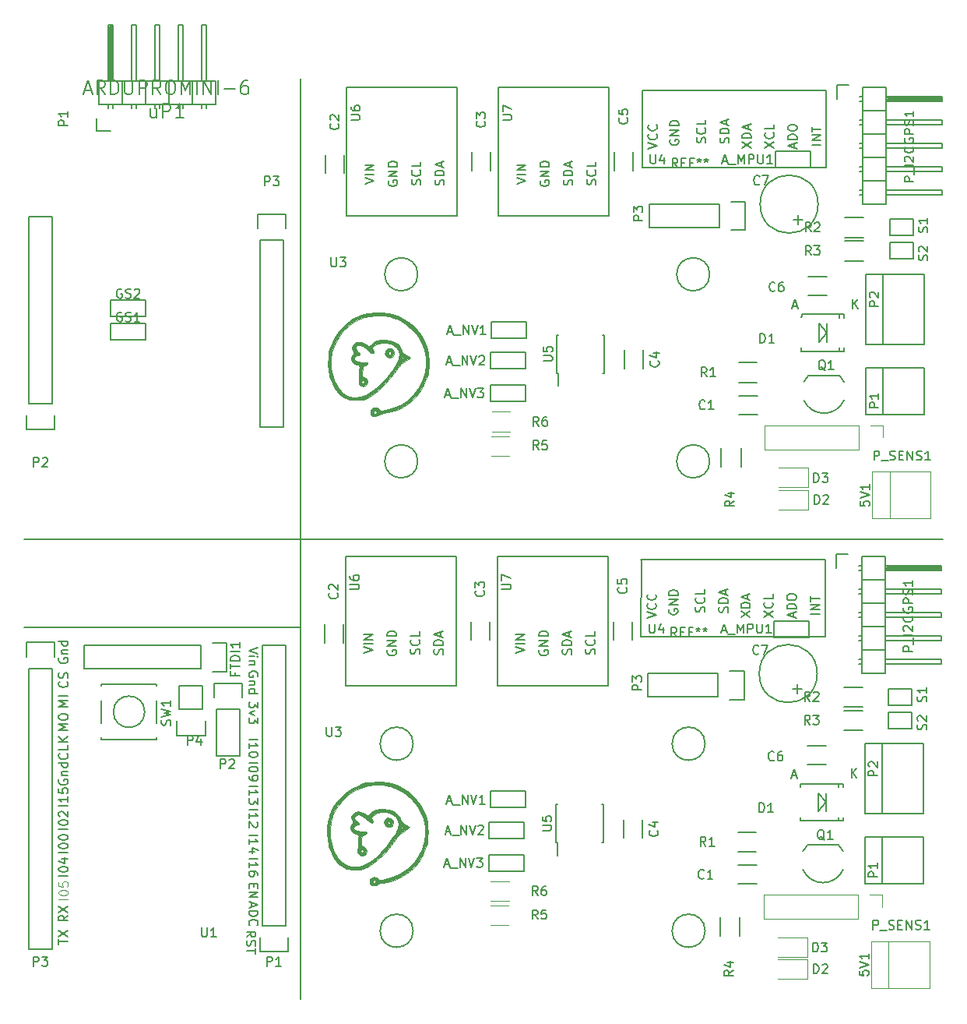
<source format=gbr>
G04 #@! TF.FileFunction,Legend,Top*
%FSLAX46Y46*%
G04 Gerber Fmt 4.6, Leading zero omitted, Abs format (unit mm)*
G04 Created by KiCad (PCBNEW 4.0.3-stable) date 07/17/17 20:12:38*
%MOMM*%
%LPD*%
G01*
G04 APERTURE LIST*
%ADD10C,0.100000*%
%ADD11C,0.200000*%
%ADD12C,0.150000*%
%ADD13C,0.010000*%
%ADD14C,0.120000*%
G04 APERTURE END LIST*
D10*
D11*
X80115000Y-109587000D02*
X50016000Y-109587000D01*
X80115000Y-149973000D02*
X80115000Y-50024000D01*
X50016000Y-100062000D02*
X149965000Y-100062000D01*
D12*
X53850100Y-112959057D02*
X53802481Y-113054295D01*
X53802481Y-113197152D01*
X53850100Y-113340010D01*
X53945338Y-113435248D01*
X54040576Y-113482867D01*
X54231052Y-113530486D01*
X54373910Y-113530486D01*
X54564386Y-113482867D01*
X54659624Y-113435248D01*
X54754862Y-113340010D01*
X54802481Y-113197152D01*
X54802481Y-113101914D01*
X54754862Y-112959057D01*
X54707243Y-112911438D01*
X54373910Y-112911438D01*
X54373910Y-113101914D01*
X54135814Y-112482867D02*
X54802481Y-112482867D01*
X54231052Y-112482867D02*
X54183433Y-112435248D01*
X54135814Y-112340010D01*
X54135814Y-112197152D01*
X54183433Y-112101914D01*
X54278671Y-112054295D01*
X54802481Y-112054295D01*
X54802481Y-111149533D02*
X53802481Y-111149533D01*
X54754862Y-111149533D02*
X54802481Y-111244771D01*
X54802481Y-111435248D01*
X54754862Y-111530486D01*
X54707243Y-111578105D01*
X54612005Y-111625724D01*
X54326290Y-111625724D01*
X54231052Y-111578105D01*
X54183433Y-111530486D01*
X54135814Y-111435248D01*
X54135814Y-111244771D01*
X54183433Y-111149533D01*
X54707243Y-115530866D02*
X54754862Y-115578485D01*
X54802481Y-115721342D01*
X54802481Y-115816580D01*
X54754862Y-115959438D01*
X54659624Y-116054676D01*
X54564386Y-116102295D01*
X54373910Y-116149914D01*
X54231052Y-116149914D01*
X54040576Y-116102295D01*
X53945338Y-116054676D01*
X53850100Y-115959438D01*
X53802481Y-115816580D01*
X53802481Y-115721342D01*
X53850100Y-115578485D01*
X53897719Y-115530866D01*
X54754862Y-115149914D02*
X54802481Y-115007057D01*
X54802481Y-114768961D01*
X54754862Y-114673723D01*
X54707243Y-114626104D01*
X54612005Y-114578485D01*
X54516767Y-114578485D01*
X54421529Y-114626104D01*
X54373910Y-114673723D01*
X54326290Y-114768961D01*
X54278671Y-114959438D01*
X54231052Y-115054676D01*
X54183433Y-115102295D01*
X54088195Y-115149914D01*
X53992957Y-115149914D01*
X53897719Y-115102295D01*
X53850100Y-115054676D01*
X53802481Y-114959438D01*
X53802481Y-114721342D01*
X53850100Y-114578485D01*
X54802481Y-118221628D02*
X53802481Y-118221628D01*
X54516767Y-117888294D01*
X53802481Y-117554961D01*
X54802481Y-117554961D01*
X54802481Y-117078771D02*
X53802481Y-117078771D01*
X54802481Y-120793343D02*
X53802481Y-120793343D01*
X54516767Y-120460009D01*
X53802481Y-120126676D01*
X54802481Y-120126676D01*
X53802481Y-119460010D02*
X53802481Y-119269533D01*
X53850100Y-119174295D01*
X53945338Y-119079057D01*
X54135814Y-119031438D01*
X54469148Y-119031438D01*
X54659624Y-119079057D01*
X54754862Y-119174295D01*
X54802481Y-119269533D01*
X54802481Y-119460010D01*
X54754862Y-119555248D01*
X54659624Y-119650486D01*
X54469148Y-119698105D01*
X54135814Y-119698105D01*
X53945338Y-119650486D01*
X53850100Y-119555248D01*
X53802481Y-119460010D01*
X54707243Y-123325438D02*
X54754862Y-123373057D01*
X54802481Y-123515914D01*
X54802481Y-123611152D01*
X54754862Y-123754010D01*
X54659624Y-123849248D01*
X54564386Y-123896867D01*
X54373910Y-123944486D01*
X54231052Y-123944486D01*
X54040576Y-123896867D01*
X53945338Y-123849248D01*
X53850100Y-123754010D01*
X53802481Y-123611152D01*
X53802481Y-123515914D01*
X53850100Y-123373057D01*
X53897719Y-123325438D01*
X54802481Y-122420676D02*
X54802481Y-122896867D01*
X53802481Y-122896867D01*
X54802481Y-122087343D02*
X53802481Y-122087343D01*
X54802481Y-121515914D02*
X54231052Y-121944486D01*
X53802481Y-121515914D02*
X54373910Y-122087343D01*
X53850100Y-126167057D02*
X53802481Y-126262295D01*
X53802481Y-126405152D01*
X53850100Y-126548010D01*
X53945338Y-126643248D01*
X54040576Y-126690867D01*
X54231052Y-126738486D01*
X54373910Y-126738486D01*
X54564386Y-126690867D01*
X54659624Y-126643248D01*
X54754862Y-126548010D01*
X54802481Y-126405152D01*
X54802481Y-126309914D01*
X54754862Y-126167057D01*
X54707243Y-126119438D01*
X54373910Y-126119438D01*
X54373910Y-126309914D01*
X54135814Y-125690867D02*
X54802481Y-125690867D01*
X54231052Y-125690867D02*
X54183433Y-125643248D01*
X54135814Y-125548010D01*
X54135814Y-125405152D01*
X54183433Y-125309914D01*
X54278671Y-125262295D01*
X54802481Y-125262295D01*
X54802481Y-124357533D02*
X53802481Y-124357533D01*
X54754862Y-124357533D02*
X54802481Y-124452771D01*
X54802481Y-124643248D01*
X54754862Y-124738486D01*
X54707243Y-124786105D01*
X54612005Y-124833724D01*
X54326290Y-124833724D01*
X54231052Y-124786105D01*
X54183433Y-124738486D01*
X54135814Y-124643248D01*
X54135814Y-124452771D01*
X54183433Y-124357533D01*
X54802481Y-129016581D02*
X53802481Y-129016581D01*
X54802481Y-128016581D02*
X54802481Y-128588010D01*
X54802481Y-128302296D02*
X53802481Y-128302296D01*
X53945338Y-128397534D01*
X54040576Y-128492772D01*
X54088195Y-128588010D01*
X53802481Y-127111819D02*
X53802481Y-127588010D01*
X54278671Y-127635629D01*
X54231052Y-127588010D01*
X54183433Y-127492772D01*
X54183433Y-127254676D01*
X54231052Y-127159438D01*
X54278671Y-127111819D01*
X54373910Y-127064200D01*
X54612005Y-127064200D01*
X54707243Y-127111819D01*
X54754862Y-127159438D01*
X54802481Y-127254676D01*
X54802481Y-127492772D01*
X54754862Y-127588010D01*
X54707243Y-127635629D01*
X54802481Y-131556581D02*
X53802481Y-131556581D01*
X53802481Y-130889915D02*
X53802481Y-130794676D01*
X53850100Y-130699438D01*
X53897719Y-130651819D01*
X53992957Y-130604200D01*
X54183433Y-130556581D01*
X54421529Y-130556581D01*
X54612005Y-130604200D01*
X54707243Y-130651819D01*
X54754862Y-130699438D01*
X54802481Y-130794676D01*
X54802481Y-130889915D01*
X54754862Y-130985153D01*
X54707243Y-131032772D01*
X54612005Y-131080391D01*
X54421529Y-131128010D01*
X54183433Y-131128010D01*
X53992957Y-131080391D01*
X53897719Y-131032772D01*
X53850100Y-130985153D01*
X53802481Y-130889915D01*
X53897719Y-130175629D02*
X53850100Y-130128010D01*
X53802481Y-130032772D01*
X53802481Y-129794676D01*
X53850100Y-129699438D01*
X53897719Y-129651819D01*
X53992957Y-129604200D01*
X54088195Y-129604200D01*
X54231052Y-129651819D01*
X54802481Y-130223248D01*
X54802481Y-129604200D01*
X54802481Y-134096581D02*
X53802481Y-134096581D01*
X53802481Y-133429915D02*
X53802481Y-133334676D01*
X53850100Y-133239438D01*
X53897719Y-133191819D01*
X53992957Y-133144200D01*
X54183433Y-133096581D01*
X54421529Y-133096581D01*
X54612005Y-133144200D01*
X54707243Y-133191819D01*
X54754862Y-133239438D01*
X54802481Y-133334676D01*
X54802481Y-133429915D01*
X54754862Y-133525153D01*
X54707243Y-133572772D01*
X54612005Y-133620391D01*
X54421529Y-133668010D01*
X54183433Y-133668010D01*
X53992957Y-133620391D01*
X53897719Y-133572772D01*
X53850100Y-133525153D01*
X53802481Y-133429915D01*
X53802481Y-132477534D02*
X53802481Y-132382295D01*
X53850100Y-132287057D01*
X53897719Y-132239438D01*
X53992957Y-132191819D01*
X54183433Y-132144200D01*
X54421529Y-132144200D01*
X54612005Y-132191819D01*
X54707243Y-132239438D01*
X54754862Y-132287057D01*
X54802481Y-132382295D01*
X54802481Y-132477534D01*
X54754862Y-132572772D01*
X54707243Y-132620391D01*
X54612005Y-132668010D01*
X54421529Y-132715629D01*
X54183433Y-132715629D01*
X53992957Y-132668010D01*
X53897719Y-132620391D01*
X53850100Y-132572772D01*
X53802481Y-132477534D01*
X54802481Y-136636581D02*
X53802481Y-136636581D01*
X53802481Y-135969915D02*
X53802481Y-135874676D01*
X53850100Y-135779438D01*
X53897719Y-135731819D01*
X53992957Y-135684200D01*
X54183433Y-135636581D01*
X54421529Y-135636581D01*
X54612005Y-135684200D01*
X54707243Y-135731819D01*
X54754862Y-135779438D01*
X54802481Y-135874676D01*
X54802481Y-135969915D01*
X54754862Y-136065153D01*
X54707243Y-136112772D01*
X54612005Y-136160391D01*
X54421529Y-136208010D01*
X54183433Y-136208010D01*
X53992957Y-136160391D01*
X53897719Y-136112772D01*
X53850100Y-136065153D01*
X53802481Y-135969915D01*
X54135814Y-134779438D02*
X54802481Y-134779438D01*
X53754862Y-135017534D02*
X54469148Y-135255629D01*
X54469148Y-134636581D01*
D10*
X54802481Y-139176581D02*
X53802481Y-139176581D01*
X53802481Y-138509915D02*
X53802481Y-138414676D01*
X53850100Y-138319438D01*
X53897719Y-138271819D01*
X53992957Y-138224200D01*
X54183433Y-138176581D01*
X54421529Y-138176581D01*
X54612005Y-138224200D01*
X54707243Y-138271819D01*
X54754862Y-138319438D01*
X54802481Y-138414676D01*
X54802481Y-138509915D01*
X54754862Y-138605153D01*
X54707243Y-138652772D01*
X54612005Y-138700391D01*
X54421529Y-138748010D01*
X54183433Y-138748010D01*
X53992957Y-138700391D01*
X53897719Y-138652772D01*
X53850100Y-138605153D01*
X53802481Y-138509915D01*
X53802481Y-137271819D02*
X53802481Y-137748010D01*
X54278671Y-137795629D01*
X54231052Y-137748010D01*
X54183433Y-137652772D01*
X54183433Y-137414676D01*
X54231052Y-137319438D01*
X54278671Y-137271819D01*
X54373910Y-137224200D01*
X54612005Y-137224200D01*
X54707243Y-137271819D01*
X54754862Y-137319438D01*
X54802481Y-137414676D01*
X54802481Y-137652772D01*
X54754862Y-137748010D01*
X54707243Y-137795629D01*
D12*
X54802481Y-140930866D02*
X54326290Y-141264200D01*
X54802481Y-141502295D02*
X53802481Y-141502295D01*
X53802481Y-141121342D01*
X53850100Y-141026104D01*
X53897719Y-140978485D01*
X53992957Y-140930866D01*
X54135814Y-140930866D01*
X54231052Y-140978485D01*
X54278671Y-141026104D01*
X54326290Y-141121342D01*
X54326290Y-141502295D01*
X53802481Y-140597533D02*
X54802481Y-139930866D01*
X53802481Y-139930866D02*
X54802481Y-140597533D01*
X53802481Y-144066105D02*
X53802481Y-143494676D01*
X54802481Y-143780391D02*
X53802481Y-143780391D01*
X53802481Y-143256581D02*
X54802481Y-142589914D01*
X53802481Y-142589914D02*
X54802481Y-143256581D01*
X74471719Y-126857819D02*
X75471719Y-126857819D01*
X74471719Y-127857819D02*
X74471719Y-127286390D01*
X74471719Y-127572104D02*
X75471719Y-127572104D01*
X75328862Y-127476866D01*
X75233624Y-127381628D01*
X75186005Y-127286390D01*
X75471719Y-128191152D02*
X75471719Y-128810200D01*
X75090767Y-128476866D01*
X75090767Y-128619724D01*
X75043148Y-128714962D01*
X74995529Y-128762581D01*
X74900290Y-128810200D01*
X74662195Y-128810200D01*
X74566957Y-128762581D01*
X74519338Y-128714962D01*
X74471719Y-128619724D01*
X74471719Y-128334009D01*
X74519338Y-128238771D01*
X74566957Y-128191152D01*
X74471719Y-129397819D02*
X75471719Y-129397819D01*
X74471719Y-130397819D02*
X74471719Y-129826390D01*
X74471719Y-130112104D02*
X75471719Y-130112104D01*
X75328862Y-130016866D01*
X75233624Y-129921628D01*
X75186005Y-129826390D01*
X75376481Y-130778771D02*
X75424100Y-130826390D01*
X75471719Y-130921628D01*
X75471719Y-131159724D01*
X75424100Y-131254962D01*
X75376481Y-131302581D01*
X75281243Y-131350200D01*
X75186005Y-131350200D01*
X75043148Y-131302581D01*
X74471719Y-130731152D01*
X74471719Y-131350200D01*
X74471719Y-132191819D02*
X75471719Y-132191819D01*
X74471719Y-133191819D02*
X74471719Y-132620390D01*
X74471719Y-132906104D02*
X75471719Y-132906104D01*
X75328862Y-132810866D01*
X75233624Y-132715628D01*
X75186005Y-132620390D01*
X75138386Y-134048962D02*
X74471719Y-134048962D01*
X75519338Y-133810866D02*
X74805052Y-133572771D01*
X74805052Y-134191819D01*
X74471719Y-134731819D02*
X75471719Y-134731819D01*
X74471719Y-135731819D02*
X74471719Y-135160390D01*
X74471719Y-135446104D02*
X75471719Y-135446104D01*
X75328862Y-135350866D01*
X75233624Y-135255628D01*
X75186005Y-135160390D01*
X75471719Y-136588962D02*
X75471719Y-136398485D01*
X75424100Y-136303247D01*
X75376481Y-136255628D01*
X75233624Y-136160390D01*
X75043148Y-136112771D01*
X74662195Y-136112771D01*
X74566957Y-136160390D01*
X74519338Y-136208009D01*
X74471719Y-136303247D01*
X74471719Y-136493724D01*
X74519338Y-136588962D01*
X74566957Y-136636581D01*
X74662195Y-136684200D01*
X74900290Y-136684200D01*
X74995529Y-136636581D01*
X75043148Y-136588962D01*
X75090767Y-136493724D01*
X75090767Y-136303247D01*
X75043148Y-136208009D01*
X74995529Y-136160390D01*
X74900290Y-136112771D01*
X74995529Y-137486105D02*
X74995529Y-137819439D01*
X74471719Y-137962296D02*
X74471719Y-137486105D01*
X75471719Y-137486105D01*
X75471719Y-137962296D01*
X74471719Y-138390867D02*
X75471719Y-138390867D01*
X74471719Y-138962296D01*
X75471719Y-138962296D01*
X74757433Y-139526105D02*
X74757433Y-140002296D01*
X74471719Y-139430867D02*
X75471719Y-139764200D01*
X74471719Y-140097534D01*
X74471719Y-140430867D02*
X75471719Y-140430867D01*
X75471719Y-140668962D01*
X75424100Y-140811820D01*
X75328862Y-140907058D01*
X75233624Y-140954677D01*
X75043148Y-141002296D01*
X74900290Y-141002296D01*
X74709814Y-140954677D01*
X74614576Y-140907058D01*
X74519338Y-140811820D01*
X74471719Y-140668962D01*
X74471719Y-140430867D01*
X74566957Y-142002296D02*
X74519338Y-141954677D01*
X74471719Y-141811820D01*
X74471719Y-141716582D01*
X74519338Y-141573724D01*
X74614576Y-141478486D01*
X74709814Y-141430867D01*
X74900290Y-141383248D01*
X75043148Y-141383248D01*
X75233624Y-141430867D01*
X75328862Y-141478486D01*
X75424100Y-141573724D01*
X75471719Y-141716582D01*
X75471719Y-141811820D01*
X75424100Y-141954677D01*
X75376481Y-142002296D01*
X74217719Y-143264581D02*
X74693910Y-142931247D01*
X74217719Y-142693152D02*
X75217719Y-142693152D01*
X75217719Y-143074105D01*
X75170100Y-143169343D01*
X75122481Y-143216962D01*
X75027243Y-143264581D01*
X74884386Y-143264581D01*
X74789148Y-143216962D01*
X74741529Y-143169343D01*
X74693910Y-143074105D01*
X74693910Y-142693152D01*
X74265338Y-143645533D02*
X74217719Y-143788390D01*
X74217719Y-144026486D01*
X74265338Y-144121724D01*
X74312957Y-144169343D01*
X74408195Y-144216962D01*
X74503433Y-144216962D01*
X74598671Y-144169343D01*
X74646290Y-144121724D01*
X74693910Y-144026486D01*
X74741529Y-143836009D01*
X74789148Y-143740771D01*
X74836767Y-143693152D01*
X74932005Y-143645533D01*
X75027243Y-143645533D01*
X75122481Y-143693152D01*
X75170100Y-143740771D01*
X75217719Y-143836009D01*
X75217719Y-144074105D01*
X75170100Y-144216962D01*
X75217719Y-144502676D02*
X75217719Y-145074105D01*
X74217719Y-144788390D02*
X75217719Y-144788390D01*
X74471719Y-124317819D02*
X75471719Y-124317819D01*
X75471719Y-124984485D02*
X75471719Y-125079724D01*
X75424100Y-125174962D01*
X75376481Y-125222581D01*
X75281243Y-125270200D01*
X75090767Y-125317819D01*
X74852671Y-125317819D01*
X74662195Y-125270200D01*
X74566957Y-125222581D01*
X74519338Y-125174962D01*
X74471719Y-125079724D01*
X74471719Y-124984485D01*
X74519338Y-124889247D01*
X74566957Y-124841628D01*
X74662195Y-124794009D01*
X74852671Y-124746390D01*
X75090767Y-124746390D01*
X75281243Y-124794009D01*
X75376481Y-124841628D01*
X75424100Y-124889247D01*
X75471719Y-124984485D01*
X74471719Y-125794009D02*
X74471719Y-125984485D01*
X74519338Y-126079724D01*
X74566957Y-126127343D01*
X74709814Y-126222581D01*
X74900290Y-126270200D01*
X75281243Y-126270200D01*
X75376481Y-126222581D01*
X75424100Y-126174962D01*
X75471719Y-126079724D01*
X75471719Y-125889247D01*
X75424100Y-125794009D01*
X75376481Y-125746390D01*
X75281243Y-125698771D01*
X75043148Y-125698771D01*
X74947910Y-125746390D01*
X74900290Y-125794009D01*
X74852671Y-125889247D01*
X74852671Y-126079724D01*
X74900290Y-126174962D01*
X74947910Y-126222581D01*
X75043148Y-126270200D01*
X74471719Y-121777819D02*
X75471719Y-121777819D01*
X74471719Y-122777819D02*
X74471719Y-122206390D01*
X74471719Y-122492104D02*
X75471719Y-122492104D01*
X75328862Y-122396866D01*
X75233624Y-122301628D01*
X75186005Y-122206390D01*
X75471719Y-123396866D02*
X75471719Y-123492105D01*
X75424100Y-123587343D01*
X75376481Y-123634962D01*
X75281243Y-123682581D01*
X75090767Y-123730200D01*
X74852671Y-123730200D01*
X74662195Y-123682581D01*
X74566957Y-123634962D01*
X74519338Y-123587343D01*
X74471719Y-123492105D01*
X74471719Y-123396866D01*
X74519338Y-123301628D01*
X74566957Y-123254009D01*
X74662195Y-123206390D01*
X74852671Y-123158771D01*
X75090767Y-123158771D01*
X75281243Y-123206390D01*
X75376481Y-123254009D01*
X75424100Y-123301628D01*
X75471719Y-123396866D01*
X75471719Y-117729724D02*
X75471719Y-118348772D01*
X75090767Y-118015438D01*
X75090767Y-118158296D01*
X75043148Y-118253534D01*
X74995529Y-118301153D01*
X74900290Y-118348772D01*
X74662195Y-118348772D01*
X74566957Y-118301153D01*
X74519338Y-118253534D01*
X74471719Y-118158296D01*
X74471719Y-117872581D01*
X74519338Y-117777343D01*
X74566957Y-117729724D01*
X75138386Y-118682105D02*
X74471719Y-118920200D01*
X75138386Y-119158296D01*
X75471719Y-119444010D02*
X75471719Y-120063058D01*
X75090767Y-119729724D01*
X75090767Y-119872582D01*
X75043148Y-119967820D01*
X74995529Y-120015439D01*
X74900290Y-120063058D01*
X74662195Y-120063058D01*
X74566957Y-120015439D01*
X74519338Y-119967820D01*
X74471719Y-119872582D01*
X74471719Y-119586867D01*
X74519338Y-119491629D01*
X74566957Y-119444010D01*
X75424100Y-114975343D02*
X75471719Y-114880105D01*
X75471719Y-114737248D01*
X75424100Y-114594390D01*
X75328862Y-114499152D01*
X75233624Y-114451533D01*
X75043148Y-114403914D01*
X74900290Y-114403914D01*
X74709814Y-114451533D01*
X74614576Y-114499152D01*
X74519338Y-114594390D01*
X74471719Y-114737248D01*
X74471719Y-114832486D01*
X74519338Y-114975343D01*
X74566957Y-115022962D01*
X74900290Y-115022962D01*
X74900290Y-114832486D01*
X75138386Y-115451533D02*
X74471719Y-115451533D01*
X75043148Y-115451533D02*
X75090767Y-115499152D01*
X75138386Y-115594390D01*
X75138386Y-115737248D01*
X75090767Y-115832486D01*
X74995529Y-115880105D01*
X74471719Y-115880105D01*
X74471719Y-116784867D02*
X75471719Y-116784867D01*
X74519338Y-116784867D02*
X74471719Y-116689629D01*
X74471719Y-116499152D01*
X74519338Y-116403914D01*
X74566957Y-116356295D01*
X74662195Y-116308676D01*
X74947910Y-116308676D01*
X75043148Y-116356295D01*
X75090767Y-116403914D01*
X75138386Y-116499152D01*
X75138386Y-116689629D01*
X75090767Y-116784867D01*
X75471719Y-111800391D02*
X74471719Y-112133724D01*
X75471719Y-112467058D01*
X74471719Y-112800391D02*
X75138386Y-112800391D01*
X75471719Y-112800391D02*
X75424100Y-112752772D01*
X75376481Y-112800391D01*
X75424100Y-112848010D01*
X75471719Y-112800391D01*
X75376481Y-112800391D01*
X75138386Y-113276581D02*
X74471719Y-113276581D01*
X75043148Y-113276581D02*
X75090767Y-113324200D01*
X75138386Y-113419438D01*
X75138386Y-113562296D01*
X75090767Y-113657534D01*
X74995529Y-113705153D01*
X74471719Y-113705153D01*
X84990000Y-101950000D02*
X84990000Y-115920000D01*
X84990000Y-101950000D02*
X84990000Y-115950000D01*
X84990000Y-115950000D02*
X96990000Y-115950000D01*
X96990000Y-115950000D02*
X96990000Y-101950000D01*
X96990000Y-101950000D02*
X84990000Y-101950000D01*
X50540100Y-114094200D02*
X50540100Y-144574200D01*
X50540100Y-144574200D02*
X53080100Y-144574200D01*
X53080100Y-144574200D02*
X53080100Y-114094200D01*
X53360100Y-111274200D02*
X53360100Y-112824200D01*
X53080100Y-114094200D02*
X50540100Y-114094200D01*
X50260100Y-112824200D02*
X50260100Y-111274200D01*
X50260100Y-111274200D02*
X53360100Y-111274200D01*
X69236100Y-114135200D02*
X56536100Y-114135200D01*
X56536100Y-114135200D02*
X56536100Y-111595200D01*
X56536100Y-111595200D02*
X69236100Y-111595200D01*
X72056100Y-114415200D02*
X70506100Y-114415200D01*
X69236100Y-114135200D02*
X69236100Y-111595200D01*
X70506100Y-111315200D02*
X72056100Y-111315200D01*
X72056100Y-111315200D02*
X72056100Y-114415200D01*
X70936100Y-118535200D02*
X70936100Y-123615200D01*
X70936100Y-123615200D02*
X73476100Y-123615200D01*
X73476100Y-123615200D02*
X73476100Y-118535200D01*
X73756100Y-115715200D02*
X73756100Y-117265200D01*
X73476100Y-118535200D02*
X70936100Y-118535200D01*
X70656100Y-117265200D02*
X70656100Y-115715200D01*
X70656100Y-115715200D02*
X73756100Y-115715200D01*
X66923100Y-118539200D02*
X66923100Y-115999200D01*
X66643100Y-121359200D02*
X66643100Y-119809200D01*
X66923100Y-118539200D02*
X69463100Y-118539200D01*
X69743100Y-119809200D02*
X69743100Y-121359200D01*
X69743100Y-121359200D02*
X66643100Y-121359200D01*
X69463100Y-118539200D02*
X69463100Y-115999200D01*
X69463100Y-115999200D02*
X66923100Y-115999200D01*
X78480100Y-142034200D02*
X78480100Y-111554200D01*
X78480100Y-111554200D02*
X75940100Y-111554200D01*
X75940100Y-111554200D02*
X75940100Y-142034200D01*
X75660100Y-144854200D02*
X75660100Y-143304200D01*
X75940100Y-142034200D02*
X78480100Y-142034200D01*
X78760100Y-143304200D02*
X78760100Y-144854200D01*
X78760100Y-144854200D02*
X75660100Y-144854200D01*
X64444600Y-115799800D02*
X64444600Y-115999800D01*
X64444600Y-121799800D02*
X64444600Y-121599800D01*
X58444600Y-121799800D02*
X58444600Y-121599800D01*
X58444600Y-115799800D02*
X58444600Y-115999800D01*
X58444600Y-117599800D02*
X58444600Y-119999800D01*
X64444600Y-117599800D02*
X64444600Y-119999800D01*
X64444600Y-115799800D02*
X58444600Y-115799800D01*
X58444600Y-121799800D02*
X64444600Y-121799800D01*
X63144600Y-118799800D02*
G75*
G03X63144600Y-118799800I-1700000J0D01*
G01*
X57886000Y-55656000D02*
X59436000Y-55656000D01*
X57886000Y-54356000D02*
X57886000Y-55656000D01*
X59309000Y-50165000D02*
X59309000Y-44323000D01*
X59309000Y-44323000D02*
X59563000Y-44323000D01*
X59563000Y-44323000D02*
X59563000Y-50165000D01*
X59563000Y-50165000D02*
X59436000Y-50165000D01*
X59436000Y-50165000D02*
X59436000Y-44323000D01*
X59182000Y-52832000D02*
X59182000Y-53213000D01*
X59690000Y-52832000D02*
X59690000Y-53213000D01*
X61722000Y-52832000D02*
X61722000Y-53213000D01*
X62230000Y-52832000D02*
X62230000Y-53213000D01*
X64262000Y-52832000D02*
X64262000Y-53213000D01*
X64770000Y-52832000D02*
X64770000Y-53213000D01*
X66802000Y-52832000D02*
X66802000Y-53213000D01*
X67310000Y-52832000D02*
X67310000Y-53213000D01*
X69850000Y-52832000D02*
X69850000Y-53213000D01*
X69342000Y-52832000D02*
X69342000Y-53213000D01*
X60706000Y-50292000D02*
X58166000Y-50292000D01*
X59690000Y-44196000D02*
X59690000Y-50292000D01*
X59182000Y-44196000D02*
X59690000Y-44196000D01*
X59182000Y-50292000D02*
X59182000Y-44196000D01*
X60706000Y-52832000D02*
X60706000Y-50292000D01*
X58166000Y-52832000D02*
X60706000Y-52832000D01*
X58166000Y-52832000D02*
X58166000Y-50292000D01*
X63246000Y-52832000D02*
X63246000Y-50292000D01*
X63246000Y-52832000D02*
X65786000Y-52832000D01*
X65786000Y-52832000D02*
X65786000Y-50292000D01*
X64262000Y-50292000D02*
X64262000Y-44196000D01*
X64262000Y-44196000D02*
X64770000Y-44196000D01*
X64770000Y-44196000D02*
X64770000Y-50292000D01*
X65786000Y-50292000D02*
X63246000Y-50292000D01*
X63246000Y-50292000D02*
X60706000Y-50292000D01*
X62230000Y-44196000D02*
X62230000Y-50292000D01*
X61722000Y-44196000D02*
X62230000Y-44196000D01*
X61722000Y-50292000D02*
X61722000Y-44196000D01*
X63246000Y-52832000D02*
X63246000Y-50292000D01*
X60706000Y-52832000D02*
X63246000Y-52832000D01*
X60706000Y-52832000D02*
X60706000Y-50292000D01*
X68326000Y-52832000D02*
X68326000Y-50292000D01*
X68326000Y-52832000D02*
X70866000Y-52832000D01*
X70866000Y-52832000D02*
X70866000Y-50292000D01*
X69342000Y-50292000D02*
X69342000Y-44196000D01*
X69342000Y-44196000D02*
X69850000Y-44196000D01*
X69850000Y-44196000D02*
X69850000Y-50292000D01*
X70866000Y-50292000D02*
X68326000Y-50292000D01*
X68326000Y-50292000D02*
X65786000Y-50292000D01*
X67310000Y-44196000D02*
X67310000Y-50292000D01*
X66802000Y-44196000D02*
X67310000Y-44196000D01*
X66802000Y-50292000D02*
X66802000Y-44196000D01*
X68326000Y-52832000D02*
X68326000Y-50292000D01*
X65786000Y-52832000D02*
X68326000Y-52832000D01*
X65786000Y-52832000D02*
X65786000Y-50292000D01*
X50546000Y-85344000D02*
X50546000Y-65024000D01*
X50546000Y-65024000D02*
X53086000Y-65024000D01*
X53086000Y-65024000D02*
X53086000Y-85344000D01*
X50266000Y-88164000D02*
X50266000Y-86614000D01*
X50546000Y-85344000D02*
X53086000Y-85344000D01*
X53366000Y-86614000D02*
X53366000Y-88164000D01*
X53366000Y-88164000D02*
X50266000Y-88164000D01*
X78232000Y-67564000D02*
X78232000Y-87884000D01*
X78232000Y-87884000D02*
X75692000Y-87884000D01*
X75692000Y-87884000D02*
X75692000Y-67564000D01*
X78512000Y-64744000D02*
X78512000Y-66294000D01*
X78232000Y-67564000D02*
X75692000Y-67564000D01*
X75412000Y-66294000D02*
X75412000Y-64744000D01*
X75412000Y-64744000D02*
X78512000Y-64744000D01*
X59436000Y-78359000D02*
X63246000Y-78359000D01*
X63246000Y-78359000D02*
X63246000Y-76581000D01*
X63246000Y-76581000D02*
X59436000Y-76581000D01*
X59436000Y-78359000D02*
X59436000Y-76581000D01*
X59436000Y-75819000D02*
X63246000Y-75819000D01*
X63246000Y-75819000D02*
X63246000Y-74041000D01*
X63246000Y-74041000D02*
X59436000Y-74041000D01*
X59436000Y-75819000D02*
X59436000Y-74041000D01*
X92839051Y-71270000D02*
G75*
G03X92839051Y-71270000I-1796051J0D01*
G01*
X92839051Y-91590000D02*
G75*
G03X92839051Y-91590000I-1796051J0D01*
G01*
X124589051Y-91590000D02*
G75*
G03X124589051Y-91590000I-1796051J0D01*
G01*
X124589051Y-71270000D02*
G75*
G03X124589051Y-71270000I-1796051J0D01*
G01*
X101600000Y-50950000D02*
X101600000Y-64920000D01*
X101600000Y-50950000D02*
X101600000Y-64950000D01*
X101600000Y-64950000D02*
X113600000Y-64950000D01*
X113600000Y-64950000D02*
X113600000Y-50950000D01*
X113600000Y-50950000D02*
X101600000Y-50950000D01*
X139303000Y-67655000D02*
X141303000Y-67655000D01*
X141303000Y-69805000D02*
X139303000Y-69805000D01*
X129778000Y-84469000D02*
X127778000Y-84469000D01*
X127778000Y-86519000D02*
X129778000Y-86519000D01*
X82795000Y-58300000D02*
X82795000Y-60300000D01*
X84845000Y-60300000D02*
X84845000Y-58300000D01*
X98708000Y-58020000D02*
X98708000Y-60020000D01*
X100758000Y-60020000D02*
X100758000Y-58020000D01*
X117360454Y-81524756D02*
X117360454Y-79524756D01*
X115310454Y-79524756D02*
X115310454Y-81524756D01*
X116258000Y-60020000D02*
X116258000Y-58020000D01*
X114208000Y-58020000D02*
X114208000Y-60020000D01*
X135303000Y-73565000D02*
X137303000Y-73565000D01*
X137303000Y-71515000D02*
X135303000Y-71515000D01*
X137322560Y-77620000D02*
X136474200Y-78620760D01*
X136474200Y-78620760D02*
X136474200Y-76619240D01*
X136474200Y-76619240D02*
X137322560Y-77620000D01*
X137322560Y-77620000D02*
X137322560Y-76619240D01*
X137322560Y-77620000D02*
X137322560Y-78620760D01*
X139179300Y-75820000D02*
X139179300Y-76019800D01*
X138722260Y-75820000D02*
X138722260Y-76019000D01*
X134571740Y-75820000D02*
X134571740Y-75969000D01*
X139174220Y-79420000D02*
X139174220Y-79271000D01*
X138722260Y-79420000D02*
X138722260Y-79271000D01*
X134571740Y-79420000D02*
X134571740Y-79271000D01*
X138722260Y-75671020D02*
X138722260Y-75869140D01*
X138722260Y-79618980D02*
X138722260Y-79420860D01*
X134576820Y-75623560D02*
X134576820Y-75821680D01*
X139179300Y-75623560D02*
X134576820Y-75623560D01*
X139179300Y-75623560D02*
X139179300Y-75821680D01*
X139174220Y-79618980D02*
X139174220Y-79420860D01*
X139174220Y-79618980D02*
X134571740Y-79618980D01*
X134571740Y-79618980D02*
X134571740Y-79420860D01*
X143463000Y-81430000D02*
X143463000Y-86510000D01*
X147908000Y-81430000D02*
X147908000Y-86510000D01*
X141558000Y-86510000D02*
X141558000Y-81430000D01*
X141558000Y-86510000D02*
X147908000Y-86510000D01*
X141558000Y-81430000D02*
X147908000Y-81430000D01*
X139195295Y-82973010D02*
G75*
G03X138707600Y-82270000I-2187695J-996990D01*
G01*
X134819905Y-82973010D02*
G75*
G02X135307600Y-82270000I2187695J-996990D01*
G01*
X138707600Y-82270000D02*
X135307600Y-82270000D01*
X139192479Y-84963127D02*
G75*
G02X137007600Y-86370000I-2184879J993127D01*
G01*
X134822721Y-84963127D02*
G75*
G03X137007600Y-86370000I2184879J993127D01*
G01*
X129746000Y-83013000D02*
X127746000Y-83013000D01*
X127746000Y-80863000D02*
X129746000Y-80863000D01*
X141303000Y-67265000D02*
X139303000Y-67265000D01*
X139303000Y-65115000D02*
X141303000Y-65115000D01*
X107960454Y-81999756D02*
X108105454Y-81999756D01*
X107960454Y-77849756D02*
X108105454Y-77849756D01*
X113110454Y-77849756D02*
X112965454Y-77849756D01*
X113110454Y-81999756D02*
X112965454Y-81999756D01*
X107960454Y-81999756D02*
X107960454Y-77849756D01*
X113110454Y-81999756D02*
X113110454Y-77849756D01*
X108105454Y-81999756D02*
X108105454Y-83399756D01*
X85090000Y-50950000D02*
X85090000Y-64920000D01*
X85090000Y-50950000D02*
X85090000Y-64950000D01*
X85090000Y-64950000D02*
X97090000Y-64950000D01*
X97090000Y-64950000D02*
X97090000Y-50950000D01*
X97090000Y-50950000D02*
X85090000Y-50950000D01*
X141558000Y-78890000D02*
X147908000Y-78890000D01*
X141558000Y-71270000D02*
X147908000Y-71270000D01*
X143463000Y-71270000D02*
X143463000Y-78890000D01*
X141558000Y-78890000D02*
X141558000Y-71270000D01*
X147908000Y-71270000D02*
X147908000Y-78890000D01*
X125603000Y-63650000D02*
X117983000Y-63650000D01*
X125603000Y-66190000D02*
X117983000Y-66190000D01*
X128423000Y-66470000D02*
X126873000Y-66470000D01*
X117983000Y-63650000D02*
X117983000Y-66190000D01*
X125603000Y-66190000D02*
X125603000Y-63650000D01*
X126873000Y-63370000D02*
X128423000Y-63370000D01*
X128423000Y-63370000D02*
X128423000Y-66470000D01*
X134223760Y-65849640D02*
X134223760Y-64848880D01*
X134724140Y-65349260D02*
X133723380Y-65349260D01*
X136372600Y-63650000D02*
G75*
G03X136372600Y-63650000I-3149600J0D01*
G01*
X125823400Y-92164800D02*
X125823400Y-90164800D01*
X127973400Y-90164800D02*
X127973400Y-92164800D01*
X146685000Y-67841000D02*
X144145000Y-67841000D01*
X144145000Y-69619000D02*
X146685000Y-69619000D01*
X144145000Y-69619000D02*
X144145000Y-67841000D01*
X146685000Y-67841000D02*
X146685000Y-69619000D01*
X138433000Y-50670000D02*
X138433000Y-52220000D01*
X139733000Y-50670000D02*
X138433000Y-50670000D01*
X143924000Y-52093000D02*
X149766000Y-52093000D01*
X149766000Y-52093000D02*
X149766000Y-52347000D01*
X149766000Y-52347000D02*
X143924000Y-52347000D01*
X143924000Y-52347000D02*
X143924000Y-52220000D01*
X143924000Y-52220000D02*
X149766000Y-52220000D01*
X141257000Y-51966000D02*
X140876000Y-51966000D01*
X141257000Y-52474000D02*
X140876000Y-52474000D01*
X141257000Y-54506000D02*
X140876000Y-54506000D01*
X141257000Y-55014000D02*
X140876000Y-55014000D01*
X141257000Y-57046000D02*
X140876000Y-57046000D01*
X141257000Y-57554000D02*
X140876000Y-57554000D01*
X141257000Y-59586000D02*
X140876000Y-59586000D01*
X141257000Y-60094000D02*
X140876000Y-60094000D01*
X141257000Y-62634000D02*
X140876000Y-62634000D01*
X141257000Y-62126000D02*
X140876000Y-62126000D01*
X143797000Y-53490000D02*
X143797000Y-50950000D01*
X149893000Y-52474000D02*
X143797000Y-52474000D01*
X149893000Y-51966000D02*
X149893000Y-52474000D01*
X143797000Y-51966000D02*
X149893000Y-51966000D01*
X141257000Y-53490000D02*
X143797000Y-53490000D01*
X141257000Y-50950000D02*
X141257000Y-53490000D01*
X141257000Y-50950000D02*
X143797000Y-50950000D01*
X141257000Y-56030000D02*
X143797000Y-56030000D01*
X141257000Y-56030000D02*
X141257000Y-58570000D01*
X141257000Y-58570000D02*
X143797000Y-58570000D01*
X143797000Y-57046000D02*
X149893000Y-57046000D01*
X149893000Y-57046000D02*
X149893000Y-57554000D01*
X149893000Y-57554000D02*
X143797000Y-57554000D01*
X143797000Y-58570000D02*
X143797000Y-56030000D01*
X143797000Y-56030000D02*
X143797000Y-53490000D01*
X149893000Y-55014000D02*
X143797000Y-55014000D01*
X149893000Y-54506000D02*
X149893000Y-55014000D01*
X143797000Y-54506000D02*
X149893000Y-54506000D01*
X141257000Y-56030000D02*
X143797000Y-56030000D01*
X141257000Y-53490000D02*
X141257000Y-56030000D01*
X141257000Y-53490000D02*
X143797000Y-53490000D01*
X141257000Y-61110000D02*
X143797000Y-61110000D01*
X141257000Y-61110000D02*
X141257000Y-63650000D01*
X141257000Y-63650000D02*
X143797000Y-63650000D01*
X143797000Y-62126000D02*
X149893000Y-62126000D01*
X149893000Y-62126000D02*
X149893000Y-62634000D01*
X149893000Y-62634000D02*
X143797000Y-62634000D01*
X143797000Y-63650000D02*
X143797000Y-61110000D01*
X143797000Y-61110000D02*
X143797000Y-58570000D01*
X149893000Y-60094000D02*
X143797000Y-60094000D01*
X149893000Y-59586000D02*
X149893000Y-60094000D01*
X143797000Y-59586000D02*
X149893000Y-59586000D01*
X141257000Y-61110000D02*
X143797000Y-61110000D01*
X141257000Y-58570000D02*
X141257000Y-61110000D01*
X141257000Y-58570000D02*
X143797000Y-58570000D01*
X135509000Y-57935000D02*
X131699000Y-57935000D01*
X131699000Y-57935000D02*
X131699000Y-59713000D01*
X131699000Y-59713000D02*
X135509000Y-59713000D01*
X135509000Y-57935000D02*
X135509000Y-59713000D01*
X100830454Y-78213756D02*
X104640454Y-78213756D01*
X104640454Y-78213756D02*
X104640454Y-76435756D01*
X104640454Y-76435756D02*
X100830454Y-76435756D01*
X100830454Y-78213756D02*
X100830454Y-76435756D01*
X100711000Y-81557000D02*
X104521000Y-81557000D01*
X104521000Y-81557000D02*
X104521000Y-79779000D01*
X104521000Y-79779000D02*
X100711000Y-79779000D01*
X100711000Y-81557000D02*
X100711000Y-79779000D01*
X100711000Y-85113000D02*
X104521000Y-85113000D01*
X104521000Y-85113000D02*
X104521000Y-83335000D01*
X104521000Y-83335000D02*
X100711000Y-83335000D01*
X100711000Y-85113000D02*
X100711000Y-83335000D01*
X144145000Y-67079000D02*
X146685000Y-67079000D01*
X146685000Y-65301000D02*
X144145000Y-65301000D01*
X146685000Y-65301000D02*
X146685000Y-67079000D01*
X144145000Y-67079000D02*
X144145000Y-65301000D01*
X137233000Y-59635000D02*
X117233000Y-59635000D01*
X117233000Y-59635000D02*
X117294000Y-51253000D01*
X117233000Y-51253000D02*
X137233000Y-51253000D01*
X137233000Y-51253000D02*
X137233000Y-59635000D01*
D13*
G36*
X89575190Y-75471189D02*
X90081854Y-75576045D01*
X90581640Y-75752582D01*
X91127186Y-76011715D01*
X91130662Y-76013519D01*
X91929115Y-76521712D01*
X92621557Y-77156662D01*
X93196054Y-77904336D01*
X93640673Y-78750697D01*
X93788240Y-79139366D01*
X93900823Y-79495210D01*
X93973301Y-79802860D01*
X94014439Y-80121887D01*
X94033004Y-80511864D01*
X94037113Y-80830666D01*
X94032157Y-81326403D01*
X94006188Y-81711668D01*
X93952311Y-82044734D01*
X93863631Y-82383873D01*
X93846758Y-82439333D01*
X93503230Y-83313206D01*
X93036366Y-84086381D01*
X92443918Y-84774585D01*
X91699878Y-85403219D01*
X90875251Y-85883304D01*
X89974925Y-86212468D01*
X89150920Y-86372176D01*
X88841082Y-86429701D01*
X88652416Y-86507470D01*
X88612694Y-86552414D01*
X88489953Y-86640083D01*
X88216061Y-86672535D01*
X88192512Y-86672666D01*
X87949763Y-86658843D01*
X87817997Y-86599036D01*
X87739877Y-86465735D01*
X87735029Y-86453186D01*
X87703367Y-86206655D01*
X88041120Y-86206655D01*
X88067687Y-86334956D01*
X88173018Y-86415431D01*
X88203666Y-86418666D01*
X88326766Y-86350661D01*
X88360243Y-86294378D01*
X88351813Y-86152632D01*
X88229628Y-86091623D01*
X88116372Y-86111625D01*
X88041120Y-86206655D01*
X87703367Y-86206655D01*
X87697479Y-86160815D01*
X87806079Y-85926068D01*
X88039296Y-85782967D01*
X88175056Y-85757868D01*
X88418072Y-85767359D01*
X88572139Y-85864126D01*
X88612620Y-85915829D01*
X88691240Y-86011604D01*
X88785513Y-86056937D01*
X88941242Y-86057458D01*
X89204234Y-86018799D01*
X89306654Y-86001142D01*
X90230787Y-85760429D01*
X91072460Y-85381619D01*
X91819982Y-84877414D01*
X92461660Y-84260513D01*
X92985803Y-83543616D01*
X93380719Y-82739424D01*
X93634715Y-81860635D01*
X93722659Y-81204411D01*
X93704530Y-80328002D01*
X93530311Y-79476187D01*
X93213117Y-78667056D01*
X92766068Y-77918698D01*
X92202280Y-77249201D01*
X91534872Y-76676655D01*
X90776959Y-76219149D01*
X89941661Y-75894772D01*
X89854666Y-75870431D01*
X89125124Y-75742909D01*
X88335329Y-75724815D01*
X87552626Y-75814254D01*
X87011694Y-75950460D01*
X86159667Y-76310500D01*
X85399391Y-76800257D01*
X84743010Y-77403484D01*
X84202670Y-78103937D01*
X83790513Y-78885372D01*
X83518686Y-79731542D01*
X83399332Y-80626203D01*
X83395008Y-80788333D01*
X83424339Y-81511587D01*
X83538801Y-82150658D01*
X83752996Y-82775313D01*
X83862192Y-83020464D01*
X84225649Y-83647852D01*
X84655434Y-84120324D01*
X85154508Y-84439993D01*
X85725829Y-84608972D01*
X86129333Y-84639012D01*
X86650904Y-84580183D01*
X87181353Y-84399447D01*
X87729108Y-84090428D01*
X88302592Y-83646749D01*
X88910234Y-83062034D01*
X89560458Y-82329908D01*
X90139297Y-81604713D01*
X90516858Y-81032610D01*
X90744863Y-80500950D01*
X90767001Y-80365000D01*
X91124666Y-80365000D01*
X91167626Y-80470373D01*
X91215683Y-80475772D01*
X91303157Y-80388363D01*
X91306700Y-80365000D01*
X91240785Y-80265725D01*
X91215683Y-80254227D01*
X91138480Y-80295098D01*
X91124666Y-80365000D01*
X90767001Y-80365000D01*
X90823570Y-80017630D01*
X90753235Y-79590543D01*
X90534113Y-79227583D01*
X90166463Y-78936646D01*
X90050619Y-78875726D01*
X89523465Y-78704132D01*
X88990404Y-78685310D01*
X88485988Y-78818646D01*
X88313223Y-78906604D01*
X88030876Y-79083811D01*
X87884209Y-79215834D01*
X87855547Y-79329298D01*
X87927219Y-79450831D01*
X87941372Y-79466835D01*
X88067320Y-79669157D01*
X88059066Y-79808085D01*
X87947903Y-79856084D01*
X87765121Y-79785619D01*
X87667619Y-79707719D01*
X87231374Y-79343313D01*
X86842558Y-79101031D01*
X86513801Y-78985873D01*
X86257732Y-79002843D01*
X86127252Y-79097507D01*
X86072782Y-79281941D01*
X86148950Y-79502415D01*
X86336930Y-79715385D01*
X86421084Y-79777116D01*
X86567805Y-79915440D01*
X86565896Y-80021595D01*
X86417594Y-80068309D01*
X86397175Y-80068666D01*
X86219417Y-80115481D01*
X86063207Y-80200676D01*
X85935567Y-80351311D01*
X85956451Y-80501780D01*
X86105593Y-80638378D01*
X86362727Y-80747401D01*
X86707585Y-80815143D01*
X86994842Y-80830666D01*
X87244822Y-80839809D01*
X87363201Y-80876684D01*
X87387166Y-80955463D01*
X87383650Y-80978833D01*
X87282588Y-81104838D01*
X87132064Y-81152958D01*
X86977174Y-81202413D01*
X86879125Y-81326886D01*
X86826614Y-81555725D01*
X86808337Y-81918280D01*
X86807822Y-81994833D01*
X86815286Y-82256581D01*
X86849600Y-82390137D01*
X86926000Y-82436244D01*
X86974048Y-82439333D01*
X87137141Y-82505475D01*
X87284418Y-82657561D01*
X87375402Y-82916746D01*
X87330511Y-83153440D01*
X87182868Y-83334538D01*
X86965598Y-83426941D01*
X86711827Y-83397546D01*
X86601276Y-83340231D01*
X86501418Y-83268762D01*
X86440285Y-83188823D01*
X86411639Y-83063676D01*
X86410335Y-82950947D01*
X86721282Y-82950947D01*
X86780208Y-83061986D01*
X86902790Y-83096285D01*
X87002505Y-83012956D01*
X87018333Y-82941437D01*
X86947954Y-82826905D01*
X86870166Y-82794118D01*
X86751311Y-82830450D01*
X86721282Y-82950947D01*
X86410335Y-82950947D01*
X86409242Y-82856585D01*
X86426853Y-82530810D01*
X86437135Y-82373694D01*
X86461781Y-81994208D01*
X86482791Y-81659244D01*
X86497108Y-81418066D01*
X86500920Y-81345523D01*
X86474238Y-81195516D01*
X86347121Y-81104693D01*
X86214000Y-81063143D01*
X85881696Y-80932137D01*
X85692034Y-80737576D01*
X85622743Y-80454352D01*
X85621333Y-80394928D01*
X85659480Y-80123391D01*
X85783149Y-79969049D01*
X85784349Y-79968296D01*
X85890170Y-79880508D01*
X85890845Y-79772030D01*
X85826682Y-79633116D01*
X85717431Y-79314873D01*
X85758902Y-79047507D01*
X85913818Y-78837151D01*
X86188928Y-78663430D01*
X86425191Y-78629333D01*
X86669782Y-78665679D01*
X86956393Y-78757592D01*
X87222300Y-78879388D01*
X87404781Y-79005381D01*
X87435812Y-79043194D01*
X87519009Y-79038232D01*
X87674352Y-78936384D01*
X87759057Y-78862583D01*
X88079122Y-78612945D01*
X88425188Y-78460386D01*
X88847920Y-78387779D01*
X89200323Y-78375333D01*
X89820188Y-78436518D01*
X90329901Y-78618217D01*
X90723481Y-78917641D01*
X90914227Y-79174123D01*
X91038115Y-79408556D01*
X91113787Y-79596145D01*
X91124752Y-79652771D01*
X91193398Y-79756567D01*
X91370502Y-79899446D01*
X91545054Y-80008346D01*
X91782822Y-80149785D01*
X91954735Y-80266707D01*
X92010670Y-80317819D01*
X91965367Y-80392200D01*
X91804144Y-80521896D01*
X91559766Y-80681191D01*
X91510308Y-80710536D01*
X91051716Y-81032547D01*
X90733501Y-81385719D01*
X90712606Y-81417064D01*
X90272421Y-82035889D01*
X89762761Y-82656059D01*
X89211561Y-83249888D01*
X88646755Y-83789690D01*
X88096278Y-84247777D01*
X87588064Y-84596465D01*
X87399333Y-84700903D01*
X87154640Y-84815168D01*
X86934646Y-84885425D01*
X86683967Y-84921917D01*
X86347218Y-84934884D01*
X86129333Y-84935746D01*
X85727439Y-84929272D01*
X85441054Y-84904777D01*
X85216551Y-84852421D01*
X85000304Y-84762365D01*
X84896294Y-84709490D01*
X84367559Y-84337432D01*
X83913666Y-83819078D01*
X83540121Y-83162617D01*
X83252427Y-82376239D01*
X83201581Y-82188103D01*
X83114258Y-81666177D01*
X83082458Y-81050361D01*
X83103357Y-80398984D01*
X83174132Y-79770374D01*
X83291957Y-79222859D01*
X83354383Y-79032215D01*
X83775977Y-78135858D01*
X84327492Y-77345867D01*
X85001228Y-76669939D01*
X85789490Y-76115774D01*
X86684579Y-75691069D01*
X86701548Y-75684686D01*
X86998373Y-75585390D01*
X87295165Y-75517046D01*
X87640970Y-75472074D01*
X88084836Y-75442890D01*
X88330666Y-75432852D01*
X89009007Y-75427097D01*
X89575190Y-75471189D01*
X89575190Y-75471189D01*
G37*
X89575190Y-75471189D02*
X90081854Y-75576045D01*
X90581640Y-75752582D01*
X91127186Y-76011715D01*
X91130662Y-76013519D01*
X91929115Y-76521712D01*
X92621557Y-77156662D01*
X93196054Y-77904336D01*
X93640673Y-78750697D01*
X93788240Y-79139366D01*
X93900823Y-79495210D01*
X93973301Y-79802860D01*
X94014439Y-80121887D01*
X94033004Y-80511864D01*
X94037113Y-80830666D01*
X94032157Y-81326403D01*
X94006188Y-81711668D01*
X93952311Y-82044734D01*
X93863631Y-82383873D01*
X93846758Y-82439333D01*
X93503230Y-83313206D01*
X93036366Y-84086381D01*
X92443918Y-84774585D01*
X91699878Y-85403219D01*
X90875251Y-85883304D01*
X89974925Y-86212468D01*
X89150920Y-86372176D01*
X88841082Y-86429701D01*
X88652416Y-86507470D01*
X88612694Y-86552414D01*
X88489953Y-86640083D01*
X88216061Y-86672535D01*
X88192512Y-86672666D01*
X87949763Y-86658843D01*
X87817997Y-86599036D01*
X87739877Y-86465735D01*
X87735029Y-86453186D01*
X87703367Y-86206655D01*
X88041120Y-86206655D01*
X88067687Y-86334956D01*
X88173018Y-86415431D01*
X88203666Y-86418666D01*
X88326766Y-86350661D01*
X88360243Y-86294378D01*
X88351813Y-86152632D01*
X88229628Y-86091623D01*
X88116372Y-86111625D01*
X88041120Y-86206655D01*
X87703367Y-86206655D01*
X87697479Y-86160815D01*
X87806079Y-85926068D01*
X88039296Y-85782967D01*
X88175056Y-85757868D01*
X88418072Y-85767359D01*
X88572139Y-85864126D01*
X88612620Y-85915829D01*
X88691240Y-86011604D01*
X88785513Y-86056937D01*
X88941242Y-86057458D01*
X89204234Y-86018799D01*
X89306654Y-86001142D01*
X90230787Y-85760429D01*
X91072460Y-85381619D01*
X91819982Y-84877414D01*
X92461660Y-84260513D01*
X92985803Y-83543616D01*
X93380719Y-82739424D01*
X93634715Y-81860635D01*
X93722659Y-81204411D01*
X93704530Y-80328002D01*
X93530311Y-79476187D01*
X93213117Y-78667056D01*
X92766068Y-77918698D01*
X92202280Y-77249201D01*
X91534872Y-76676655D01*
X90776959Y-76219149D01*
X89941661Y-75894772D01*
X89854666Y-75870431D01*
X89125124Y-75742909D01*
X88335329Y-75724815D01*
X87552626Y-75814254D01*
X87011694Y-75950460D01*
X86159667Y-76310500D01*
X85399391Y-76800257D01*
X84743010Y-77403484D01*
X84202670Y-78103937D01*
X83790513Y-78885372D01*
X83518686Y-79731542D01*
X83399332Y-80626203D01*
X83395008Y-80788333D01*
X83424339Y-81511587D01*
X83538801Y-82150658D01*
X83752996Y-82775313D01*
X83862192Y-83020464D01*
X84225649Y-83647852D01*
X84655434Y-84120324D01*
X85154508Y-84439993D01*
X85725829Y-84608972D01*
X86129333Y-84639012D01*
X86650904Y-84580183D01*
X87181353Y-84399447D01*
X87729108Y-84090428D01*
X88302592Y-83646749D01*
X88910234Y-83062034D01*
X89560458Y-82329908D01*
X90139297Y-81604713D01*
X90516858Y-81032610D01*
X90744863Y-80500950D01*
X90767001Y-80365000D01*
X91124666Y-80365000D01*
X91167626Y-80470373D01*
X91215683Y-80475772D01*
X91303157Y-80388363D01*
X91306700Y-80365000D01*
X91240785Y-80265725D01*
X91215683Y-80254227D01*
X91138480Y-80295098D01*
X91124666Y-80365000D01*
X90767001Y-80365000D01*
X90823570Y-80017630D01*
X90753235Y-79590543D01*
X90534113Y-79227583D01*
X90166463Y-78936646D01*
X90050619Y-78875726D01*
X89523465Y-78704132D01*
X88990404Y-78685310D01*
X88485988Y-78818646D01*
X88313223Y-78906604D01*
X88030876Y-79083811D01*
X87884209Y-79215834D01*
X87855547Y-79329298D01*
X87927219Y-79450831D01*
X87941372Y-79466835D01*
X88067320Y-79669157D01*
X88059066Y-79808085D01*
X87947903Y-79856084D01*
X87765121Y-79785619D01*
X87667619Y-79707719D01*
X87231374Y-79343313D01*
X86842558Y-79101031D01*
X86513801Y-78985873D01*
X86257732Y-79002843D01*
X86127252Y-79097507D01*
X86072782Y-79281941D01*
X86148950Y-79502415D01*
X86336930Y-79715385D01*
X86421084Y-79777116D01*
X86567805Y-79915440D01*
X86565896Y-80021595D01*
X86417594Y-80068309D01*
X86397175Y-80068666D01*
X86219417Y-80115481D01*
X86063207Y-80200676D01*
X85935567Y-80351311D01*
X85956451Y-80501780D01*
X86105593Y-80638378D01*
X86362727Y-80747401D01*
X86707585Y-80815143D01*
X86994842Y-80830666D01*
X87244822Y-80839809D01*
X87363201Y-80876684D01*
X87387166Y-80955463D01*
X87383650Y-80978833D01*
X87282588Y-81104838D01*
X87132064Y-81152958D01*
X86977174Y-81202413D01*
X86879125Y-81326886D01*
X86826614Y-81555725D01*
X86808337Y-81918280D01*
X86807822Y-81994833D01*
X86815286Y-82256581D01*
X86849600Y-82390137D01*
X86926000Y-82436244D01*
X86974048Y-82439333D01*
X87137141Y-82505475D01*
X87284418Y-82657561D01*
X87375402Y-82916746D01*
X87330511Y-83153440D01*
X87182868Y-83334538D01*
X86965598Y-83426941D01*
X86711827Y-83397546D01*
X86601276Y-83340231D01*
X86501418Y-83268762D01*
X86440285Y-83188823D01*
X86411639Y-83063676D01*
X86410335Y-82950947D01*
X86721282Y-82950947D01*
X86780208Y-83061986D01*
X86902790Y-83096285D01*
X87002505Y-83012956D01*
X87018333Y-82941437D01*
X86947954Y-82826905D01*
X86870166Y-82794118D01*
X86751311Y-82830450D01*
X86721282Y-82950947D01*
X86410335Y-82950947D01*
X86409242Y-82856585D01*
X86426853Y-82530810D01*
X86437135Y-82373694D01*
X86461781Y-81994208D01*
X86482791Y-81659244D01*
X86497108Y-81418066D01*
X86500920Y-81345523D01*
X86474238Y-81195516D01*
X86347121Y-81104693D01*
X86214000Y-81063143D01*
X85881696Y-80932137D01*
X85692034Y-80737576D01*
X85622743Y-80454352D01*
X85621333Y-80394928D01*
X85659480Y-80123391D01*
X85783149Y-79969049D01*
X85784349Y-79968296D01*
X85890170Y-79880508D01*
X85890845Y-79772030D01*
X85826682Y-79633116D01*
X85717431Y-79314873D01*
X85758902Y-79047507D01*
X85913818Y-78837151D01*
X86188928Y-78663430D01*
X86425191Y-78629333D01*
X86669782Y-78665679D01*
X86956393Y-78757592D01*
X87222300Y-78879388D01*
X87404781Y-79005381D01*
X87435812Y-79043194D01*
X87519009Y-79038232D01*
X87674352Y-78936384D01*
X87759057Y-78862583D01*
X88079122Y-78612945D01*
X88425188Y-78460386D01*
X88847920Y-78387779D01*
X89200323Y-78375333D01*
X89820188Y-78436518D01*
X90329901Y-78618217D01*
X90723481Y-78917641D01*
X90914227Y-79174123D01*
X91038115Y-79408556D01*
X91113787Y-79596145D01*
X91124752Y-79652771D01*
X91193398Y-79756567D01*
X91370502Y-79899446D01*
X91545054Y-80008346D01*
X91782822Y-80149785D01*
X91954735Y-80266707D01*
X92010670Y-80317819D01*
X91965367Y-80392200D01*
X91804144Y-80521896D01*
X91559766Y-80681191D01*
X91510308Y-80710536D01*
X91051716Y-81032547D01*
X90733501Y-81385719D01*
X90712606Y-81417064D01*
X90272421Y-82035889D01*
X89762761Y-82656059D01*
X89211561Y-83249888D01*
X88646755Y-83789690D01*
X88096278Y-84247777D01*
X87588064Y-84596465D01*
X87399333Y-84700903D01*
X87154640Y-84815168D01*
X86934646Y-84885425D01*
X86683967Y-84921917D01*
X86347218Y-84934884D01*
X86129333Y-84935746D01*
X85727439Y-84929272D01*
X85441054Y-84904777D01*
X85216551Y-84852421D01*
X85000304Y-84762365D01*
X84896294Y-84709490D01*
X84367559Y-84337432D01*
X83913666Y-83819078D01*
X83540121Y-83162617D01*
X83252427Y-82376239D01*
X83201581Y-82188103D01*
X83114258Y-81666177D01*
X83082458Y-81050361D01*
X83103357Y-80398984D01*
X83174132Y-79770374D01*
X83291957Y-79222859D01*
X83354383Y-79032215D01*
X83775977Y-78135858D01*
X84327492Y-77345867D01*
X85001228Y-76669939D01*
X85789490Y-76115774D01*
X86684579Y-75691069D01*
X86701548Y-75684686D01*
X86998373Y-75585390D01*
X87295165Y-75517046D01*
X87640970Y-75472074D01*
X88084836Y-75442890D01*
X88330666Y-75432852D01*
X89009007Y-75427097D01*
X89575190Y-75471189D01*
G36*
X89915189Y-79343261D02*
X90089827Y-79438467D01*
X90238248Y-79634042D01*
X90274941Y-79888542D01*
X90194561Y-80129151D01*
X90144952Y-80189619D01*
X89925989Y-80302813D01*
X89661871Y-80304877D01*
X89433115Y-80198173D01*
X89402122Y-80167833D01*
X89275518Y-79918966D01*
X89292859Y-79774528D01*
X89630509Y-79774528D01*
X89638440Y-79891956D01*
X89754625Y-79975872D01*
X89881800Y-79961821D01*
X89939333Y-79861996D01*
X89882922Y-79714697D01*
X89847289Y-79683107D01*
X89720489Y-79679285D01*
X89630509Y-79774528D01*
X89292859Y-79774528D01*
X89307120Y-79655755D01*
X89431333Y-79476000D01*
X89665245Y-79327128D01*
X89915189Y-79343261D01*
X89915189Y-79343261D01*
G37*
X89915189Y-79343261D02*
X90089827Y-79438467D01*
X90238248Y-79634042D01*
X90274941Y-79888542D01*
X90194561Y-80129151D01*
X90144952Y-80189619D01*
X89925989Y-80302813D01*
X89661871Y-80304877D01*
X89433115Y-80198173D01*
X89402122Y-80167833D01*
X89275518Y-79918966D01*
X89292859Y-79774528D01*
X89630509Y-79774528D01*
X89638440Y-79891956D01*
X89754625Y-79975872D01*
X89881800Y-79961821D01*
X89939333Y-79861996D01*
X89882922Y-79714697D01*
X89847289Y-79683107D01*
X89720489Y-79679285D01*
X89630509Y-79774528D01*
X89292859Y-79774528D01*
X89307120Y-79655755D01*
X89431333Y-79476000D01*
X89665245Y-79327128D01*
X89915189Y-79343261D01*
D14*
X144145000Y-92730000D02*
X144145000Y-97810000D01*
X148585000Y-92730000D02*
X148585000Y-97810000D01*
X142245000Y-97810000D02*
X142245000Y-92730000D01*
X142245000Y-97810000D02*
X148585000Y-97810000D01*
X142245000Y-92730000D02*
X148585000Y-92730000D01*
X135320000Y-96841000D02*
X135320000Y-94721000D01*
X132120000Y-96841000D02*
X135320000Y-96841000D01*
X135320000Y-94721000D02*
X132120000Y-94721000D01*
X135320000Y-94428000D02*
X135320000Y-92308000D01*
X132120000Y-94428000D02*
X135320000Y-94428000D01*
X135320000Y-92308000D02*
X132120000Y-92308000D01*
X102822500Y-91009000D02*
X100822500Y-91009000D01*
X100822500Y-88869000D02*
X102822500Y-88869000D01*
X102886000Y-88342000D02*
X100886000Y-88342000D01*
X100886000Y-86202000D02*
X102886000Y-86202000D01*
X140810000Y-87670000D02*
X130590000Y-87670000D01*
X130590000Y-87670000D02*
X130590000Y-90330000D01*
X130590000Y-90330000D02*
X140810000Y-90330000D01*
X140810000Y-90330000D02*
X140810000Y-87670000D01*
X142080000Y-87670000D02*
X143410000Y-87670000D01*
X143410000Y-87670000D02*
X143410000Y-89000000D01*
D12*
X92339051Y-122270000D02*
G75*
G03X92339051Y-122270000I-1796051J0D01*
G01*
X92339051Y-142590000D02*
G75*
G03X92339051Y-142590000I-1796051J0D01*
G01*
X124089051Y-142590000D02*
G75*
G03X124089051Y-142590000I-1796051J0D01*
G01*
X124089051Y-122270000D02*
G75*
G03X124089051Y-122270000I-1796051J0D01*
G01*
X101500000Y-101950000D02*
X101500000Y-115920000D01*
X101500000Y-101950000D02*
X101500000Y-115950000D01*
X101500000Y-115950000D02*
X113500000Y-115950000D01*
X113500000Y-115950000D02*
X113500000Y-101950000D01*
X113500000Y-101950000D02*
X101500000Y-101950000D01*
X139203000Y-118655000D02*
X141203000Y-118655000D01*
X141203000Y-120805000D02*
X139203000Y-120805000D01*
X129678000Y-135469000D02*
X127678000Y-135469000D01*
X127678000Y-137519000D02*
X129678000Y-137519000D01*
X82695000Y-109300000D02*
X82695000Y-111300000D01*
X84745000Y-111300000D02*
X84745000Y-109300000D01*
X98608000Y-109020000D02*
X98608000Y-111020000D01*
X100658000Y-111020000D02*
X100658000Y-109020000D01*
X117260454Y-132524756D02*
X117260454Y-130524756D01*
X115210454Y-130524756D02*
X115210454Y-132524756D01*
X116158000Y-111020000D02*
X116158000Y-109020000D01*
X114108000Y-109020000D02*
X114108000Y-111020000D01*
X135203000Y-124565000D02*
X137203000Y-124565000D01*
X137203000Y-122515000D02*
X135203000Y-122515000D01*
X137222560Y-128620000D02*
X136374200Y-129620760D01*
X136374200Y-129620760D02*
X136374200Y-127619240D01*
X136374200Y-127619240D02*
X137222560Y-128620000D01*
X137222560Y-128620000D02*
X137222560Y-127619240D01*
X137222560Y-128620000D02*
X137222560Y-129620760D01*
X139079300Y-126820000D02*
X139079300Y-127019800D01*
X138622260Y-126820000D02*
X138622260Y-127019000D01*
X134471740Y-126820000D02*
X134471740Y-126969000D01*
X139074220Y-130420000D02*
X139074220Y-130271000D01*
X138622260Y-130420000D02*
X138622260Y-130271000D01*
X134471740Y-130420000D02*
X134471740Y-130271000D01*
X138622260Y-126671020D02*
X138622260Y-126869140D01*
X138622260Y-130618980D02*
X138622260Y-130420860D01*
X134476820Y-126623560D02*
X134476820Y-126821680D01*
X139079300Y-126623560D02*
X134476820Y-126623560D01*
X139079300Y-126623560D02*
X139079300Y-126821680D01*
X139074220Y-130618980D02*
X139074220Y-130420860D01*
X139074220Y-130618980D02*
X134471740Y-130618980D01*
X134471740Y-130618980D02*
X134471740Y-130420860D01*
X143363000Y-132430000D02*
X143363000Y-137510000D01*
X147808000Y-132430000D02*
X147808000Y-137510000D01*
X141458000Y-137510000D02*
X141458000Y-132430000D01*
X141458000Y-137510000D02*
X147808000Y-137510000D01*
X141458000Y-132430000D02*
X147808000Y-132430000D01*
X139095295Y-133973010D02*
G75*
G03X138607600Y-133270000I-2187695J-996990D01*
G01*
X134719905Y-133973010D02*
G75*
G02X135207600Y-133270000I2187695J-996990D01*
G01*
X138607600Y-133270000D02*
X135207600Y-133270000D01*
X139092479Y-135963127D02*
G75*
G02X136907600Y-137370000I-2184879J993127D01*
G01*
X134722721Y-135963127D02*
G75*
G03X136907600Y-137370000I2184879J993127D01*
G01*
X129646000Y-134013000D02*
X127646000Y-134013000D01*
X127646000Y-131863000D02*
X129646000Y-131863000D01*
X141203000Y-118265000D02*
X139203000Y-118265000D01*
X139203000Y-116115000D02*
X141203000Y-116115000D01*
X107860454Y-132999756D02*
X108005454Y-132999756D01*
X107860454Y-128849756D02*
X108005454Y-128849756D01*
X113010454Y-128849756D02*
X112865454Y-128849756D01*
X113010454Y-132999756D02*
X112865454Y-132999756D01*
X107860454Y-132999756D02*
X107860454Y-128849756D01*
X113010454Y-132999756D02*
X113010454Y-128849756D01*
X108005454Y-132999756D02*
X108005454Y-134399756D01*
X141458000Y-129890000D02*
X147808000Y-129890000D01*
X141458000Y-122270000D02*
X147808000Y-122270000D01*
X143363000Y-122270000D02*
X143363000Y-129890000D01*
X141458000Y-129890000D02*
X141458000Y-122270000D01*
X147808000Y-122270000D02*
X147808000Y-129890000D01*
X125503000Y-114650000D02*
X117883000Y-114650000D01*
X125503000Y-117190000D02*
X117883000Y-117190000D01*
X128323000Y-117470000D02*
X126773000Y-117470000D01*
X117883000Y-114650000D02*
X117883000Y-117190000D01*
X125503000Y-117190000D02*
X125503000Y-114650000D01*
X126773000Y-114370000D02*
X128323000Y-114370000D01*
X128323000Y-114370000D02*
X128323000Y-117470000D01*
X134123760Y-116849640D02*
X134123760Y-115848880D01*
X134624140Y-116349260D02*
X133623380Y-116349260D01*
X136272600Y-114650000D02*
G75*
G03X136272600Y-114650000I-3149600J0D01*
G01*
X125723400Y-143164800D02*
X125723400Y-141164800D01*
X127873400Y-141164800D02*
X127873400Y-143164800D01*
X146585000Y-118841000D02*
X144045000Y-118841000D01*
X144045000Y-120619000D02*
X146585000Y-120619000D01*
X144045000Y-120619000D02*
X144045000Y-118841000D01*
X146585000Y-118841000D02*
X146585000Y-120619000D01*
X138333000Y-101670000D02*
X138333000Y-103220000D01*
X139633000Y-101670000D02*
X138333000Y-101670000D01*
X143824000Y-103093000D02*
X149666000Y-103093000D01*
X149666000Y-103093000D02*
X149666000Y-103347000D01*
X149666000Y-103347000D02*
X143824000Y-103347000D01*
X143824000Y-103347000D02*
X143824000Y-103220000D01*
X143824000Y-103220000D02*
X149666000Y-103220000D01*
X141157000Y-102966000D02*
X140776000Y-102966000D01*
X141157000Y-103474000D02*
X140776000Y-103474000D01*
X141157000Y-105506000D02*
X140776000Y-105506000D01*
X141157000Y-106014000D02*
X140776000Y-106014000D01*
X141157000Y-108046000D02*
X140776000Y-108046000D01*
X141157000Y-108554000D02*
X140776000Y-108554000D01*
X141157000Y-110586000D02*
X140776000Y-110586000D01*
X141157000Y-111094000D02*
X140776000Y-111094000D01*
X141157000Y-113634000D02*
X140776000Y-113634000D01*
X141157000Y-113126000D02*
X140776000Y-113126000D01*
X143697000Y-104490000D02*
X143697000Y-101950000D01*
X149793000Y-103474000D02*
X143697000Y-103474000D01*
X149793000Y-102966000D02*
X149793000Y-103474000D01*
X143697000Y-102966000D02*
X149793000Y-102966000D01*
X141157000Y-104490000D02*
X143697000Y-104490000D01*
X141157000Y-101950000D02*
X141157000Y-104490000D01*
X141157000Y-101950000D02*
X143697000Y-101950000D01*
X141157000Y-107030000D02*
X143697000Y-107030000D01*
X141157000Y-107030000D02*
X141157000Y-109570000D01*
X141157000Y-109570000D02*
X143697000Y-109570000D01*
X143697000Y-108046000D02*
X149793000Y-108046000D01*
X149793000Y-108046000D02*
X149793000Y-108554000D01*
X149793000Y-108554000D02*
X143697000Y-108554000D01*
X143697000Y-109570000D02*
X143697000Y-107030000D01*
X143697000Y-107030000D02*
X143697000Y-104490000D01*
X149793000Y-106014000D02*
X143697000Y-106014000D01*
X149793000Y-105506000D02*
X149793000Y-106014000D01*
X143697000Y-105506000D02*
X149793000Y-105506000D01*
X141157000Y-107030000D02*
X143697000Y-107030000D01*
X141157000Y-104490000D02*
X141157000Y-107030000D01*
X141157000Y-104490000D02*
X143697000Y-104490000D01*
X141157000Y-112110000D02*
X143697000Y-112110000D01*
X141157000Y-112110000D02*
X141157000Y-114650000D01*
X141157000Y-114650000D02*
X143697000Y-114650000D01*
X143697000Y-113126000D02*
X149793000Y-113126000D01*
X149793000Y-113126000D02*
X149793000Y-113634000D01*
X149793000Y-113634000D02*
X143697000Y-113634000D01*
X143697000Y-114650000D02*
X143697000Y-112110000D01*
X143697000Y-112110000D02*
X143697000Y-109570000D01*
X149793000Y-111094000D02*
X143697000Y-111094000D01*
X149793000Y-110586000D02*
X149793000Y-111094000D01*
X143697000Y-110586000D02*
X149793000Y-110586000D01*
X141157000Y-112110000D02*
X143697000Y-112110000D01*
X141157000Y-109570000D02*
X141157000Y-112110000D01*
X141157000Y-109570000D02*
X143697000Y-109570000D01*
X135409000Y-108935000D02*
X131599000Y-108935000D01*
X131599000Y-108935000D02*
X131599000Y-110713000D01*
X131599000Y-110713000D02*
X135409000Y-110713000D01*
X135409000Y-108935000D02*
X135409000Y-110713000D01*
X100730454Y-129213756D02*
X104540454Y-129213756D01*
X104540454Y-129213756D02*
X104540454Y-127435756D01*
X104540454Y-127435756D02*
X100730454Y-127435756D01*
X100730454Y-129213756D02*
X100730454Y-127435756D01*
X100611000Y-132557000D02*
X104421000Y-132557000D01*
X104421000Y-132557000D02*
X104421000Y-130779000D01*
X104421000Y-130779000D02*
X100611000Y-130779000D01*
X100611000Y-132557000D02*
X100611000Y-130779000D01*
X100611000Y-136113000D02*
X104421000Y-136113000D01*
X104421000Y-136113000D02*
X104421000Y-134335000D01*
X104421000Y-134335000D02*
X100611000Y-134335000D01*
X100611000Y-136113000D02*
X100611000Y-134335000D01*
X144045000Y-118079000D02*
X146585000Y-118079000D01*
X146585000Y-116301000D02*
X144045000Y-116301000D01*
X146585000Y-116301000D02*
X146585000Y-118079000D01*
X144045000Y-118079000D02*
X144045000Y-116301000D01*
X137133000Y-110635000D02*
X117133000Y-110635000D01*
X117133000Y-110635000D02*
X117194000Y-102253000D01*
X117133000Y-102253000D02*
X137133000Y-102253000D01*
X137133000Y-102253000D02*
X137133000Y-110635000D01*
D13*
G36*
X89475190Y-126471189D02*
X89981854Y-126576045D01*
X90481640Y-126752582D01*
X91027186Y-127011715D01*
X91030662Y-127013519D01*
X91829115Y-127521712D01*
X92521557Y-128156662D01*
X93096054Y-128904336D01*
X93540673Y-129750697D01*
X93688240Y-130139366D01*
X93800823Y-130495210D01*
X93873301Y-130802860D01*
X93914439Y-131121887D01*
X93933004Y-131511864D01*
X93937113Y-131830666D01*
X93932157Y-132326403D01*
X93906188Y-132711668D01*
X93852311Y-133044734D01*
X93763631Y-133383873D01*
X93746758Y-133439333D01*
X93403230Y-134313206D01*
X92936366Y-135086381D01*
X92343918Y-135774585D01*
X91599878Y-136403219D01*
X90775251Y-136883304D01*
X89874925Y-137212468D01*
X89050920Y-137372176D01*
X88741082Y-137429701D01*
X88552416Y-137507470D01*
X88512694Y-137552414D01*
X88389953Y-137640083D01*
X88116061Y-137672535D01*
X88092512Y-137672666D01*
X87849763Y-137658843D01*
X87717997Y-137599036D01*
X87639877Y-137465735D01*
X87635029Y-137453186D01*
X87603367Y-137206655D01*
X87941120Y-137206655D01*
X87967687Y-137334956D01*
X88073018Y-137415431D01*
X88103666Y-137418666D01*
X88226766Y-137350661D01*
X88260243Y-137294378D01*
X88251813Y-137152632D01*
X88129628Y-137091623D01*
X88016372Y-137111625D01*
X87941120Y-137206655D01*
X87603367Y-137206655D01*
X87597479Y-137160815D01*
X87706079Y-136926068D01*
X87939296Y-136782967D01*
X88075056Y-136757868D01*
X88318072Y-136767359D01*
X88472139Y-136864126D01*
X88512620Y-136915829D01*
X88591240Y-137011604D01*
X88685513Y-137056937D01*
X88841242Y-137057458D01*
X89104234Y-137018799D01*
X89206654Y-137001142D01*
X90130787Y-136760429D01*
X90972460Y-136381619D01*
X91719982Y-135877414D01*
X92361660Y-135260513D01*
X92885803Y-134543616D01*
X93280719Y-133739424D01*
X93534715Y-132860635D01*
X93622659Y-132204411D01*
X93604530Y-131328002D01*
X93430311Y-130476187D01*
X93113117Y-129667056D01*
X92666068Y-128918698D01*
X92102280Y-128249201D01*
X91434872Y-127676655D01*
X90676959Y-127219149D01*
X89841661Y-126894772D01*
X89754666Y-126870431D01*
X89025124Y-126742909D01*
X88235329Y-126724815D01*
X87452626Y-126814254D01*
X86911694Y-126950460D01*
X86059667Y-127310500D01*
X85299391Y-127800257D01*
X84643010Y-128403484D01*
X84102670Y-129103937D01*
X83690513Y-129885372D01*
X83418686Y-130731542D01*
X83299332Y-131626203D01*
X83295008Y-131788333D01*
X83324339Y-132511587D01*
X83438801Y-133150658D01*
X83652996Y-133775313D01*
X83762192Y-134020464D01*
X84125649Y-134647852D01*
X84555434Y-135120324D01*
X85054508Y-135439993D01*
X85625829Y-135608972D01*
X86029333Y-135639012D01*
X86550904Y-135580183D01*
X87081353Y-135399447D01*
X87629108Y-135090428D01*
X88202592Y-134646749D01*
X88810234Y-134062034D01*
X89460458Y-133329908D01*
X90039297Y-132604713D01*
X90416858Y-132032610D01*
X90644863Y-131500950D01*
X90667001Y-131365000D01*
X91024666Y-131365000D01*
X91067626Y-131470373D01*
X91115683Y-131475772D01*
X91203157Y-131388363D01*
X91206700Y-131365000D01*
X91140785Y-131265725D01*
X91115683Y-131254227D01*
X91038480Y-131295098D01*
X91024666Y-131365000D01*
X90667001Y-131365000D01*
X90723570Y-131017630D01*
X90653235Y-130590543D01*
X90434113Y-130227583D01*
X90066463Y-129936646D01*
X89950619Y-129875726D01*
X89423465Y-129704132D01*
X88890404Y-129685310D01*
X88385988Y-129818646D01*
X88213223Y-129906604D01*
X87930876Y-130083811D01*
X87784209Y-130215834D01*
X87755547Y-130329298D01*
X87827219Y-130450831D01*
X87841372Y-130466835D01*
X87967320Y-130669157D01*
X87959066Y-130808085D01*
X87847903Y-130856084D01*
X87665121Y-130785619D01*
X87567619Y-130707719D01*
X87131374Y-130343313D01*
X86742558Y-130101031D01*
X86413801Y-129985873D01*
X86157732Y-130002843D01*
X86027252Y-130097507D01*
X85972782Y-130281941D01*
X86048950Y-130502415D01*
X86236930Y-130715385D01*
X86321084Y-130777116D01*
X86467805Y-130915440D01*
X86465896Y-131021595D01*
X86317594Y-131068309D01*
X86297175Y-131068666D01*
X86119417Y-131115481D01*
X85963207Y-131200676D01*
X85835567Y-131351311D01*
X85856451Y-131501780D01*
X86005593Y-131638378D01*
X86262727Y-131747401D01*
X86607585Y-131815143D01*
X86894842Y-131830666D01*
X87144822Y-131839809D01*
X87263201Y-131876684D01*
X87287166Y-131955463D01*
X87283650Y-131978833D01*
X87182588Y-132104838D01*
X87032064Y-132152958D01*
X86877174Y-132202413D01*
X86779125Y-132326886D01*
X86726614Y-132555725D01*
X86708337Y-132918280D01*
X86707822Y-132994833D01*
X86715286Y-133256581D01*
X86749600Y-133390137D01*
X86826000Y-133436244D01*
X86874048Y-133439333D01*
X87037141Y-133505475D01*
X87184418Y-133657561D01*
X87275402Y-133916746D01*
X87230511Y-134153440D01*
X87082868Y-134334538D01*
X86865598Y-134426941D01*
X86611827Y-134397546D01*
X86501276Y-134340231D01*
X86401418Y-134268762D01*
X86340285Y-134188823D01*
X86311639Y-134063676D01*
X86310335Y-133950947D01*
X86621282Y-133950947D01*
X86680208Y-134061986D01*
X86802790Y-134096285D01*
X86902505Y-134012956D01*
X86918333Y-133941437D01*
X86847954Y-133826905D01*
X86770166Y-133794118D01*
X86651311Y-133830450D01*
X86621282Y-133950947D01*
X86310335Y-133950947D01*
X86309242Y-133856585D01*
X86326853Y-133530810D01*
X86337135Y-133373694D01*
X86361781Y-132994208D01*
X86382791Y-132659244D01*
X86397108Y-132418066D01*
X86400920Y-132345523D01*
X86374238Y-132195516D01*
X86247121Y-132104693D01*
X86114000Y-132063143D01*
X85781696Y-131932137D01*
X85592034Y-131737576D01*
X85522743Y-131454352D01*
X85521333Y-131394928D01*
X85559480Y-131123391D01*
X85683149Y-130969049D01*
X85684349Y-130968296D01*
X85790170Y-130880508D01*
X85790845Y-130772030D01*
X85726682Y-130633116D01*
X85617431Y-130314873D01*
X85658902Y-130047507D01*
X85813818Y-129837151D01*
X86088928Y-129663430D01*
X86325191Y-129629333D01*
X86569782Y-129665679D01*
X86856393Y-129757592D01*
X87122300Y-129879388D01*
X87304781Y-130005381D01*
X87335812Y-130043194D01*
X87419009Y-130038232D01*
X87574352Y-129936384D01*
X87659057Y-129862583D01*
X87979122Y-129612945D01*
X88325188Y-129460386D01*
X88747920Y-129387779D01*
X89100323Y-129375333D01*
X89720188Y-129436518D01*
X90229901Y-129618217D01*
X90623481Y-129917641D01*
X90814227Y-130174123D01*
X90938115Y-130408556D01*
X91013787Y-130596145D01*
X91024752Y-130652771D01*
X91093398Y-130756567D01*
X91270502Y-130899446D01*
X91445054Y-131008346D01*
X91682822Y-131149785D01*
X91854735Y-131266707D01*
X91910670Y-131317819D01*
X91865367Y-131392200D01*
X91704144Y-131521896D01*
X91459766Y-131681191D01*
X91410308Y-131710536D01*
X90951716Y-132032547D01*
X90633501Y-132385719D01*
X90612606Y-132417064D01*
X90172421Y-133035889D01*
X89662761Y-133656059D01*
X89111561Y-134249888D01*
X88546755Y-134789690D01*
X87996278Y-135247777D01*
X87488064Y-135596465D01*
X87299333Y-135700903D01*
X87054640Y-135815168D01*
X86834646Y-135885425D01*
X86583967Y-135921917D01*
X86247218Y-135934884D01*
X86029333Y-135935746D01*
X85627439Y-135929272D01*
X85341054Y-135904777D01*
X85116551Y-135852421D01*
X84900304Y-135762365D01*
X84796294Y-135709490D01*
X84267559Y-135337432D01*
X83813666Y-134819078D01*
X83440121Y-134162617D01*
X83152427Y-133376239D01*
X83101581Y-133188103D01*
X83014258Y-132666177D01*
X82982458Y-132050361D01*
X83003357Y-131398984D01*
X83074132Y-130770374D01*
X83191957Y-130222859D01*
X83254383Y-130032215D01*
X83675977Y-129135858D01*
X84227492Y-128345867D01*
X84901228Y-127669939D01*
X85689490Y-127115774D01*
X86584579Y-126691069D01*
X86601548Y-126684686D01*
X86898373Y-126585390D01*
X87195165Y-126517046D01*
X87540970Y-126472074D01*
X87984836Y-126442890D01*
X88230666Y-126432852D01*
X88909007Y-126427097D01*
X89475190Y-126471189D01*
X89475190Y-126471189D01*
G37*
X89475190Y-126471189D02*
X89981854Y-126576045D01*
X90481640Y-126752582D01*
X91027186Y-127011715D01*
X91030662Y-127013519D01*
X91829115Y-127521712D01*
X92521557Y-128156662D01*
X93096054Y-128904336D01*
X93540673Y-129750697D01*
X93688240Y-130139366D01*
X93800823Y-130495210D01*
X93873301Y-130802860D01*
X93914439Y-131121887D01*
X93933004Y-131511864D01*
X93937113Y-131830666D01*
X93932157Y-132326403D01*
X93906188Y-132711668D01*
X93852311Y-133044734D01*
X93763631Y-133383873D01*
X93746758Y-133439333D01*
X93403230Y-134313206D01*
X92936366Y-135086381D01*
X92343918Y-135774585D01*
X91599878Y-136403219D01*
X90775251Y-136883304D01*
X89874925Y-137212468D01*
X89050920Y-137372176D01*
X88741082Y-137429701D01*
X88552416Y-137507470D01*
X88512694Y-137552414D01*
X88389953Y-137640083D01*
X88116061Y-137672535D01*
X88092512Y-137672666D01*
X87849763Y-137658843D01*
X87717997Y-137599036D01*
X87639877Y-137465735D01*
X87635029Y-137453186D01*
X87603367Y-137206655D01*
X87941120Y-137206655D01*
X87967687Y-137334956D01*
X88073018Y-137415431D01*
X88103666Y-137418666D01*
X88226766Y-137350661D01*
X88260243Y-137294378D01*
X88251813Y-137152632D01*
X88129628Y-137091623D01*
X88016372Y-137111625D01*
X87941120Y-137206655D01*
X87603367Y-137206655D01*
X87597479Y-137160815D01*
X87706079Y-136926068D01*
X87939296Y-136782967D01*
X88075056Y-136757868D01*
X88318072Y-136767359D01*
X88472139Y-136864126D01*
X88512620Y-136915829D01*
X88591240Y-137011604D01*
X88685513Y-137056937D01*
X88841242Y-137057458D01*
X89104234Y-137018799D01*
X89206654Y-137001142D01*
X90130787Y-136760429D01*
X90972460Y-136381619D01*
X91719982Y-135877414D01*
X92361660Y-135260513D01*
X92885803Y-134543616D01*
X93280719Y-133739424D01*
X93534715Y-132860635D01*
X93622659Y-132204411D01*
X93604530Y-131328002D01*
X93430311Y-130476187D01*
X93113117Y-129667056D01*
X92666068Y-128918698D01*
X92102280Y-128249201D01*
X91434872Y-127676655D01*
X90676959Y-127219149D01*
X89841661Y-126894772D01*
X89754666Y-126870431D01*
X89025124Y-126742909D01*
X88235329Y-126724815D01*
X87452626Y-126814254D01*
X86911694Y-126950460D01*
X86059667Y-127310500D01*
X85299391Y-127800257D01*
X84643010Y-128403484D01*
X84102670Y-129103937D01*
X83690513Y-129885372D01*
X83418686Y-130731542D01*
X83299332Y-131626203D01*
X83295008Y-131788333D01*
X83324339Y-132511587D01*
X83438801Y-133150658D01*
X83652996Y-133775313D01*
X83762192Y-134020464D01*
X84125649Y-134647852D01*
X84555434Y-135120324D01*
X85054508Y-135439993D01*
X85625829Y-135608972D01*
X86029333Y-135639012D01*
X86550904Y-135580183D01*
X87081353Y-135399447D01*
X87629108Y-135090428D01*
X88202592Y-134646749D01*
X88810234Y-134062034D01*
X89460458Y-133329908D01*
X90039297Y-132604713D01*
X90416858Y-132032610D01*
X90644863Y-131500950D01*
X90667001Y-131365000D01*
X91024666Y-131365000D01*
X91067626Y-131470373D01*
X91115683Y-131475772D01*
X91203157Y-131388363D01*
X91206700Y-131365000D01*
X91140785Y-131265725D01*
X91115683Y-131254227D01*
X91038480Y-131295098D01*
X91024666Y-131365000D01*
X90667001Y-131365000D01*
X90723570Y-131017630D01*
X90653235Y-130590543D01*
X90434113Y-130227583D01*
X90066463Y-129936646D01*
X89950619Y-129875726D01*
X89423465Y-129704132D01*
X88890404Y-129685310D01*
X88385988Y-129818646D01*
X88213223Y-129906604D01*
X87930876Y-130083811D01*
X87784209Y-130215834D01*
X87755547Y-130329298D01*
X87827219Y-130450831D01*
X87841372Y-130466835D01*
X87967320Y-130669157D01*
X87959066Y-130808085D01*
X87847903Y-130856084D01*
X87665121Y-130785619D01*
X87567619Y-130707719D01*
X87131374Y-130343313D01*
X86742558Y-130101031D01*
X86413801Y-129985873D01*
X86157732Y-130002843D01*
X86027252Y-130097507D01*
X85972782Y-130281941D01*
X86048950Y-130502415D01*
X86236930Y-130715385D01*
X86321084Y-130777116D01*
X86467805Y-130915440D01*
X86465896Y-131021595D01*
X86317594Y-131068309D01*
X86297175Y-131068666D01*
X86119417Y-131115481D01*
X85963207Y-131200676D01*
X85835567Y-131351311D01*
X85856451Y-131501780D01*
X86005593Y-131638378D01*
X86262727Y-131747401D01*
X86607585Y-131815143D01*
X86894842Y-131830666D01*
X87144822Y-131839809D01*
X87263201Y-131876684D01*
X87287166Y-131955463D01*
X87283650Y-131978833D01*
X87182588Y-132104838D01*
X87032064Y-132152958D01*
X86877174Y-132202413D01*
X86779125Y-132326886D01*
X86726614Y-132555725D01*
X86708337Y-132918280D01*
X86707822Y-132994833D01*
X86715286Y-133256581D01*
X86749600Y-133390137D01*
X86826000Y-133436244D01*
X86874048Y-133439333D01*
X87037141Y-133505475D01*
X87184418Y-133657561D01*
X87275402Y-133916746D01*
X87230511Y-134153440D01*
X87082868Y-134334538D01*
X86865598Y-134426941D01*
X86611827Y-134397546D01*
X86501276Y-134340231D01*
X86401418Y-134268762D01*
X86340285Y-134188823D01*
X86311639Y-134063676D01*
X86310335Y-133950947D01*
X86621282Y-133950947D01*
X86680208Y-134061986D01*
X86802790Y-134096285D01*
X86902505Y-134012956D01*
X86918333Y-133941437D01*
X86847954Y-133826905D01*
X86770166Y-133794118D01*
X86651311Y-133830450D01*
X86621282Y-133950947D01*
X86310335Y-133950947D01*
X86309242Y-133856585D01*
X86326853Y-133530810D01*
X86337135Y-133373694D01*
X86361781Y-132994208D01*
X86382791Y-132659244D01*
X86397108Y-132418066D01*
X86400920Y-132345523D01*
X86374238Y-132195516D01*
X86247121Y-132104693D01*
X86114000Y-132063143D01*
X85781696Y-131932137D01*
X85592034Y-131737576D01*
X85522743Y-131454352D01*
X85521333Y-131394928D01*
X85559480Y-131123391D01*
X85683149Y-130969049D01*
X85684349Y-130968296D01*
X85790170Y-130880508D01*
X85790845Y-130772030D01*
X85726682Y-130633116D01*
X85617431Y-130314873D01*
X85658902Y-130047507D01*
X85813818Y-129837151D01*
X86088928Y-129663430D01*
X86325191Y-129629333D01*
X86569782Y-129665679D01*
X86856393Y-129757592D01*
X87122300Y-129879388D01*
X87304781Y-130005381D01*
X87335812Y-130043194D01*
X87419009Y-130038232D01*
X87574352Y-129936384D01*
X87659057Y-129862583D01*
X87979122Y-129612945D01*
X88325188Y-129460386D01*
X88747920Y-129387779D01*
X89100323Y-129375333D01*
X89720188Y-129436518D01*
X90229901Y-129618217D01*
X90623481Y-129917641D01*
X90814227Y-130174123D01*
X90938115Y-130408556D01*
X91013787Y-130596145D01*
X91024752Y-130652771D01*
X91093398Y-130756567D01*
X91270502Y-130899446D01*
X91445054Y-131008346D01*
X91682822Y-131149785D01*
X91854735Y-131266707D01*
X91910670Y-131317819D01*
X91865367Y-131392200D01*
X91704144Y-131521896D01*
X91459766Y-131681191D01*
X91410308Y-131710536D01*
X90951716Y-132032547D01*
X90633501Y-132385719D01*
X90612606Y-132417064D01*
X90172421Y-133035889D01*
X89662761Y-133656059D01*
X89111561Y-134249888D01*
X88546755Y-134789690D01*
X87996278Y-135247777D01*
X87488064Y-135596465D01*
X87299333Y-135700903D01*
X87054640Y-135815168D01*
X86834646Y-135885425D01*
X86583967Y-135921917D01*
X86247218Y-135934884D01*
X86029333Y-135935746D01*
X85627439Y-135929272D01*
X85341054Y-135904777D01*
X85116551Y-135852421D01*
X84900304Y-135762365D01*
X84796294Y-135709490D01*
X84267559Y-135337432D01*
X83813666Y-134819078D01*
X83440121Y-134162617D01*
X83152427Y-133376239D01*
X83101581Y-133188103D01*
X83014258Y-132666177D01*
X82982458Y-132050361D01*
X83003357Y-131398984D01*
X83074132Y-130770374D01*
X83191957Y-130222859D01*
X83254383Y-130032215D01*
X83675977Y-129135858D01*
X84227492Y-128345867D01*
X84901228Y-127669939D01*
X85689490Y-127115774D01*
X86584579Y-126691069D01*
X86601548Y-126684686D01*
X86898373Y-126585390D01*
X87195165Y-126517046D01*
X87540970Y-126472074D01*
X87984836Y-126442890D01*
X88230666Y-126432852D01*
X88909007Y-126427097D01*
X89475190Y-126471189D01*
G36*
X89815189Y-130343261D02*
X89989827Y-130438467D01*
X90138248Y-130634042D01*
X90174941Y-130888542D01*
X90094561Y-131129151D01*
X90044952Y-131189619D01*
X89825989Y-131302813D01*
X89561871Y-131304877D01*
X89333115Y-131198173D01*
X89302122Y-131167833D01*
X89175518Y-130918966D01*
X89192859Y-130774528D01*
X89530509Y-130774528D01*
X89538440Y-130891956D01*
X89654625Y-130975872D01*
X89781800Y-130961821D01*
X89839333Y-130861996D01*
X89782922Y-130714697D01*
X89747289Y-130683107D01*
X89620489Y-130679285D01*
X89530509Y-130774528D01*
X89192859Y-130774528D01*
X89207120Y-130655755D01*
X89331333Y-130476000D01*
X89565245Y-130327128D01*
X89815189Y-130343261D01*
X89815189Y-130343261D01*
G37*
X89815189Y-130343261D02*
X89989827Y-130438467D01*
X90138248Y-130634042D01*
X90174941Y-130888542D01*
X90094561Y-131129151D01*
X90044952Y-131189619D01*
X89825989Y-131302813D01*
X89561871Y-131304877D01*
X89333115Y-131198173D01*
X89302122Y-131167833D01*
X89175518Y-130918966D01*
X89192859Y-130774528D01*
X89530509Y-130774528D01*
X89538440Y-130891956D01*
X89654625Y-130975872D01*
X89781800Y-130961821D01*
X89839333Y-130861996D01*
X89782922Y-130714697D01*
X89747289Y-130683107D01*
X89620489Y-130679285D01*
X89530509Y-130774528D01*
X89192859Y-130774528D01*
X89207120Y-130655755D01*
X89331333Y-130476000D01*
X89565245Y-130327128D01*
X89815189Y-130343261D01*
D14*
X144045000Y-143730000D02*
X144045000Y-148810000D01*
X148485000Y-143730000D02*
X148485000Y-148810000D01*
X142145000Y-148810000D02*
X142145000Y-143730000D01*
X142145000Y-148810000D02*
X148485000Y-148810000D01*
X142145000Y-143730000D02*
X148485000Y-143730000D01*
X135220000Y-147841000D02*
X135220000Y-145721000D01*
X132020000Y-147841000D02*
X135220000Y-147841000D01*
X135220000Y-145721000D02*
X132020000Y-145721000D01*
X135220000Y-145428000D02*
X135220000Y-143308000D01*
X132020000Y-145428000D02*
X135220000Y-145428000D01*
X135220000Y-143308000D02*
X132020000Y-143308000D01*
X102722500Y-142009000D02*
X100722500Y-142009000D01*
X100722500Y-139869000D02*
X102722500Y-139869000D01*
X102786000Y-139342000D02*
X100786000Y-139342000D01*
X100786000Y-137202000D02*
X102786000Y-137202000D01*
X140710000Y-138670000D02*
X130490000Y-138670000D01*
X130490000Y-138670000D02*
X130490000Y-141330000D01*
X130490000Y-141330000D02*
X140710000Y-141330000D01*
X140710000Y-141330000D02*
X140710000Y-138670000D01*
X141980000Y-138670000D02*
X143310000Y-138670000D01*
X143310000Y-138670000D02*
X143310000Y-140000000D01*
D12*
X85458381Y-105505905D02*
X86267905Y-105505905D01*
X86363143Y-105458286D01*
X86410762Y-105410667D01*
X86458381Y-105315429D01*
X86458381Y-105124952D01*
X86410762Y-105029714D01*
X86363143Y-104982095D01*
X86267905Y-104934476D01*
X85458381Y-104934476D01*
X85458381Y-104029714D02*
X85458381Y-104220191D01*
X85506000Y-104315429D01*
X85553619Y-104363048D01*
X85696476Y-104458286D01*
X85886952Y-104505905D01*
X86267905Y-104505905D01*
X86363143Y-104458286D01*
X86410762Y-104410667D01*
X86458381Y-104315429D01*
X86458381Y-104124952D01*
X86410762Y-104029714D01*
X86363143Y-103982095D01*
X86267905Y-103934476D01*
X86029810Y-103934476D01*
X85934571Y-103982095D01*
X85886952Y-104029714D01*
X85839333Y-104124952D01*
X85839333Y-104315429D01*
X85886952Y-104410667D01*
X85934571Y-104458286D01*
X86029810Y-104505905D01*
X86982381Y-112443238D02*
X87982381Y-112109905D01*
X86982381Y-111776571D01*
X87982381Y-111443238D02*
X86982381Y-111443238D01*
X87982381Y-110967048D02*
X86982381Y-110967048D01*
X87982381Y-110395619D01*
X86982381Y-110395619D01*
X89570000Y-112109904D02*
X89522381Y-112205142D01*
X89522381Y-112347999D01*
X89570000Y-112490857D01*
X89665238Y-112586095D01*
X89760476Y-112633714D01*
X89950952Y-112681333D01*
X90093810Y-112681333D01*
X90284286Y-112633714D01*
X90379524Y-112586095D01*
X90474762Y-112490857D01*
X90522381Y-112347999D01*
X90522381Y-112252761D01*
X90474762Y-112109904D01*
X90427143Y-112062285D01*
X90093810Y-112062285D01*
X90093810Y-112252761D01*
X90522381Y-111633714D02*
X89522381Y-111633714D01*
X90522381Y-111062285D01*
X89522381Y-111062285D01*
X90522381Y-110586095D02*
X89522381Y-110586095D01*
X89522381Y-110348000D01*
X89570000Y-110205142D01*
X89665238Y-110109904D01*
X89760476Y-110062285D01*
X89950952Y-110014666D01*
X90093810Y-110014666D01*
X90284286Y-110062285D01*
X90379524Y-110109904D01*
X90474762Y-110205142D01*
X90522381Y-110348000D01*
X90522381Y-110586095D01*
X93014762Y-112538476D02*
X93062381Y-112395619D01*
X93062381Y-112157523D01*
X93014762Y-112062285D01*
X92967143Y-112014666D01*
X92871905Y-111967047D01*
X92776667Y-111967047D01*
X92681429Y-112014666D01*
X92633810Y-112062285D01*
X92586190Y-112157523D01*
X92538571Y-112348000D01*
X92490952Y-112443238D01*
X92443333Y-112490857D01*
X92348095Y-112538476D01*
X92252857Y-112538476D01*
X92157619Y-112490857D01*
X92110000Y-112443238D01*
X92062381Y-112348000D01*
X92062381Y-112109904D01*
X92110000Y-111967047D01*
X92967143Y-110967047D02*
X93014762Y-111014666D01*
X93062381Y-111157523D01*
X93062381Y-111252761D01*
X93014762Y-111395619D01*
X92919524Y-111490857D01*
X92824286Y-111538476D01*
X92633810Y-111586095D01*
X92490952Y-111586095D01*
X92300476Y-111538476D01*
X92205238Y-111490857D01*
X92110000Y-111395619D01*
X92062381Y-111252761D01*
X92062381Y-111157523D01*
X92110000Y-111014666D01*
X92157619Y-110967047D01*
X93062381Y-110062285D02*
X93062381Y-110538476D01*
X92062381Y-110538476D01*
X95554762Y-112562286D02*
X95602381Y-112419429D01*
X95602381Y-112181333D01*
X95554762Y-112086095D01*
X95507143Y-112038476D01*
X95411905Y-111990857D01*
X95316667Y-111990857D01*
X95221429Y-112038476D01*
X95173810Y-112086095D01*
X95126190Y-112181333D01*
X95078571Y-112371810D01*
X95030952Y-112467048D01*
X94983333Y-112514667D01*
X94888095Y-112562286D01*
X94792857Y-112562286D01*
X94697619Y-112514667D01*
X94650000Y-112467048D01*
X94602381Y-112371810D01*
X94602381Y-112133714D01*
X94650000Y-111990857D01*
X95602381Y-111562286D02*
X94602381Y-111562286D01*
X94602381Y-111324191D01*
X94650000Y-111181333D01*
X94745238Y-111086095D01*
X94840476Y-111038476D01*
X95030952Y-110990857D01*
X95173810Y-110990857D01*
X95364286Y-111038476D01*
X95459524Y-111086095D01*
X95554762Y-111181333D01*
X95602381Y-111324191D01*
X95602381Y-111562286D01*
X95316667Y-110609905D02*
X95316667Y-110133714D01*
X95602381Y-110705143D02*
X94602381Y-110371810D01*
X95602381Y-110038476D01*
X51072005Y-146423581D02*
X51072005Y-145423581D01*
X51452958Y-145423581D01*
X51548196Y-145471200D01*
X51595815Y-145518819D01*
X51643434Y-145614057D01*
X51643434Y-145756914D01*
X51595815Y-145852152D01*
X51548196Y-145899771D01*
X51452958Y-145947390D01*
X51072005Y-145947390D01*
X51976767Y-145423581D02*
X52595815Y-145423581D01*
X52262481Y-145804533D01*
X52405339Y-145804533D01*
X52500577Y-145852152D01*
X52548196Y-145899771D01*
X52595815Y-145995010D01*
X52595815Y-146233105D01*
X52548196Y-146328343D01*
X52500577Y-146375962D01*
X52405339Y-146423581D01*
X52119624Y-146423581D01*
X52024386Y-146375962D01*
X51976767Y-146328343D01*
X72947671Y-114530580D02*
X72947671Y-114863914D01*
X73471481Y-114863914D02*
X72471481Y-114863914D01*
X72471481Y-114387723D01*
X72471481Y-114149628D02*
X72471481Y-113578199D01*
X73471481Y-113863914D02*
X72471481Y-113863914D01*
X73471481Y-113244866D02*
X72471481Y-113244866D01*
X72471481Y-113006771D01*
X72519100Y-112863913D01*
X72614338Y-112768675D01*
X72709576Y-112721056D01*
X72900052Y-112673437D01*
X73042910Y-112673437D01*
X73233386Y-112721056D01*
X73328624Y-112768675D01*
X73423862Y-112863913D01*
X73471481Y-113006771D01*
X73471481Y-113244866D01*
X73471481Y-112244866D02*
X72471481Y-112244866D01*
X73471481Y-111244866D02*
X73471481Y-111816295D01*
X73471481Y-111530581D02*
X72471481Y-111530581D01*
X72614338Y-111625819D01*
X72709576Y-111721057D01*
X72757195Y-111816295D01*
X71392005Y-124960581D02*
X71392005Y-123960581D01*
X71772958Y-123960581D01*
X71868196Y-124008200D01*
X71915815Y-124055819D01*
X71963434Y-124151057D01*
X71963434Y-124293914D01*
X71915815Y-124389152D01*
X71868196Y-124436771D01*
X71772958Y-124484390D01*
X71392005Y-124484390D01*
X72344386Y-124055819D02*
X72392005Y-124008200D01*
X72487243Y-123960581D01*
X72725339Y-123960581D01*
X72820577Y-124008200D01*
X72868196Y-124055819D01*
X72915815Y-124151057D01*
X72915815Y-124246295D01*
X72868196Y-124389152D01*
X72296767Y-124960581D01*
X72915815Y-124960581D01*
X69336195Y-142248581D02*
X69336195Y-143058105D01*
X69383814Y-143153343D01*
X69431433Y-143200962D01*
X69526671Y-143248581D01*
X69717148Y-143248581D01*
X69812386Y-143200962D01*
X69860005Y-143153343D01*
X69907624Y-143058105D01*
X69907624Y-142248581D01*
X70907624Y-143248581D02*
X70336195Y-143248581D01*
X70621909Y-143248581D02*
X70621909Y-142248581D01*
X70526671Y-142391438D01*
X70431433Y-142486676D01*
X70336195Y-142534295D01*
X67836005Y-122420581D02*
X67836005Y-121420581D01*
X68216958Y-121420581D01*
X68312196Y-121468200D01*
X68359815Y-121515819D01*
X68407434Y-121611057D01*
X68407434Y-121753914D01*
X68359815Y-121849152D01*
X68312196Y-121896771D01*
X68216958Y-121944390D01*
X67836005Y-121944390D01*
X69264577Y-121753914D02*
X69264577Y-122420581D01*
X69026481Y-121372962D02*
X68788386Y-122087248D01*
X69407434Y-122087248D01*
X76446605Y-146423581D02*
X76446605Y-145423581D01*
X76827558Y-145423581D01*
X76922796Y-145471200D01*
X76970415Y-145518819D01*
X77018034Y-145614057D01*
X77018034Y-145756914D01*
X76970415Y-145852152D01*
X76922796Y-145899771D01*
X76827558Y-145947390D01*
X76446605Y-145947390D01*
X77970415Y-146423581D02*
X77398986Y-146423581D01*
X77684700Y-146423581D02*
X77684700Y-145423581D01*
X77589462Y-145566438D01*
X77494224Y-145661676D01*
X77398986Y-145709295D01*
X65930862Y-120253533D02*
X65978481Y-120110676D01*
X65978481Y-119872580D01*
X65930862Y-119777342D01*
X65883243Y-119729723D01*
X65788005Y-119682104D01*
X65692767Y-119682104D01*
X65597529Y-119729723D01*
X65549910Y-119777342D01*
X65502290Y-119872580D01*
X65454671Y-120063057D01*
X65407052Y-120158295D01*
X65359433Y-120205914D01*
X65264195Y-120253533D01*
X65168957Y-120253533D01*
X65073719Y-120205914D01*
X65026100Y-120158295D01*
X64978481Y-120063057D01*
X64978481Y-119824961D01*
X65026100Y-119682104D01*
X64978481Y-119348771D02*
X65978481Y-119110676D01*
X65264195Y-118920199D01*
X65978481Y-118729723D01*
X64978481Y-118491628D01*
X65978481Y-117586866D02*
X65978481Y-118158295D01*
X65978481Y-117872581D02*
X64978481Y-117872581D01*
X65121338Y-117967819D01*
X65216576Y-118063057D01*
X65264195Y-118158295D01*
X54788381Y-55094095D02*
X53788381Y-55094095D01*
X53788381Y-54713142D01*
X53836000Y-54617904D01*
X53883619Y-54570285D01*
X53978857Y-54522666D01*
X54121714Y-54522666D01*
X54216952Y-54570285D01*
X54264571Y-54617904D01*
X54312190Y-54713142D01*
X54312190Y-55094095D01*
X54788381Y-53570285D02*
X54788381Y-54141714D01*
X54788381Y-53856000D02*
X53788381Y-53856000D01*
X53931238Y-53951238D01*
X54026476Y-54046476D01*
X54074095Y-54141714D01*
X64389143Y-53272571D02*
X64389143Y-54272571D01*
X63746286Y-53272571D02*
X63746286Y-54058286D01*
X63817714Y-54201143D01*
X63960572Y-54272571D01*
X64174857Y-54272571D01*
X64317714Y-54201143D01*
X64389143Y-54129714D01*
X65103429Y-54272571D02*
X65103429Y-52772571D01*
X65674857Y-52772571D01*
X65817715Y-52844000D01*
X65889143Y-52915429D01*
X65960572Y-53058286D01*
X65960572Y-53272571D01*
X65889143Y-53415429D01*
X65817715Y-53486857D01*
X65674857Y-53558286D01*
X65103429Y-53558286D01*
X67389143Y-54272571D02*
X66532000Y-54272571D01*
X66960572Y-54272571D02*
X66960572Y-52772571D01*
X66817715Y-52986857D01*
X66674857Y-53129714D01*
X66532000Y-53201143D01*
X56603428Y-51304000D02*
X57317714Y-51304000D01*
X56460571Y-51732571D02*
X56960571Y-50232571D01*
X57460571Y-51732571D01*
X58817714Y-51732571D02*
X58317714Y-51018286D01*
X57960571Y-51732571D02*
X57960571Y-50232571D01*
X58531999Y-50232571D01*
X58674857Y-50304000D01*
X58746285Y-50375429D01*
X58817714Y-50518286D01*
X58817714Y-50732571D01*
X58746285Y-50875429D01*
X58674857Y-50946857D01*
X58531999Y-51018286D01*
X57960571Y-51018286D01*
X59460571Y-51732571D02*
X59460571Y-50232571D01*
X59817714Y-50232571D01*
X60031999Y-50304000D01*
X60174857Y-50446857D01*
X60246285Y-50589714D01*
X60317714Y-50875429D01*
X60317714Y-51089714D01*
X60246285Y-51375429D01*
X60174857Y-51518286D01*
X60031999Y-51661143D01*
X59817714Y-51732571D01*
X59460571Y-51732571D01*
X60960571Y-50232571D02*
X60960571Y-51446857D01*
X61031999Y-51589714D01*
X61103428Y-51661143D01*
X61246285Y-51732571D01*
X61531999Y-51732571D01*
X61674857Y-51661143D01*
X61746285Y-51589714D01*
X61817714Y-51446857D01*
X61817714Y-50232571D01*
X62532000Y-51732571D02*
X62532000Y-50232571D01*
X63103428Y-50232571D01*
X63246286Y-50304000D01*
X63317714Y-50375429D01*
X63389143Y-50518286D01*
X63389143Y-50732571D01*
X63317714Y-50875429D01*
X63246286Y-50946857D01*
X63103428Y-51018286D01*
X62532000Y-51018286D01*
X64889143Y-51732571D02*
X64389143Y-51018286D01*
X64032000Y-51732571D02*
X64032000Y-50232571D01*
X64603428Y-50232571D01*
X64746286Y-50304000D01*
X64817714Y-50375429D01*
X64889143Y-50518286D01*
X64889143Y-50732571D01*
X64817714Y-50875429D01*
X64746286Y-50946857D01*
X64603428Y-51018286D01*
X64032000Y-51018286D01*
X65817714Y-50232571D02*
X66103428Y-50232571D01*
X66246286Y-50304000D01*
X66389143Y-50446857D01*
X66460571Y-50732571D01*
X66460571Y-51232571D01*
X66389143Y-51518286D01*
X66246286Y-51661143D01*
X66103428Y-51732571D01*
X65817714Y-51732571D01*
X65674857Y-51661143D01*
X65532000Y-51518286D01*
X65460571Y-51232571D01*
X65460571Y-50732571D01*
X65532000Y-50446857D01*
X65674857Y-50304000D01*
X65817714Y-50232571D01*
X67103429Y-51732571D02*
X67103429Y-50232571D01*
X67603429Y-51304000D01*
X68103429Y-50232571D01*
X68103429Y-51732571D01*
X68817715Y-51732571D02*
X68817715Y-50232571D01*
X69532001Y-51732571D02*
X69532001Y-50232571D01*
X70389144Y-51732571D01*
X70389144Y-50232571D01*
X71103430Y-51732571D02*
X71103430Y-50232571D01*
X71817716Y-51161143D02*
X72960573Y-51161143D01*
X74317716Y-50232571D02*
X74032002Y-50232571D01*
X73889145Y-50304000D01*
X73817716Y-50375429D01*
X73674859Y-50589714D01*
X73603430Y-50875429D01*
X73603430Y-51446857D01*
X73674859Y-51589714D01*
X73746287Y-51661143D01*
X73889145Y-51732571D01*
X74174859Y-51732571D01*
X74317716Y-51661143D01*
X74389145Y-51589714D01*
X74460573Y-51446857D01*
X74460573Y-51089714D01*
X74389145Y-50946857D01*
X74317716Y-50875429D01*
X74174859Y-50804000D01*
X73889145Y-50804000D01*
X73746287Y-50875429D01*
X73674859Y-50946857D01*
X73603430Y-51089714D01*
X51077905Y-92166381D02*
X51077905Y-91166381D01*
X51458858Y-91166381D01*
X51554096Y-91214000D01*
X51601715Y-91261619D01*
X51649334Y-91356857D01*
X51649334Y-91499714D01*
X51601715Y-91594952D01*
X51554096Y-91642571D01*
X51458858Y-91690190D01*
X51077905Y-91690190D01*
X52030286Y-91261619D02*
X52077905Y-91214000D01*
X52173143Y-91166381D01*
X52411239Y-91166381D01*
X52506477Y-91214000D01*
X52554096Y-91261619D01*
X52601715Y-91356857D01*
X52601715Y-91452095D01*
X52554096Y-91594952D01*
X51982667Y-92166381D01*
X52601715Y-92166381D01*
X76223905Y-61646381D02*
X76223905Y-60646381D01*
X76604858Y-60646381D01*
X76700096Y-60694000D01*
X76747715Y-60741619D01*
X76795334Y-60836857D01*
X76795334Y-60979714D01*
X76747715Y-61074952D01*
X76700096Y-61122571D01*
X76604858Y-61170190D01*
X76223905Y-61170190D01*
X77128667Y-60646381D02*
X77747715Y-60646381D01*
X77414381Y-61027333D01*
X77557239Y-61027333D01*
X77652477Y-61074952D01*
X77700096Y-61122571D01*
X77747715Y-61217810D01*
X77747715Y-61455905D01*
X77700096Y-61551143D01*
X77652477Y-61598762D01*
X77557239Y-61646381D01*
X77271524Y-61646381D01*
X77176286Y-61598762D01*
X77128667Y-61551143D01*
X60650524Y-75446000D02*
X60555286Y-75398381D01*
X60412429Y-75398381D01*
X60269571Y-75446000D01*
X60174333Y-75541238D01*
X60126714Y-75636476D01*
X60079095Y-75826952D01*
X60079095Y-75969810D01*
X60126714Y-76160286D01*
X60174333Y-76255524D01*
X60269571Y-76350762D01*
X60412429Y-76398381D01*
X60507667Y-76398381D01*
X60650524Y-76350762D01*
X60698143Y-76303143D01*
X60698143Y-75969810D01*
X60507667Y-75969810D01*
X61079095Y-76350762D02*
X61221952Y-76398381D01*
X61460048Y-76398381D01*
X61555286Y-76350762D01*
X61602905Y-76303143D01*
X61650524Y-76207905D01*
X61650524Y-76112667D01*
X61602905Y-76017429D01*
X61555286Y-75969810D01*
X61460048Y-75922190D01*
X61269571Y-75874571D01*
X61174333Y-75826952D01*
X61126714Y-75779333D01*
X61079095Y-75684095D01*
X61079095Y-75588857D01*
X61126714Y-75493619D01*
X61174333Y-75446000D01*
X61269571Y-75398381D01*
X61507667Y-75398381D01*
X61650524Y-75446000D01*
X62602905Y-76398381D02*
X62031476Y-76398381D01*
X62317190Y-76398381D02*
X62317190Y-75398381D01*
X62221952Y-75541238D01*
X62126714Y-75636476D01*
X62031476Y-75684095D01*
X60650524Y-72906000D02*
X60555286Y-72858381D01*
X60412429Y-72858381D01*
X60269571Y-72906000D01*
X60174333Y-73001238D01*
X60126714Y-73096476D01*
X60079095Y-73286952D01*
X60079095Y-73429810D01*
X60126714Y-73620286D01*
X60174333Y-73715524D01*
X60269571Y-73810762D01*
X60412429Y-73858381D01*
X60507667Y-73858381D01*
X60650524Y-73810762D01*
X60698143Y-73763143D01*
X60698143Y-73429810D01*
X60507667Y-73429810D01*
X61079095Y-73810762D02*
X61221952Y-73858381D01*
X61460048Y-73858381D01*
X61555286Y-73810762D01*
X61602905Y-73763143D01*
X61650524Y-73667905D01*
X61650524Y-73572667D01*
X61602905Y-73477429D01*
X61555286Y-73429810D01*
X61460048Y-73382190D01*
X61269571Y-73334571D01*
X61174333Y-73286952D01*
X61126714Y-73239333D01*
X61079095Y-73144095D01*
X61079095Y-73048857D01*
X61126714Y-72953619D01*
X61174333Y-72906000D01*
X61269571Y-72858381D01*
X61507667Y-72858381D01*
X61650524Y-72906000D01*
X62031476Y-72953619D02*
X62079095Y-72906000D01*
X62174333Y-72858381D01*
X62412429Y-72858381D01*
X62507667Y-72906000D01*
X62555286Y-72953619D01*
X62602905Y-73048857D01*
X62602905Y-73144095D01*
X62555286Y-73286952D01*
X61983857Y-73858381D01*
X62602905Y-73858381D01*
X83423095Y-69452381D02*
X83423095Y-70261905D01*
X83470714Y-70357143D01*
X83518333Y-70404762D01*
X83613571Y-70452381D01*
X83804048Y-70452381D01*
X83899286Y-70404762D01*
X83946905Y-70357143D01*
X83994524Y-70261905D01*
X83994524Y-69452381D01*
X84375476Y-69452381D02*
X84994524Y-69452381D01*
X84661190Y-69833333D01*
X84804048Y-69833333D01*
X84899286Y-69880952D01*
X84946905Y-69928571D01*
X84994524Y-70023810D01*
X84994524Y-70261905D01*
X84946905Y-70357143D01*
X84899286Y-70404762D01*
X84804048Y-70452381D01*
X84518333Y-70452381D01*
X84423095Y-70404762D01*
X84375476Y-70357143D01*
X121094667Y-59657381D02*
X120761333Y-59181190D01*
X120523238Y-59657381D02*
X120523238Y-58657381D01*
X120904191Y-58657381D01*
X120999429Y-58705000D01*
X121047048Y-58752619D01*
X121094667Y-58847857D01*
X121094667Y-58990714D01*
X121047048Y-59085952D01*
X120999429Y-59133571D01*
X120904191Y-59181190D01*
X120523238Y-59181190D01*
X121523238Y-59133571D02*
X121856572Y-59133571D01*
X121999429Y-59657381D02*
X121523238Y-59657381D01*
X121523238Y-58657381D01*
X121999429Y-58657381D01*
X122761334Y-59133571D02*
X122428000Y-59133571D01*
X122428000Y-59657381D02*
X122428000Y-58657381D01*
X122904191Y-58657381D01*
X123428000Y-58657381D02*
X123428000Y-58895476D01*
X123189905Y-58800238D02*
X123428000Y-58895476D01*
X123666096Y-58800238D01*
X123285143Y-59085952D02*
X123428000Y-58895476D01*
X123570858Y-59085952D01*
X124189905Y-58657381D02*
X124189905Y-58895476D01*
X123951810Y-58800238D02*
X124189905Y-58895476D01*
X124428001Y-58800238D01*
X124047048Y-59085952D02*
X124189905Y-58895476D01*
X124332763Y-59085952D01*
X102068381Y-54505905D02*
X102877905Y-54505905D01*
X102973143Y-54458286D01*
X103020762Y-54410667D01*
X103068381Y-54315429D01*
X103068381Y-54124952D01*
X103020762Y-54029714D01*
X102973143Y-53982095D01*
X102877905Y-53934476D01*
X102068381Y-53934476D01*
X102068381Y-53553524D02*
X102068381Y-52886857D01*
X103068381Y-53315429D01*
X103592381Y-61443238D02*
X104592381Y-61109905D01*
X103592381Y-60776571D01*
X104592381Y-60443238D02*
X103592381Y-60443238D01*
X104592381Y-59967048D02*
X103592381Y-59967048D01*
X104592381Y-59395619D01*
X103592381Y-59395619D01*
X106180000Y-61109904D02*
X106132381Y-61205142D01*
X106132381Y-61347999D01*
X106180000Y-61490857D01*
X106275238Y-61586095D01*
X106370476Y-61633714D01*
X106560952Y-61681333D01*
X106703810Y-61681333D01*
X106894286Y-61633714D01*
X106989524Y-61586095D01*
X107084762Y-61490857D01*
X107132381Y-61347999D01*
X107132381Y-61252761D01*
X107084762Y-61109904D01*
X107037143Y-61062285D01*
X106703810Y-61062285D01*
X106703810Y-61252761D01*
X107132381Y-60633714D02*
X106132381Y-60633714D01*
X107132381Y-60062285D01*
X106132381Y-60062285D01*
X107132381Y-59586095D02*
X106132381Y-59586095D01*
X106132381Y-59348000D01*
X106180000Y-59205142D01*
X106275238Y-59109904D01*
X106370476Y-59062285D01*
X106560952Y-59014666D01*
X106703810Y-59014666D01*
X106894286Y-59062285D01*
X106989524Y-59109904D01*
X107084762Y-59205142D01*
X107132381Y-59348000D01*
X107132381Y-59586095D01*
X109624762Y-61562286D02*
X109672381Y-61419429D01*
X109672381Y-61181333D01*
X109624762Y-61086095D01*
X109577143Y-61038476D01*
X109481905Y-60990857D01*
X109386667Y-60990857D01*
X109291429Y-61038476D01*
X109243810Y-61086095D01*
X109196190Y-61181333D01*
X109148571Y-61371810D01*
X109100952Y-61467048D01*
X109053333Y-61514667D01*
X108958095Y-61562286D01*
X108862857Y-61562286D01*
X108767619Y-61514667D01*
X108720000Y-61467048D01*
X108672381Y-61371810D01*
X108672381Y-61133714D01*
X108720000Y-60990857D01*
X109672381Y-60562286D02*
X108672381Y-60562286D01*
X108672381Y-60324191D01*
X108720000Y-60181333D01*
X108815238Y-60086095D01*
X108910476Y-60038476D01*
X109100952Y-59990857D01*
X109243810Y-59990857D01*
X109434286Y-60038476D01*
X109529524Y-60086095D01*
X109624762Y-60181333D01*
X109672381Y-60324191D01*
X109672381Y-60562286D01*
X109386667Y-59609905D02*
X109386667Y-59133714D01*
X109672381Y-59705143D02*
X108672381Y-59371810D01*
X109672381Y-59038476D01*
X112164762Y-61538476D02*
X112212381Y-61395619D01*
X112212381Y-61157523D01*
X112164762Y-61062285D01*
X112117143Y-61014666D01*
X112021905Y-60967047D01*
X111926667Y-60967047D01*
X111831429Y-61014666D01*
X111783810Y-61062285D01*
X111736190Y-61157523D01*
X111688571Y-61348000D01*
X111640952Y-61443238D01*
X111593333Y-61490857D01*
X111498095Y-61538476D01*
X111402857Y-61538476D01*
X111307619Y-61490857D01*
X111260000Y-61443238D01*
X111212381Y-61348000D01*
X111212381Y-61109904D01*
X111260000Y-60967047D01*
X112117143Y-59967047D02*
X112164762Y-60014666D01*
X112212381Y-60157523D01*
X112212381Y-60252761D01*
X112164762Y-60395619D01*
X112069524Y-60490857D01*
X111974286Y-60538476D01*
X111783810Y-60586095D01*
X111640952Y-60586095D01*
X111450476Y-60538476D01*
X111355238Y-60490857D01*
X111260000Y-60395619D01*
X111212381Y-60252761D01*
X111212381Y-60157523D01*
X111260000Y-60014666D01*
X111307619Y-59967047D01*
X112212381Y-59062285D02*
X112212381Y-59538476D01*
X111212381Y-59538476D01*
X135596334Y-69182381D02*
X135263000Y-68706190D01*
X135024905Y-69182381D02*
X135024905Y-68182381D01*
X135405858Y-68182381D01*
X135501096Y-68230000D01*
X135548715Y-68277619D01*
X135596334Y-68372857D01*
X135596334Y-68515714D01*
X135548715Y-68610952D01*
X135501096Y-68658571D01*
X135405858Y-68706190D01*
X135024905Y-68706190D01*
X135929667Y-68182381D02*
X136548715Y-68182381D01*
X136215381Y-68563333D01*
X136358239Y-68563333D01*
X136453477Y-68610952D01*
X136501096Y-68658571D01*
X136548715Y-68753810D01*
X136548715Y-68991905D01*
X136501096Y-69087143D01*
X136453477Y-69134762D01*
X136358239Y-69182381D01*
X136072524Y-69182381D01*
X135977286Y-69134762D01*
X135929667Y-69087143D01*
X124071334Y-85851143D02*
X124023715Y-85898762D01*
X123880858Y-85946381D01*
X123785620Y-85946381D01*
X123642762Y-85898762D01*
X123547524Y-85803524D01*
X123499905Y-85708286D01*
X123452286Y-85517810D01*
X123452286Y-85374952D01*
X123499905Y-85184476D01*
X123547524Y-85089238D01*
X123642762Y-84994000D01*
X123785620Y-84946381D01*
X123880858Y-84946381D01*
X124023715Y-84994000D01*
X124071334Y-85041619D01*
X125023715Y-85946381D02*
X124452286Y-85946381D01*
X124738000Y-85946381D02*
X124738000Y-84946381D01*
X124642762Y-85089238D01*
X124547524Y-85184476D01*
X124452286Y-85232095D01*
X84177143Y-54894666D02*
X84224762Y-54942285D01*
X84272381Y-55085142D01*
X84272381Y-55180380D01*
X84224762Y-55323238D01*
X84129524Y-55418476D01*
X84034286Y-55466095D01*
X83843810Y-55513714D01*
X83700952Y-55513714D01*
X83510476Y-55466095D01*
X83415238Y-55418476D01*
X83320000Y-55323238D01*
X83272381Y-55180380D01*
X83272381Y-55085142D01*
X83320000Y-54942285D01*
X83367619Y-54894666D01*
X83367619Y-54513714D02*
X83320000Y-54466095D01*
X83272381Y-54370857D01*
X83272381Y-54132761D01*
X83320000Y-54037523D01*
X83367619Y-53989904D01*
X83462857Y-53942285D01*
X83558095Y-53942285D01*
X83700952Y-53989904D01*
X84272381Y-54561333D01*
X84272381Y-53942285D01*
X100090143Y-54646666D02*
X100137762Y-54694285D01*
X100185381Y-54837142D01*
X100185381Y-54932380D01*
X100137762Y-55075238D01*
X100042524Y-55170476D01*
X99947286Y-55218095D01*
X99756810Y-55265714D01*
X99613952Y-55265714D01*
X99423476Y-55218095D01*
X99328238Y-55170476D01*
X99233000Y-55075238D01*
X99185381Y-54932380D01*
X99185381Y-54837142D01*
X99233000Y-54694285D01*
X99280619Y-54646666D01*
X99185381Y-54313333D02*
X99185381Y-53694285D01*
X99566333Y-54027619D01*
X99566333Y-53884761D01*
X99613952Y-53789523D01*
X99661571Y-53741904D01*
X99756810Y-53694285D01*
X99994905Y-53694285D01*
X100090143Y-53741904D01*
X100137762Y-53789523D01*
X100185381Y-53884761D01*
X100185381Y-54170476D01*
X100137762Y-54265714D01*
X100090143Y-54313333D01*
X118992597Y-80691422D02*
X119040216Y-80739041D01*
X119087835Y-80881898D01*
X119087835Y-80977136D01*
X119040216Y-81119994D01*
X118944978Y-81215232D01*
X118849740Y-81262851D01*
X118659264Y-81310470D01*
X118516406Y-81310470D01*
X118325930Y-81262851D01*
X118230692Y-81215232D01*
X118135454Y-81119994D01*
X118087835Y-80977136D01*
X118087835Y-80881898D01*
X118135454Y-80739041D01*
X118183073Y-80691422D01*
X118421168Y-79834279D02*
X119087835Y-79834279D01*
X118040216Y-80072375D02*
X118754502Y-80310470D01*
X118754502Y-79691422D01*
X115590143Y-54291666D02*
X115637762Y-54339285D01*
X115685381Y-54482142D01*
X115685381Y-54577380D01*
X115637762Y-54720238D01*
X115542524Y-54815476D01*
X115447286Y-54863095D01*
X115256810Y-54910714D01*
X115113952Y-54910714D01*
X114923476Y-54863095D01*
X114828238Y-54815476D01*
X114733000Y-54720238D01*
X114685381Y-54577380D01*
X114685381Y-54482142D01*
X114733000Y-54339285D01*
X114780619Y-54291666D01*
X114685381Y-53386904D02*
X114685381Y-53863095D01*
X115161571Y-53910714D01*
X115113952Y-53863095D01*
X115066333Y-53767857D01*
X115066333Y-53529761D01*
X115113952Y-53434523D01*
X115161571Y-53386904D01*
X115256810Y-53339285D01*
X115494905Y-53339285D01*
X115590143Y-53386904D01*
X115637762Y-53434523D01*
X115685381Y-53529761D01*
X115685381Y-53767857D01*
X115637762Y-53863095D01*
X115590143Y-53910714D01*
X131691334Y-73024143D02*
X131643715Y-73071762D01*
X131500858Y-73119381D01*
X131405620Y-73119381D01*
X131262762Y-73071762D01*
X131167524Y-72976524D01*
X131119905Y-72881286D01*
X131072286Y-72690810D01*
X131072286Y-72547952D01*
X131119905Y-72357476D01*
X131167524Y-72262238D01*
X131262762Y-72167000D01*
X131405620Y-72119381D01*
X131500858Y-72119381D01*
X131643715Y-72167000D01*
X131691334Y-72214619D01*
X132548477Y-72119381D02*
X132358000Y-72119381D01*
X132262762Y-72167000D01*
X132215143Y-72214619D01*
X132119905Y-72357476D01*
X132072286Y-72547952D01*
X132072286Y-72928905D01*
X132119905Y-73024143D01*
X132167524Y-73071762D01*
X132262762Y-73119381D01*
X132453239Y-73119381D01*
X132548477Y-73071762D01*
X132596096Y-73024143D01*
X132643715Y-72928905D01*
X132643715Y-72690810D01*
X132596096Y-72595571D01*
X132548477Y-72547952D01*
X132453239Y-72500333D01*
X132262762Y-72500333D01*
X132167524Y-72547952D01*
X132119905Y-72595571D01*
X132072286Y-72690810D01*
X130071905Y-78707381D02*
X130071905Y-77707381D01*
X130310000Y-77707381D01*
X130452858Y-77755000D01*
X130548096Y-77850238D01*
X130595715Y-77945476D01*
X130643334Y-78135952D01*
X130643334Y-78278810D01*
X130595715Y-78469286D01*
X130548096Y-78564524D01*
X130452858Y-78659762D01*
X130310000Y-78707381D01*
X130071905Y-78707381D01*
X131595715Y-78707381D02*
X131024286Y-78707381D01*
X131310000Y-78707381D02*
X131310000Y-77707381D01*
X131214762Y-77850238D01*
X131119524Y-77945476D01*
X131024286Y-77993095D01*
X140111075Y-74972381D02*
X140111075Y-73972381D01*
X140682504Y-74972381D02*
X140253932Y-74400952D01*
X140682504Y-73972381D02*
X140111075Y-74543810D01*
X133634885Y-74736667D02*
X134111076Y-74736667D01*
X133539647Y-75022381D02*
X133872980Y-74022381D01*
X134206314Y-75022381D01*
X142952381Y-85738095D02*
X141952381Y-85738095D01*
X141952381Y-85357142D01*
X142000000Y-85261904D01*
X142047619Y-85214285D01*
X142142857Y-85166666D01*
X142285714Y-85166666D01*
X142380952Y-85214285D01*
X142428571Y-85261904D01*
X142476190Y-85357142D01*
X142476190Y-85738095D01*
X142952381Y-84214285D02*
X142952381Y-84785714D01*
X142952381Y-84500000D02*
X141952381Y-84500000D01*
X142095238Y-84595238D01*
X142190476Y-84690476D01*
X142238095Y-84785714D01*
X137166362Y-81723619D02*
X137071124Y-81676000D01*
X136975886Y-81580762D01*
X136833029Y-81437905D01*
X136737790Y-81390286D01*
X136642552Y-81390286D01*
X136690171Y-81628381D02*
X136594933Y-81580762D01*
X136499695Y-81485524D01*
X136452076Y-81295048D01*
X136452076Y-80961714D01*
X136499695Y-80771238D01*
X136594933Y-80676000D01*
X136690171Y-80628381D01*
X136880648Y-80628381D01*
X136975886Y-80676000D01*
X137071124Y-80771238D01*
X137118743Y-80961714D01*
X137118743Y-81295048D01*
X137071124Y-81485524D01*
X136975886Y-81580762D01*
X136880648Y-81628381D01*
X136690171Y-81628381D01*
X138071124Y-81628381D02*
X137499695Y-81628381D01*
X137785409Y-81628381D02*
X137785409Y-80628381D01*
X137690171Y-80771238D01*
X137594933Y-80866476D01*
X137499695Y-80914095D01*
X124261334Y-82390381D02*
X123928000Y-81914190D01*
X123689905Y-82390381D02*
X123689905Y-81390381D01*
X124070858Y-81390381D01*
X124166096Y-81438000D01*
X124213715Y-81485619D01*
X124261334Y-81580857D01*
X124261334Y-81723714D01*
X124213715Y-81818952D01*
X124166096Y-81866571D01*
X124070858Y-81914190D01*
X123689905Y-81914190D01*
X125213715Y-82390381D02*
X124642286Y-82390381D01*
X124928000Y-82390381D02*
X124928000Y-81390381D01*
X124832762Y-81533238D01*
X124737524Y-81628476D01*
X124642286Y-81676095D01*
X135596334Y-66642381D02*
X135263000Y-66166190D01*
X135024905Y-66642381D02*
X135024905Y-65642381D01*
X135405858Y-65642381D01*
X135501096Y-65690000D01*
X135548715Y-65737619D01*
X135596334Y-65832857D01*
X135596334Y-65975714D01*
X135548715Y-66070952D01*
X135501096Y-66118571D01*
X135405858Y-66166190D01*
X135024905Y-66166190D01*
X135977286Y-65737619D02*
X136024905Y-65690000D01*
X136120143Y-65642381D01*
X136358239Y-65642381D01*
X136453477Y-65690000D01*
X136501096Y-65737619D01*
X136548715Y-65832857D01*
X136548715Y-65928095D01*
X136501096Y-66070952D01*
X135929667Y-66642381D01*
X136548715Y-66642381D01*
X106487835Y-80686661D02*
X107297359Y-80686661D01*
X107392597Y-80639042D01*
X107440216Y-80591423D01*
X107487835Y-80496185D01*
X107487835Y-80305708D01*
X107440216Y-80210470D01*
X107392597Y-80162851D01*
X107297359Y-80115232D01*
X106487835Y-80115232D01*
X106487835Y-79162851D02*
X106487835Y-79639042D01*
X106964025Y-79686661D01*
X106916406Y-79639042D01*
X106868787Y-79543804D01*
X106868787Y-79305708D01*
X106916406Y-79210470D01*
X106964025Y-79162851D01*
X107059264Y-79115232D01*
X107297359Y-79115232D01*
X107392597Y-79162851D01*
X107440216Y-79210470D01*
X107487835Y-79305708D01*
X107487835Y-79543804D01*
X107440216Y-79639042D01*
X107392597Y-79686661D01*
X85558381Y-54505905D02*
X86367905Y-54505905D01*
X86463143Y-54458286D01*
X86510762Y-54410667D01*
X86558381Y-54315429D01*
X86558381Y-54124952D01*
X86510762Y-54029714D01*
X86463143Y-53982095D01*
X86367905Y-53934476D01*
X85558381Y-53934476D01*
X85558381Y-53029714D02*
X85558381Y-53220191D01*
X85606000Y-53315429D01*
X85653619Y-53363048D01*
X85796476Y-53458286D01*
X85986952Y-53505905D01*
X86367905Y-53505905D01*
X86463143Y-53458286D01*
X86510762Y-53410667D01*
X86558381Y-53315429D01*
X86558381Y-53124952D01*
X86510762Y-53029714D01*
X86463143Y-52982095D01*
X86367905Y-52934476D01*
X86129810Y-52934476D01*
X86034571Y-52982095D01*
X85986952Y-53029714D01*
X85939333Y-53124952D01*
X85939333Y-53315429D01*
X85986952Y-53410667D01*
X86034571Y-53458286D01*
X86129810Y-53505905D01*
X87082381Y-61443238D02*
X88082381Y-61109905D01*
X87082381Y-60776571D01*
X88082381Y-60443238D02*
X87082381Y-60443238D01*
X88082381Y-59967048D02*
X87082381Y-59967048D01*
X88082381Y-59395619D01*
X87082381Y-59395619D01*
X89670000Y-61109904D02*
X89622381Y-61205142D01*
X89622381Y-61347999D01*
X89670000Y-61490857D01*
X89765238Y-61586095D01*
X89860476Y-61633714D01*
X90050952Y-61681333D01*
X90193810Y-61681333D01*
X90384286Y-61633714D01*
X90479524Y-61586095D01*
X90574762Y-61490857D01*
X90622381Y-61347999D01*
X90622381Y-61252761D01*
X90574762Y-61109904D01*
X90527143Y-61062285D01*
X90193810Y-61062285D01*
X90193810Y-61252761D01*
X90622381Y-60633714D02*
X89622381Y-60633714D01*
X90622381Y-60062285D01*
X89622381Y-60062285D01*
X90622381Y-59586095D02*
X89622381Y-59586095D01*
X89622381Y-59348000D01*
X89670000Y-59205142D01*
X89765238Y-59109904D01*
X89860476Y-59062285D01*
X90050952Y-59014666D01*
X90193810Y-59014666D01*
X90384286Y-59062285D01*
X90479524Y-59109904D01*
X90574762Y-59205142D01*
X90622381Y-59348000D01*
X90622381Y-59586095D01*
X93114762Y-61538476D02*
X93162381Y-61395619D01*
X93162381Y-61157523D01*
X93114762Y-61062285D01*
X93067143Y-61014666D01*
X92971905Y-60967047D01*
X92876667Y-60967047D01*
X92781429Y-61014666D01*
X92733810Y-61062285D01*
X92686190Y-61157523D01*
X92638571Y-61348000D01*
X92590952Y-61443238D01*
X92543333Y-61490857D01*
X92448095Y-61538476D01*
X92352857Y-61538476D01*
X92257619Y-61490857D01*
X92210000Y-61443238D01*
X92162381Y-61348000D01*
X92162381Y-61109904D01*
X92210000Y-60967047D01*
X93067143Y-59967047D02*
X93114762Y-60014666D01*
X93162381Y-60157523D01*
X93162381Y-60252761D01*
X93114762Y-60395619D01*
X93019524Y-60490857D01*
X92924286Y-60538476D01*
X92733810Y-60586095D01*
X92590952Y-60586095D01*
X92400476Y-60538476D01*
X92305238Y-60490857D01*
X92210000Y-60395619D01*
X92162381Y-60252761D01*
X92162381Y-60157523D01*
X92210000Y-60014666D01*
X92257619Y-59967047D01*
X93162381Y-59062285D02*
X93162381Y-59538476D01*
X92162381Y-59538476D01*
X95654762Y-61562286D02*
X95702381Y-61419429D01*
X95702381Y-61181333D01*
X95654762Y-61086095D01*
X95607143Y-61038476D01*
X95511905Y-60990857D01*
X95416667Y-60990857D01*
X95321429Y-61038476D01*
X95273810Y-61086095D01*
X95226190Y-61181333D01*
X95178571Y-61371810D01*
X95130952Y-61467048D01*
X95083333Y-61514667D01*
X94988095Y-61562286D01*
X94892857Y-61562286D01*
X94797619Y-61514667D01*
X94750000Y-61467048D01*
X94702381Y-61371810D01*
X94702381Y-61133714D01*
X94750000Y-60990857D01*
X95702381Y-60562286D02*
X94702381Y-60562286D01*
X94702381Y-60324191D01*
X94750000Y-60181333D01*
X94845238Y-60086095D01*
X94940476Y-60038476D01*
X95130952Y-59990857D01*
X95273810Y-59990857D01*
X95464286Y-60038476D01*
X95559524Y-60086095D01*
X95654762Y-60181333D01*
X95702381Y-60324191D01*
X95702381Y-60562286D01*
X95416667Y-59609905D02*
X95416667Y-59133714D01*
X95702381Y-59705143D02*
X94702381Y-59371810D01*
X95702381Y-59038476D01*
X142952381Y-74738095D02*
X141952381Y-74738095D01*
X141952381Y-74357142D01*
X142000000Y-74261904D01*
X142047619Y-74214285D01*
X142142857Y-74166666D01*
X142285714Y-74166666D01*
X142380952Y-74214285D01*
X142428571Y-74261904D01*
X142476190Y-74357142D01*
X142476190Y-74738095D01*
X142047619Y-73785714D02*
X142000000Y-73738095D01*
X141952381Y-73642857D01*
X141952381Y-73404761D01*
X142000000Y-73309523D01*
X142047619Y-73261904D01*
X142142857Y-73214285D01*
X142238095Y-73214285D01*
X142380952Y-73261904D01*
X142952381Y-73833333D01*
X142952381Y-73214285D01*
X117292381Y-65423095D02*
X116292381Y-65423095D01*
X116292381Y-65042142D01*
X116340000Y-64946904D01*
X116387619Y-64899285D01*
X116482857Y-64851666D01*
X116625714Y-64851666D01*
X116720952Y-64899285D01*
X116768571Y-64946904D01*
X116816190Y-65042142D01*
X116816190Y-65423095D01*
X116292381Y-64518333D02*
X116292381Y-63899285D01*
X116673333Y-64232619D01*
X116673333Y-64089761D01*
X116720952Y-63994523D01*
X116768571Y-63946904D01*
X116863810Y-63899285D01*
X117101905Y-63899285D01*
X117197143Y-63946904D01*
X117244762Y-63994523D01*
X117292381Y-64089761D01*
X117292381Y-64375476D01*
X117244762Y-64470714D01*
X117197143Y-64518333D01*
X130008334Y-61467143D02*
X129960715Y-61514762D01*
X129817858Y-61562381D01*
X129722620Y-61562381D01*
X129579762Y-61514762D01*
X129484524Y-61419524D01*
X129436905Y-61324286D01*
X129389286Y-61133810D01*
X129389286Y-60990952D01*
X129436905Y-60800476D01*
X129484524Y-60705238D01*
X129579762Y-60610000D01*
X129722620Y-60562381D01*
X129817858Y-60562381D01*
X129960715Y-60610000D01*
X130008334Y-60657619D01*
X130341667Y-60562381D02*
X131008334Y-60562381D01*
X130579762Y-61562381D01*
X127261881Y-95884166D02*
X126785690Y-96217500D01*
X127261881Y-96455595D02*
X126261881Y-96455595D01*
X126261881Y-96074642D01*
X126309500Y-95979404D01*
X126357119Y-95931785D01*
X126452357Y-95884166D01*
X126595214Y-95884166D01*
X126690452Y-95931785D01*
X126738071Y-95979404D01*
X126785690Y-96074642D01*
X126785690Y-96455595D01*
X126595214Y-95027023D02*
X127261881Y-95027023D01*
X126214262Y-95265119D02*
X126928548Y-95503214D01*
X126928548Y-94884166D01*
X148232762Y-69745905D02*
X148280381Y-69603048D01*
X148280381Y-69364952D01*
X148232762Y-69269714D01*
X148185143Y-69222095D01*
X148089905Y-69174476D01*
X147994667Y-69174476D01*
X147899429Y-69222095D01*
X147851810Y-69269714D01*
X147804190Y-69364952D01*
X147756571Y-69555429D01*
X147708952Y-69650667D01*
X147661333Y-69698286D01*
X147566095Y-69745905D01*
X147470857Y-69745905D01*
X147375619Y-69698286D01*
X147328000Y-69650667D01*
X147280381Y-69555429D01*
X147280381Y-69317333D01*
X147328000Y-69174476D01*
X147375619Y-68793524D02*
X147328000Y-68745905D01*
X147280381Y-68650667D01*
X147280381Y-68412571D01*
X147328000Y-68317333D01*
X147375619Y-68269714D01*
X147470857Y-68222095D01*
X147566095Y-68222095D01*
X147708952Y-68269714D01*
X148280381Y-68841143D01*
X148280381Y-68222095D01*
X146752381Y-61209524D02*
X145752381Y-61209524D01*
X145752381Y-60828571D01*
X145800000Y-60733333D01*
X145847619Y-60685714D01*
X145942857Y-60638095D01*
X146085714Y-60638095D01*
X146180952Y-60685714D01*
X146228571Y-60733333D01*
X146276190Y-60828571D01*
X146276190Y-61209524D01*
X146847619Y-60447619D02*
X146847619Y-59685714D01*
X146752381Y-59447619D02*
X145752381Y-59447619D01*
X145847619Y-59019048D02*
X145800000Y-58971429D01*
X145752381Y-58876191D01*
X145752381Y-58638095D01*
X145800000Y-58542857D01*
X145847619Y-58495238D01*
X145942857Y-58447619D01*
X146038095Y-58447619D01*
X146180952Y-58495238D01*
X146752381Y-59066667D01*
X146752381Y-58447619D01*
X146657143Y-57447619D02*
X146704762Y-57495238D01*
X146752381Y-57638095D01*
X146752381Y-57733333D01*
X146704762Y-57876191D01*
X146609524Y-57971429D01*
X146514286Y-58019048D01*
X146323810Y-58066667D01*
X146180952Y-58066667D01*
X145990476Y-58019048D01*
X145895238Y-57971429D01*
X145800000Y-57876191D01*
X145752381Y-57733333D01*
X145752381Y-57638095D01*
X145800000Y-57495238D01*
X145847619Y-57447619D01*
X145800000Y-56495238D02*
X145752381Y-56590476D01*
X145752381Y-56733333D01*
X145800000Y-56876191D01*
X145895238Y-56971429D01*
X145990476Y-57019048D01*
X146180952Y-57066667D01*
X146323810Y-57066667D01*
X146514286Y-57019048D01*
X146609524Y-56971429D01*
X146704762Y-56876191D01*
X146752381Y-56733333D01*
X146752381Y-56638095D01*
X146704762Y-56495238D01*
X146657143Y-56447619D01*
X146323810Y-56447619D01*
X146323810Y-56638095D01*
X146752381Y-56019048D02*
X145752381Y-56019048D01*
X145752381Y-55638095D01*
X145800000Y-55542857D01*
X145847619Y-55495238D01*
X145942857Y-55447619D01*
X146085714Y-55447619D01*
X146180952Y-55495238D01*
X146228571Y-55542857D01*
X146276190Y-55638095D01*
X146276190Y-56019048D01*
X146704762Y-55066667D02*
X146752381Y-54923810D01*
X146752381Y-54685714D01*
X146704762Y-54590476D01*
X146657143Y-54542857D01*
X146561905Y-54495238D01*
X146466667Y-54495238D01*
X146371429Y-54542857D01*
X146323810Y-54590476D01*
X146276190Y-54685714D01*
X146228571Y-54876191D01*
X146180952Y-54971429D01*
X146133333Y-55019048D01*
X146038095Y-55066667D01*
X145942857Y-55066667D01*
X145847619Y-55019048D01*
X145800000Y-54971429D01*
X145752381Y-54876191D01*
X145752381Y-54638095D01*
X145800000Y-54495238D01*
X146752381Y-53542857D02*
X146752381Y-54114286D01*
X146752381Y-53828572D02*
X145752381Y-53828572D01*
X145895238Y-53923810D01*
X145990476Y-54019048D01*
X146038095Y-54114286D01*
X126009524Y-58966667D02*
X126485715Y-58966667D01*
X125914286Y-59252381D02*
X126247619Y-58252381D01*
X126580953Y-59252381D01*
X126676191Y-59347619D02*
X127438096Y-59347619D01*
X127676191Y-59252381D02*
X127676191Y-58252381D01*
X128009525Y-58966667D01*
X128342858Y-58252381D01*
X128342858Y-59252381D01*
X128819048Y-59252381D02*
X128819048Y-58252381D01*
X129200001Y-58252381D01*
X129295239Y-58300000D01*
X129342858Y-58347619D01*
X129390477Y-58442857D01*
X129390477Y-58585714D01*
X129342858Y-58680952D01*
X129295239Y-58728571D01*
X129200001Y-58776190D01*
X128819048Y-58776190D01*
X129819048Y-58252381D02*
X129819048Y-59061905D01*
X129866667Y-59157143D01*
X129914286Y-59204762D01*
X130009524Y-59252381D01*
X130200001Y-59252381D01*
X130295239Y-59204762D01*
X130342858Y-59157143D01*
X130390477Y-59061905D01*
X130390477Y-58252381D01*
X131390477Y-59252381D02*
X130819048Y-59252381D01*
X131104762Y-59252381D02*
X131104762Y-58252381D01*
X131009524Y-58395238D01*
X130914286Y-58490476D01*
X130819048Y-58538095D01*
X96123381Y-77532667D02*
X96599572Y-77532667D01*
X96028143Y-77818381D02*
X96361476Y-76818381D01*
X96694810Y-77818381D01*
X96790048Y-77913619D02*
X97551953Y-77913619D01*
X97790048Y-77818381D02*
X97790048Y-76818381D01*
X98361477Y-77818381D01*
X98361477Y-76818381D01*
X98694810Y-76818381D02*
X99028143Y-77818381D01*
X99361477Y-76818381D01*
X100218620Y-77818381D02*
X99647191Y-77818381D01*
X99932905Y-77818381D02*
X99932905Y-76818381D01*
X99837667Y-76961238D01*
X99742429Y-77056476D01*
X99647191Y-77104095D01*
X95996381Y-80834667D02*
X96472572Y-80834667D01*
X95901143Y-81120381D02*
X96234476Y-80120381D01*
X96567810Y-81120381D01*
X96663048Y-81215619D02*
X97424953Y-81215619D01*
X97663048Y-81120381D02*
X97663048Y-80120381D01*
X98234477Y-81120381D01*
X98234477Y-80120381D01*
X98567810Y-80120381D02*
X98901143Y-81120381D01*
X99234477Y-80120381D01*
X99520191Y-80215619D02*
X99567810Y-80168000D01*
X99663048Y-80120381D01*
X99901144Y-80120381D01*
X99996382Y-80168000D01*
X100044001Y-80215619D01*
X100091620Y-80310857D01*
X100091620Y-80406095D01*
X100044001Y-80548952D01*
X99472572Y-81120381D01*
X100091620Y-81120381D01*
X95869381Y-84390667D02*
X96345572Y-84390667D01*
X95774143Y-84676381D02*
X96107476Y-83676381D01*
X96440810Y-84676381D01*
X96536048Y-84771619D02*
X97297953Y-84771619D01*
X97536048Y-84676381D02*
X97536048Y-83676381D01*
X98107477Y-84676381D01*
X98107477Y-83676381D01*
X98440810Y-83676381D02*
X98774143Y-84676381D01*
X99107477Y-83676381D01*
X99345572Y-83676381D02*
X99964620Y-83676381D01*
X99631286Y-84057333D01*
X99774144Y-84057333D01*
X99869382Y-84104952D01*
X99917001Y-84152571D01*
X99964620Y-84247810D01*
X99964620Y-84485905D01*
X99917001Y-84581143D01*
X99869382Y-84628762D01*
X99774144Y-84676381D01*
X99488429Y-84676381D01*
X99393191Y-84628762D01*
X99345572Y-84581143D01*
X148232762Y-66697905D02*
X148280381Y-66555048D01*
X148280381Y-66316952D01*
X148232762Y-66221714D01*
X148185143Y-66174095D01*
X148089905Y-66126476D01*
X147994667Y-66126476D01*
X147899429Y-66174095D01*
X147851810Y-66221714D01*
X147804190Y-66316952D01*
X147756571Y-66507429D01*
X147708952Y-66602667D01*
X147661333Y-66650286D01*
X147566095Y-66697905D01*
X147470857Y-66697905D01*
X147375619Y-66650286D01*
X147328000Y-66602667D01*
X147280381Y-66507429D01*
X147280381Y-66269333D01*
X147328000Y-66126476D01*
X148280381Y-65174095D02*
X148280381Y-65745524D01*
X148280381Y-65459810D02*
X147280381Y-65459810D01*
X147423238Y-65555048D01*
X147518476Y-65650286D01*
X147566095Y-65745524D01*
X118138095Y-58252381D02*
X118138095Y-59061905D01*
X118185714Y-59157143D01*
X118233333Y-59204762D01*
X118328571Y-59252381D01*
X118519048Y-59252381D01*
X118614286Y-59204762D01*
X118661905Y-59157143D01*
X118709524Y-59061905D01*
X118709524Y-58252381D01*
X119614286Y-58585714D02*
X119614286Y-59252381D01*
X119376190Y-58204762D02*
X119138095Y-58919048D01*
X119757143Y-58919048D01*
X136685381Y-57182762D02*
X135685381Y-57182762D01*
X136685381Y-56706572D02*
X135685381Y-56706572D01*
X136685381Y-56135143D01*
X135685381Y-56135143D01*
X135685381Y-55801810D02*
X135685381Y-55230381D01*
X136685381Y-55516096D02*
X135685381Y-55516096D01*
X133799667Y-57539905D02*
X133799667Y-57063714D01*
X134085381Y-57635143D02*
X133085381Y-57301810D01*
X134085381Y-56968476D01*
X134085381Y-56635143D02*
X133085381Y-56635143D01*
X133085381Y-56397048D01*
X133133000Y-56254190D01*
X133228238Y-56158952D01*
X133323476Y-56111333D01*
X133513952Y-56063714D01*
X133656810Y-56063714D01*
X133847286Y-56111333D01*
X133942524Y-56158952D01*
X134037762Y-56254190D01*
X134085381Y-56397048D01*
X134085381Y-56635143D01*
X133085381Y-55444667D02*
X133085381Y-55254190D01*
X133133000Y-55158952D01*
X133228238Y-55063714D01*
X133418714Y-55016095D01*
X133752048Y-55016095D01*
X133942524Y-55063714D01*
X134037762Y-55158952D01*
X134085381Y-55254190D01*
X134085381Y-55444667D01*
X134037762Y-55539905D01*
X133942524Y-55635143D01*
X133752048Y-55682762D01*
X133418714Y-55682762D01*
X133228238Y-55635143D01*
X133133000Y-55539905D01*
X133085381Y-55444667D01*
X130585381Y-57516095D02*
X131585381Y-56849428D01*
X130585381Y-56849428D02*
X131585381Y-57516095D01*
X131490143Y-55897047D02*
X131537762Y-55944666D01*
X131585381Y-56087523D01*
X131585381Y-56182761D01*
X131537762Y-56325619D01*
X131442524Y-56420857D01*
X131347286Y-56468476D01*
X131156810Y-56516095D01*
X131013952Y-56516095D01*
X130823476Y-56468476D01*
X130728238Y-56420857D01*
X130633000Y-56325619D01*
X130585381Y-56182761D01*
X130585381Y-56087523D01*
X130633000Y-55944666D01*
X130680619Y-55897047D01*
X131585381Y-54992285D02*
X131585381Y-55468476D01*
X130585381Y-55468476D01*
X128085381Y-57539905D02*
X129085381Y-56873238D01*
X128085381Y-56873238D02*
X129085381Y-57539905D01*
X129085381Y-56492286D02*
X128085381Y-56492286D01*
X128085381Y-56254191D01*
X128133000Y-56111333D01*
X128228238Y-56016095D01*
X128323476Y-55968476D01*
X128513952Y-55920857D01*
X128656810Y-55920857D01*
X128847286Y-55968476D01*
X128942524Y-56016095D01*
X129037762Y-56111333D01*
X129085381Y-56254191D01*
X129085381Y-56492286D01*
X128799667Y-55539905D02*
X128799667Y-55063714D01*
X129085381Y-55635143D02*
X128085381Y-55301810D01*
X129085381Y-54968476D01*
X126642762Y-56990286D02*
X126690381Y-56847429D01*
X126690381Y-56609333D01*
X126642762Y-56514095D01*
X126595143Y-56466476D01*
X126499905Y-56418857D01*
X126404667Y-56418857D01*
X126309429Y-56466476D01*
X126261810Y-56514095D01*
X126214190Y-56609333D01*
X126166571Y-56799810D01*
X126118952Y-56895048D01*
X126071333Y-56942667D01*
X125976095Y-56990286D01*
X125880857Y-56990286D01*
X125785619Y-56942667D01*
X125738000Y-56895048D01*
X125690381Y-56799810D01*
X125690381Y-56561714D01*
X125738000Y-56418857D01*
X126690381Y-55990286D02*
X125690381Y-55990286D01*
X125690381Y-55752191D01*
X125738000Y-55609333D01*
X125833238Y-55514095D01*
X125928476Y-55466476D01*
X126118952Y-55418857D01*
X126261810Y-55418857D01*
X126452286Y-55466476D01*
X126547524Y-55514095D01*
X126642762Y-55609333D01*
X126690381Y-55752191D01*
X126690381Y-55990286D01*
X126404667Y-55037905D02*
X126404667Y-54561714D01*
X126690381Y-55133143D02*
X125690381Y-54799810D01*
X126690381Y-54466476D01*
X124102762Y-56966476D02*
X124150381Y-56823619D01*
X124150381Y-56585523D01*
X124102762Y-56490285D01*
X124055143Y-56442666D01*
X123959905Y-56395047D01*
X123864667Y-56395047D01*
X123769429Y-56442666D01*
X123721810Y-56490285D01*
X123674190Y-56585523D01*
X123626571Y-56776000D01*
X123578952Y-56871238D01*
X123531333Y-56918857D01*
X123436095Y-56966476D01*
X123340857Y-56966476D01*
X123245619Y-56918857D01*
X123198000Y-56871238D01*
X123150381Y-56776000D01*
X123150381Y-56537904D01*
X123198000Y-56395047D01*
X124055143Y-55395047D02*
X124102762Y-55442666D01*
X124150381Y-55585523D01*
X124150381Y-55680761D01*
X124102762Y-55823619D01*
X124007524Y-55918857D01*
X123912286Y-55966476D01*
X123721810Y-56014095D01*
X123578952Y-56014095D01*
X123388476Y-55966476D01*
X123293238Y-55918857D01*
X123198000Y-55823619D01*
X123150381Y-55680761D01*
X123150381Y-55585523D01*
X123198000Y-55442666D01*
X123245619Y-55395047D01*
X124150381Y-54490285D02*
X124150381Y-54966476D01*
X123150381Y-54966476D01*
X120277000Y-56664904D02*
X120229381Y-56760142D01*
X120229381Y-56902999D01*
X120277000Y-57045857D01*
X120372238Y-57141095D01*
X120467476Y-57188714D01*
X120657952Y-57236333D01*
X120800810Y-57236333D01*
X120991286Y-57188714D01*
X121086524Y-57141095D01*
X121181762Y-57045857D01*
X121229381Y-56902999D01*
X121229381Y-56807761D01*
X121181762Y-56664904D01*
X121134143Y-56617285D01*
X120800810Y-56617285D01*
X120800810Y-56807761D01*
X121229381Y-56188714D02*
X120229381Y-56188714D01*
X121229381Y-55617285D01*
X120229381Y-55617285D01*
X121229381Y-55141095D02*
X120229381Y-55141095D01*
X120229381Y-54903000D01*
X120277000Y-54760142D01*
X120372238Y-54664904D01*
X120467476Y-54617285D01*
X120657952Y-54569666D01*
X120800810Y-54569666D01*
X120991286Y-54617285D01*
X121086524Y-54664904D01*
X121181762Y-54760142D01*
X121229381Y-54903000D01*
X121229381Y-55141095D01*
X117885381Y-57611333D02*
X118885381Y-57278000D01*
X117885381Y-56944666D01*
X118790143Y-56039904D02*
X118837762Y-56087523D01*
X118885381Y-56230380D01*
X118885381Y-56325618D01*
X118837762Y-56468476D01*
X118742524Y-56563714D01*
X118647286Y-56611333D01*
X118456810Y-56658952D01*
X118313952Y-56658952D01*
X118123476Y-56611333D01*
X118028238Y-56563714D01*
X117933000Y-56468476D01*
X117885381Y-56325618D01*
X117885381Y-56230380D01*
X117933000Y-56087523D01*
X117980619Y-56039904D01*
X118790143Y-55039904D02*
X118837762Y-55087523D01*
X118885381Y-55230380D01*
X118885381Y-55325618D01*
X118837762Y-55468476D01*
X118742524Y-55563714D01*
X118647286Y-55611333D01*
X118456810Y-55658952D01*
X118313952Y-55658952D01*
X118123476Y-55611333D01*
X118028238Y-55563714D01*
X117933000Y-55468476D01*
X117885381Y-55325618D01*
X117885381Y-55230380D01*
X117933000Y-55087523D01*
X117980619Y-55039904D01*
X140967381Y-95936666D02*
X140967381Y-96412857D01*
X141443571Y-96460476D01*
X141395952Y-96412857D01*
X141348333Y-96317619D01*
X141348333Y-96079523D01*
X141395952Y-95984285D01*
X141443571Y-95936666D01*
X141538810Y-95889047D01*
X141776905Y-95889047D01*
X141872143Y-95936666D01*
X141919762Y-95984285D01*
X141967381Y-96079523D01*
X141967381Y-96317619D01*
X141919762Y-96412857D01*
X141872143Y-96460476D01*
X140967381Y-95603333D02*
X141967381Y-95270000D01*
X140967381Y-94936666D01*
X141967381Y-94079523D02*
X141967381Y-94650952D01*
X141967381Y-94365238D02*
X140967381Y-94365238D01*
X141110238Y-94460476D01*
X141205476Y-94555714D01*
X141253095Y-94650952D01*
X135977405Y-96233381D02*
X135977405Y-95233381D01*
X136215500Y-95233381D01*
X136358358Y-95281000D01*
X136453596Y-95376238D01*
X136501215Y-95471476D01*
X136548834Y-95661952D01*
X136548834Y-95804810D01*
X136501215Y-95995286D01*
X136453596Y-96090524D01*
X136358358Y-96185762D01*
X136215500Y-96233381D01*
X135977405Y-96233381D01*
X136929786Y-95328619D02*
X136977405Y-95281000D01*
X137072643Y-95233381D01*
X137310739Y-95233381D01*
X137405977Y-95281000D01*
X137453596Y-95328619D01*
X137501215Y-95423857D01*
X137501215Y-95519095D01*
X137453596Y-95661952D01*
X136882167Y-96233381D01*
X137501215Y-96233381D01*
X135913905Y-93883881D02*
X135913905Y-92883881D01*
X136152000Y-92883881D01*
X136294858Y-92931500D01*
X136390096Y-93026738D01*
X136437715Y-93121976D01*
X136485334Y-93312452D01*
X136485334Y-93455310D01*
X136437715Y-93645786D01*
X136390096Y-93741024D01*
X136294858Y-93836262D01*
X136152000Y-93883881D01*
X135913905Y-93883881D01*
X136818667Y-92883881D02*
X137437715Y-92883881D01*
X137104381Y-93264833D01*
X137247239Y-93264833D01*
X137342477Y-93312452D01*
X137390096Y-93360071D01*
X137437715Y-93455310D01*
X137437715Y-93693405D01*
X137390096Y-93788643D01*
X137342477Y-93836262D01*
X137247239Y-93883881D01*
X136961524Y-93883881D01*
X136866286Y-93836262D01*
X136818667Y-93788643D01*
X105985034Y-90330981D02*
X105651700Y-89854790D01*
X105413605Y-90330981D02*
X105413605Y-89330981D01*
X105794558Y-89330981D01*
X105889796Y-89378600D01*
X105937415Y-89426219D01*
X105985034Y-89521457D01*
X105985034Y-89664314D01*
X105937415Y-89759552D01*
X105889796Y-89807171D01*
X105794558Y-89854790D01*
X105413605Y-89854790D01*
X106889796Y-89330981D02*
X106413605Y-89330981D01*
X106365986Y-89807171D01*
X106413605Y-89759552D01*
X106508843Y-89711933D01*
X106746939Y-89711933D01*
X106842177Y-89759552D01*
X106889796Y-89807171D01*
X106937415Y-89902410D01*
X106937415Y-90140505D01*
X106889796Y-90235743D01*
X106842177Y-90283362D01*
X106746939Y-90330981D01*
X106508843Y-90330981D01*
X106413605Y-90283362D01*
X106365986Y-90235743D01*
X105997734Y-87754781D02*
X105664400Y-87278590D01*
X105426305Y-87754781D02*
X105426305Y-86754781D01*
X105807258Y-86754781D01*
X105902496Y-86802400D01*
X105950115Y-86850019D01*
X105997734Y-86945257D01*
X105997734Y-87088114D01*
X105950115Y-87183352D01*
X105902496Y-87230971D01*
X105807258Y-87278590D01*
X105426305Y-87278590D01*
X106854877Y-86754781D02*
X106664400Y-86754781D01*
X106569162Y-86802400D01*
X106521543Y-86850019D01*
X106426305Y-86992876D01*
X106378686Y-87183352D01*
X106378686Y-87564305D01*
X106426305Y-87659543D01*
X106473924Y-87707162D01*
X106569162Y-87754781D01*
X106759639Y-87754781D01*
X106854877Y-87707162D01*
X106902496Y-87659543D01*
X106950115Y-87564305D01*
X106950115Y-87326210D01*
X106902496Y-87230971D01*
X106854877Y-87183352D01*
X106759639Y-87135733D01*
X106569162Y-87135733D01*
X106473924Y-87183352D01*
X106426305Y-87230971D01*
X106378686Y-87326210D01*
X142452381Y-91452381D02*
X142452381Y-90452381D01*
X142833334Y-90452381D01*
X142928572Y-90500000D01*
X142976191Y-90547619D01*
X143023810Y-90642857D01*
X143023810Y-90785714D01*
X142976191Y-90880952D01*
X142928572Y-90928571D01*
X142833334Y-90976190D01*
X142452381Y-90976190D01*
X143214286Y-91547619D02*
X143976191Y-91547619D01*
X144166667Y-91404762D02*
X144309524Y-91452381D01*
X144547620Y-91452381D01*
X144642858Y-91404762D01*
X144690477Y-91357143D01*
X144738096Y-91261905D01*
X144738096Y-91166667D01*
X144690477Y-91071429D01*
X144642858Y-91023810D01*
X144547620Y-90976190D01*
X144357143Y-90928571D01*
X144261905Y-90880952D01*
X144214286Y-90833333D01*
X144166667Y-90738095D01*
X144166667Y-90642857D01*
X144214286Y-90547619D01*
X144261905Y-90500000D01*
X144357143Y-90452381D01*
X144595239Y-90452381D01*
X144738096Y-90500000D01*
X145166667Y-90928571D02*
X145500001Y-90928571D01*
X145642858Y-91452381D02*
X145166667Y-91452381D01*
X145166667Y-90452381D01*
X145642858Y-90452381D01*
X146071429Y-91452381D02*
X146071429Y-90452381D01*
X146642858Y-91452381D01*
X146642858Y-90452381D01*
X147071429Y-91404762D02*
X147214286Y-91452381D01*
X147452382Y-91452381D01*
X147547620Y-91404762D01*
X147595239Y-91357143D01*
X147642858Y-91261905D01*
X147642858Y-91166667D01*
X147595239Y-91071429D01*
X147547620Y-91023810D01*
X147452382Y-90976190D01*
X147261905Y-90928571D01*
X147166667Y-90880952D01*
X147119048Y-90833333D01*
X147071429Y-90738095D01*
X147071429Y-90642857D01*
X147119048Y-90547619D01*
X147166667Y-90500000D01*
X147261905Y-90452381D01*
X147500001Y-90452381D01*
X147642858Y-90500000D01*
X148595239Y-91452381D02*
X148023810Y-91452381D01*
X148309524Y-91452381D02*
X148309524Y-90452381D01*
X148214286Y-90595238D01*
X148119048Y-90690476D01*
X148023810Y-90738095D01*
X82923095Y-120452381D02*
X82923095Y-121261905D01*
X82970714Y-121357143D01*
X83018333Y-121404762D01*
X83113571Y-121452381D01*
X83304048Y-121452381D01*
X83399286Y-121404762D01*
X83446905Y-121357143D01*
X83494524Y-121261905D01*
X83494524Y-120452381D01*
X83875476Y-120452381D02*
X84494524Y-120452381D01*
X84161190Y-120833333D01*
X84304048Y-120833333D01*
X84399286Y-120880952D01*
X84446905Y-120928571D01*
X84494524Y-121023810D01*
X84494524Y-121261905D01*
X84446905Y-121357143D01*
X84399286Y-121404762D01*
X84304048Y-121452381D01*
X84018333Y-121452381D01*
X83923095Y-121404762D01*
X83875476Y-121357143D01*
X120994667Y-110657381D02*
X120661333Y-110181190D01*
X120423238Y-110657381D02*
X120423238Y-109657381D01*
X120804191Y-109657381D01*
X120899429Y-109705000D01*
X120947048Y-109752619D01*
X120994667Y-109847857D01*
X120994667Y-109990714D01*
X120947048Y-110085952D01*
X120899429Y-110133571D01*
X120804191Y-110181190D01*
X120423238Y-110181190D01*
X121423238Y-110133571D02*
X121756572Y-110133571D01*
X121899429Y-110657381D02*
X121423238Y-110657381D01*
X121423238Y-109657381D01*
X121899429Y-109657381D01*
X122661334Y-110133571D02*
X122328000Y-110133571D01*
X122328000Y-110657381D02*
X122328000Y-109657381D01*
X122804191Y-109657381D01*
X123328000Y-109657381D02*
X123328000Y-109895476D01*
X123089905Y-109800238D02*
X123328000Y-109895476D01*
X123566096Y-109800238D01*
X123185143Y-110085952D02*
X123328000Y-109895476D01*
X123470858Y-110085952D01*
X124089905Y-109657381D02*
X124089905Y-109895476D01*
X123851810Y-109800238D02*
X124089905Y-109895476D01*
X124328001Y-109800238D01*
X123947048Y-110085952D02*
X124089905Y-109895476D01*
X124232763Y-110085952D01*
X101968381Y-105505905D02*
X102777905Y-105505905D01*
X102873143Y-105458286D01*
X102920762Y-105410667D01*
X102968381Y-105315429D01*
X102968381Y-105124952D01*
X102920762Y-105029714D01*
X102873143Y-104982095D01*
X102777905Y-104934476D01*
X101968381Y-104934476D01*
X101968381Y-104553524D02*
X101968381Y-103886857D01*
X102968381Y-104315429D01*
X103492381Y-112443238D02*
X104492381Y-112109905D01*
X103492381Y-111776571D01*
X104492381Y-111443238D02*
X103492381Y-111443238D01*
X104492381Y-110967048D02*
X103492381Y-110967048D01*
X104492381Y-110395619D01*
X103492381Y-110395619D01*
X106080000Y-112109904D02*
X106032381Y-112205142D01*
X106032381Y-112347999D01*
X106080000Y-112490857D01*
X106175238Y-112586095D01*
X106270476Y-112633714D01*
X106460952Y-112681333D01*
X106603810Y-112681333D01*
X106794286Y-112633714D01*
X106889524Y-112586095D01*
X106984762Y-112490857D01*
X107032381Y-112347999D01*
X107032381Y-112252761D01*
X106984762Y-112109904D01*
X106937143Y-112062285D01*
X106603810Y-112062285D01*
X106603810Y-112252761D01*
X107032381Y-111633714D02*
X106032381Y-111633714D01*
X107032381Y-111062285D01*
X106032381Y-111062285D01*
X107032381Y-110586095D02*
X106032381Y-110586095D01*
X106032381Y-110348000D01*
X106080000Y-110205142D01*
X106175238Y-110109904D01*
X106270476Y-110062285D01*
X106460952Y-110014666D01*
X106603810Y-110014666D01*
X106794286Y-110062285D01*
X106889524Y-110109904D01*
X106984762Y-110205142D01*
X107032381Y-110348000D01*
X107032381Y-110586095D01*
X109524762Y-112562286D02*
X109572381Y-112419429D01*
X109572381Y-112181333D01*
X109524762Y-112086095D01*
X109477143Y-112038476D01*
X109381905Y-111990857D01*
X109286667Y-111990857D01*
X109191429Y-112038476D01*
X109143810Y-112086095D01*
X109096190Y-112181333D01*
X109048571Y-112371810D01*
X109000952Y-112467048D01*
X108953333Y-112514667D01*
X108858095Y-112562286D01*
X108762857Y-112562286D01*
X108667619Y-112514667D01*
X108620000Y-112467048D01*
X108572381Y-112371810D01*
X108572381Y-112133714D01*
X108620000Y-111990857D01*
X109572381Y-111562286D02*
X108572381Y-111562286D01*
X108572381Y-111324191D01*
X108620000Y-111181333D01*
X108715238Y-111086095D01*
X108810476Y-111038476D01*
X109000952Y-110990857D01*
X109143810Y-110990857D01*
X109334286Y-111038476D01*
X109429524Y-111086095D01*
X109524762Y-111181333D01*
X109572381Y-111324191D01*
X109572381Y-111562286D01*
X109286667Y-110609905D02*
X109286667Y-110133714D01*
X109572381Y-110705143D02*
X108572381Y-110371810D01*
X109572381Y-110038476D01*
X112064762Y-112538476D02*
X112112381Y-112395619D01*
X112112381Y-112157523D01*
X112064762Y-112062285D01*
X112017143Y-112014666D01*
X111921905Y-111967047D01*
X111826667Y-111967047D01*
X111731429Y-112014666D01*
X111683810Y-112062285D01*
X111636190Y-112157523D01*
X111588571Y-112348000D01*
X111540952Y-112443238D01*
X111493333Y-112490857D01*
X111398095Y-112538476D01*
X111302857Y-112538476D01*
X111207619Y-112490857D01*
X111160000Y-112443238D01*
X111112381Y-112348000D01*
X111112381Y-112109904D01*
X111160000Y-111967047D01*
X112017143Y-110967047D02*
X112064762Y-111014666D01*
X112112381Y-111157523D01*
X112112381Y-111252761D01*
X112064762Y-111395619D01*
X111969524Y-111490857D01*
X111874286Y-111538476D01*
X111683810Y-111586095D01*
X111540952Y-111586095D01*
X111350476Y-111538476D01*
X111255238Y-111490857D01*
X111160000Y-111395619D01*
X111112381Y-111252761D01*
X111112381Y-111157523D01*
X111160000Y-111014666D01*
X111207619Y-110967047D01*
X112112381Y-110062285D02*
X112112381Y-110538476D01*
X111112381Y-110538476D01*
X135496334Y-120182381D02*
X135163000Y-119706190D01*
X134924905Y-120182381D02*
X134924905Y-119182381D01*
X135305858Y-119182381D01*
X135401096Y-119230000D01*
X135448715Y-119277619D01*
X135496334Y-119372857D01*
X135496334Y-119515714D01*
X135448715Y-119610952D01*
X135401096Y-119658571D01*
X135305858Y-119706190D01*
X134924905Y-119706190D01*
X135829667Y-119182381D02*
X136448715Y-119182381D01*
X136115381Y-119563333D01*
X136258239Y-119563333D01*
X136353477Y-119610952D01*
X136401096Y-119658571D01*
X136448715Y-119753810D01*
X136448715Y-119991905D01*
X136401096Y-120087143D01*
X136353477Y-120134762D01*
X136258239Y-120182381D01*
X135972524Y-120182381D01*
X135877286Y-120134762D01*
X135829667Y-120087143D01*
X123971334Y-136851143D02*
X123923715Y-136898762D01*
X123780858Y-136946381D01*
X123685620Y-136946381D01*
X123542762Y-136898762D01*
X123447524Y-136803524D01*
X123399905Y-136708286D01*
X123352286Y-136517810D01*
X123352286Y-136374952D01*
X123399905Y-136184476D01*
X123447524Y-136089238D01*
X123542762Y-135994000D01*
X123685620Y-135946381D01*
X123780858Y-135946381D01*
X123923715Y-135994000D01*
X123971334Y-136041619D01*
X124923715Y-136946381D02*
X124352286Y-136946381D01*
X124638000Y-136946381D02*
X124638000Y-135946381D01*
X124542762Y-136089238D01*
X124447524Y-136184476D01*
X124352286Y-136232095D01*
X84077143Y-105894666D02*
X84124762Y-105942285D01*
X84172381Y-106085142D01*
X84172381Y-106180380D01*
X84124762Y-106323238D01*
X84029524Y-106418476D01*
X83934286Y-106466095D01*
X83743810Y-106513714D01*
X83600952Y-106513714D01*
X83410476Y-106466095D01*
X83315238Y-106418476D01*
X83220000Y-106323238D01*
X83172381Y-106180380D01*
X83172381Y-106085142D01*
X83220000Y-105942285D01*
X83267619Y-105894666D01*
X83267619Y-105513714D02*
X83220000Y-105466095D01*
X83172381Y-105370857D01*
X83172381Y-105132761D01*
X83220000Y-105037523D01*
X83267619Y-104989904D01*
X83362857Y-104942285D01*
X83458095Y-104942285D01*
X83600952Y-104989904D01*
X84172381Y-105561333D01*
X84172381Y-104942285D01*
X99990143Y-105646666D02*
X100037762Y-105694285D01*
X100085381Y-105837142D01*
X100085381Y-105932380D01*
X100037762Y-106075238D01*
X99942524Y-106170476D01*
X99847286Y-106218095D01*
X99656810Y-106265714D01*
X99513952Y-106265714D01*
X99323476Y-106218095D01*
X99228238Y-106170476D01*
X99133000Y-106075238D01*
X99085381Y-105932380D01*
X99085381Y-105837142D01*
X99133000Y-105694285D01*
X99180619Y-105646666D01*
X99085381Y-105313333D02*
X99085381Y-104694285D01*
X99466333Y-105027619D01*
X99466333Y-104884761D01*
X99513952Y-104789523D01*
X99561571Y-104741904D01*
X99656810Y-104694285D01*
X99894905Y-104694285D01*
X99990143Y-104741904D01*
X100037762Y-104789523D01*
X100085381Y-104884761D01*
X100085381Y-105170476D01*
X100037762Y-105265714D01*
X99990143Y-105313333D01*
X118892597Y-131691422D02*
X118940216Y-131739041D01*
X118987835Y-131881898D01*
X118987835Y-131977136D01*
X118940216Y-132119994D01*
X118844978Y-132215232D01*
X118749740Y-132262851D01*
X118559264Y-132310470D01*
X118416406Y-132310470D01*
X118225930Y-132262851D01*
X118130692Y-132215232D01*
X118035454Y-132119994D01*
X117987835Y-131977136D01*
X117987835Y-131881898D01*
X118035454Y-131739041D01*
X118083073Y-131691422D01*
X118321168Y-130834279D02*
X118987835Y-130834279D01*
X117940216Y-131072375D02*
X118654502Y-131310470D01*
X118654502Y-130691422D01*
X115490143Y-105291666D02*
X115537762Y-105339285D01*
X115585381Y-105482142D01*
X115585381Y-105577380D01*
X115537762Y-105720238D01*
X115442524Y-105815476D01*
X115347286Y-105863095D01*
X115156810Y-105910714D01*
X115013952Y-105910714D01*
X114823476Y-105863095D01*
X114728238Y-105815476D01*
X114633000Y-105720238D01*
X114585381Y-105577380D01*
X114585381Y-105482142D01*
X114633000Y-105339285D01*
X114680619Y-105291666D01*
X114585381Y-104386904D02*
X114585381Y-104863095D01*
X115061571Y-104910714D01*
X115013952Y-104863095D01*
X114966333Y-104767857D01*
X114966333Y-104529761D01*
X115013952Y-104434523D01*
X115061571Y-104386904D01*
X115156810Y-104339285D01*
X115394905Y-104339285D01*
X115490143Y-104386904D01*
X115537762Y-104434523D01*
X115585381Y-104529761D01*
X115585381Y-104767857D01*
X115537762Y-104863095D01*
X115490143Y-104910714D01*
X131591334Y-124024143D02*
X131543715Y-124071762D01*
X131400858Y-124119381D01*
X131305620Y-124119381D01*
X131162762Y-124071762D01*
X131067524Y-123976524D01*
X131019905Y-123881286D01*
X130972286Y-123690810D01*
X130972286Y-123547952D01*
X131019905Y-123357476D01*
X131067524Y-123262238D01*
X131162762Y-123167000D01*
X131305620Y-123119381D01*
X131400858Y-123119381D01*
X131543715Y-123167000D01*
X131591334Y-123214619D01*
X132448477Y-123119381D02*
X132258000Y-123119381D01*
X132162762Y-123167000D01*
X132115143Y-123214619D01*
X132019905Y-123357476D01*
X131972286Y-123547952D01*
X131972286Y-123928905D01*
X132019905Y-124024143D01*
X132067524Y-124071762D01*
X132162762Y-124119381D01*
X132353239Y-124119381D01*
X132448477Y-124071762D01*
X132496096Y-124024143D01*
X132543715Y-123928905D01*
X132543715Y-123690810D01*
X132496096Y-123595571D01*
X132448477Y-123547952D01*
X132353239Y-123500333D01*
X132162762Y-123500333D01*
X132067524Y-123547952D01*
X132019905Y-123595571D01*
X131972286Y-123690810D01*
X129971905Y-129707381D02*
X129971905Y-128707381D01*
X130210000Y-128707381D01*
X130352858Y-128755000D01*
X130448096Y-128850238D01*
X130495715Y-128945476D01*
X130543334Y-129135952D01*
X130543334Y-129278810D01*
X130495715Y-129469286D01*
X130448096Y-129564524D01*
X130352858Y-129659762D01*
X130210000Y-129707381D01*
X129971905Y-129707381D01*
X131495715Y-129707381D02*
X130924286Y-129707381D01*
X131210000Y-129707381D02*
X131210000Y-128707381D01*
X131114762Y-128850238D01*
X131019524Y-128945476D01*
X130924286Y-128993095D01*
X140011075Y-125972381D02*
X140011075Y-124972381D01*
X140582504Y-125972381D02*
X140153932Y-125400952D01*
X140582504Y-124972381D02*
X140011075Y-125543810D01*
X133534885Y-125736667D02*
X134011076Y-125736667D01*
X133439647Y-126022381D02*
X133772980Y-125022381D01*
X134106314Y-126022381D01*
X142852381Y-136738095D02*
X141852381Y-136738095D01*
X141852381Y-136357142D01*
X141900000Y-136261904D01*
X141947619Y-136214285D01*
X142042857Y-136166666D01*
X142185714Y-136166666D01*
X142280952Y-136214285D01*
X142328571Y-136261904D01*
X142376190Y-136357142D01*
X142376190Y-136738095D01*
X142852381Y-135214285D02*
X142852381Y-135785714D01*
X142852381Y-135500000D02*
X141852381Y-135500000D01*
X141995238Y-135595238D01*
X142090476Y-135690476D01*
X142138095Y-135785714D01*
X137066362Y-132723619D02*
X136971124Y-132676000D01*
X136875886Y-132580762D01*
X136733029Y-132437905D01*
X136637790Y-132390286D01*
X136542552Y-132390286D01*
X136590171Y-132628381D02*
X136494933Y-132580762D01*
X136399695Y-132485524D01*
X136352076Y-132295048D01*
X136352076Y-131961714D01*
X136399695Y-131771238D01*
X136494933Y-131676000D01*
X136590171Y-131628381D01*
X136780648Y-131628381D01*
X136875886Y-131676000D01*
X136971124Y-131771238D01*
X137018743Y-131961714D01*
X137018743Y-132295048D01*
X136971124Y-132485524D01*
X136875886Y-132580762D01*
X136780648Y-132628381D01*
X136590171Y-132628381D01*
X137971124Y-132628381D02*
X137399695Y-132628381D01*
X137685409Y-132628381D02*
X137685409Y-131628381D01*
X137590171Y-131771238D01*
X137494933Y-131866476D01*
X137399695Y-131914095D01*
X124161334Y-133390381D02*
X123828000Y-132914190D01*
X123589905Y-133390381D02*
X123589905Y-132390381D01*
X123970858Y-132390381D01*
X124066096Y-132438000D01*
X124113715Y-132485619D01*
X124161334Y-132580857D01*
X124161334Y-132723714D01*
X124113715Y-132818952D01*
X124066096Y-132866571D01*
X123970858Y-132914190D01*
X123589905Y-132914190D01*
X125113715Y-133390381D02*
X124542286Y-133390381D01*
X124828000Y-133390381D02*
X124828000Y-132390381D01*
X124732762Y-132533238D01*
X124637524Y-132628476D01*
X124542286Y-132676095D01*
X135496334Y-117642381D02*
X135163000Y-117166190D01*
X134924905Y-117642381D02*
X134924905Y-116642381D01*
X135305858Y-116642381D01*
X135401096Y-116690000D01*
X135448715Y-116737619D01*
X135496334Y-116832857D01*
X135496334Y-116975714D01*
X135448715Y-117070952D01*
X135401096Y-117118571D01*
X135305858Y-117166190D01*
X134924905Y-117166190D01*
X135877286Y-116737619D02*
X135924905Y-116690000D01*
X136020143Y-116642381D01*
X136258239Y-116642381D01*
X136353477Y-116690000D01*
X136401096Y-116737619D01*
X136448715Y-116832857D01*
X136448715Y-116928095D01*
X136401096Y-117070952D01*
X135829667Y-117642381D01*
X136448715Y-117642381D01*
X106387835Y-131686661D02*
X107197359Y-131686661D01*
X107292597Y-131639042D01*
X107340216Y-131591423D01*
X107387835Y-131496185D01*
X107387835Y-131305708D01*
X107340216Y-131210470D01*
X107292597Y-131162851D01*
X107197359Y-131115232D01*
X106387835Y-131115232D01*
X106387835Y-130162851D02*
X106387835Y-130639042D01*
X106864025Y-130686661D01*
X106816406Y-130639042D01*
X106768787Y-130543804D01*
X106768787Y-130305708D01*
X106816406Y-130210470D01*
X106864025Y-130162851D01*
X106959264Y-130115232D01*
X107197359Y-130115232D01*
X107292597Y-130162851D01*
X107340216Y-130210470D01*
X107387835Y-130305708D01*
X107387835Y-130543804D01*
X107340216Y-130639042D01*
X107292597Y-130686661D01*
X142852381Y-125738095D02*
X141852381Y-125738095D01*
X141852381Y-125357142D01*
X141900000Y-125261904D01*
X141947619Y-125214285D01*
X142042857Y-125166666D01*
X142185714Y-125166666D01*
X142280952Y-125214285D01*
X142328571Y-125261904D01*
X142376190Y-125357142D01*
X142376190Y-125738095D01*
X141947619Y-124785714D02*
X141900000Y-124738095D01*
X141852381Y-124642857D01*
X141852381Y-124404761D01*
X141900000Y-124309523D01*
X141947619Y-124261904D01*
X142042857Y-124214285D01*
X142138095Y-124214285D01*
X142280952Y-124261904D01*
X142852381Y-124833333D01*
X142852381Y-124214285D01*
X117192381Y-116423095D02*
X116192381Y-116423095D01*
X116192381Y-116042142D01*
X116240000Y-115946904D01*
X116287619Y-115899285D01*
X116382857Y-115851666D01*
X116525714Y-115851666D01*
X116620952Y-115899285D01*
X116668571Y-115946904D01*
X116716190Y-116042142D01*
X116716190Y-116423095D01*
X116192381Y-115518333D02*
X116192381Y-114899285D01*
X116573333Y-115232619D01*
X116573333Y-115089761D01*
X116620952Y-114994523D01*
X116668571Y-114946904D01*
X116763810Y-114899285D01*
X117001905Y-114899285D01*
X117097143Y-114946904D01*
X117144762Y-114994523D01*
X117192381Y-115089761D01*
X117192381Y-115375476D01*
X117144762Y-115470714D01*
X117097143Y-115518333D01*
X129908334Y-112467143D02*
X129860715Y-112514762D01*
X129717858Y-112562381D01*
X129622620Y-112562381D01*
X129479762Y-112514762D01*
X129384524Y-112419524D01*
X129336905Y-112324286D01*
X129289286Y-112133810D01*
X129289286Y-111990952D01*
X129336905Y-111800476D01*
X129384524Y-111705238D01*
X129479762Y-111610000D01*
X129622620Y-111562381D01*
X129717858Y-111562381D01*
X129860715Y-111610000D01*
X129908334Y-111657619D01*
X130241667Y-111562381D02*
X130908334Y-111562381D01*
X130479762Y-112562381D01*
X127161881Y-146884166D02*
X126685690Y-147217500D01*
X127161881Y-147455595D02*
X126161881Y-147455595D01*
X126161881Y-147074642D01*
X126209500Y-146979404D01*
X126257119Y-146931785D01*
X126352357Y-146884166D01*
X126495214Y-146884166D01*
X126590452Y-146931785D01*
X126638071Y-146979404D01*
X126685690Y-147074642D01*
X126685690Y-147455595D01*
X126495214Y-146027023D02*
X127161881Y-146027023D01*
X126114262Y-146265119D02*
X126828548Y-146503214D01*
X126828548Y-145884166D01*
X148132762Y-120745905D02*
X148180381Y-120603048D01*
X148180381Y-120364952D01*
X148132762Y-120269714D01*
X148085143Y-120222095D01*
X147989905Y-120174476D01*
X147894667Y-120174476D01*
X147799429Y-120222095D01*
X147751810Y-120269714D01*
X147704190Y-120364952D01*
X147656571Y-120555429D01*
X147608952Y-120650667D01*
X147561333Y-120698286D01*
X147466095Y-120745905D01*
X147370857Y-120745905D01*
X147275619Y-120698286D01*
X147228000Y-120650667D01*
X147180381Y-120555429D01*
X147180381Y-120317333D01*
X147228000Y-120174476D01*
X147275619Y-119793524D02*
X147228000Y-119745905D01*
X147180381Y-119650667D01*
X147180381Y-119412571D01*
X147228000Y-119317333D01*
X147275619Y-119269714D01*
X147370857Y-119222095D01*
X147466095Y-119222095D01*
X147608952Y-119269714D01*
X148180381Y-119841143D01*
X148180381Y-119222095D01*
X146652381Y-112209524D02*
X145652381Y-112209524D01*
X145652381Y-111828571D01*
X145700000Y-111733333D01*
X145747619Y-111685714D01*
X145842857Y-111638095D01*
X145985714Y-111638095D01*
X146080952Y-111685714D01*
X146128571Y-111733333D01*
X146176190Y-111828571D01*
X146176190Y-112209524D01*
X146747619Y-111447619D02*
X146747619Y-110685714D01*
X146652381Y-110447619D02*
X145652381Y-110447619D01*
X145747619Y-110019048D02*
X145700000Y-109971429D01*
X145652381Y-109876191D01*
X145652381Y-109638095D01*
X145700000Y-109542857D01*
X145747619Y-109495238D01*
X145842857Y-109447619D01*
X145938095Y-109447619D01*
X146080952Y-109495238D01*
X146652381Y-110066667D01*
X146652381Y-109447619D01*
X146557143Y-108447619D02*
X146604762Y-108495238D01*
X146652381Y-108638095D01*
X146652381Y-108733333D01*
X146604762Y-108876191D01*
X146509524Y-108971429D01*
X146414286Y-109019048D01*
X146223810Y-109066667D01*
X146080952Y-109066667D01*
X145890476Y-109019048D01*
X145795238Y-108971429D01*
X145700000Y-108876191D01*
X145652381Y-108733333D01*
X145652381Y-108638095D01*
X145700000Y-108495238D01*
X145747619Y-108447619D01*
X145700000Y-107495238D02*
X145652381Y-107590476D01*
X145652381Y-107733333D01*
X145700000Y-107876191D01*
X145795238Y-107971429D01*
X145890476Y-108019048D01*
X146080952Y-108066667D01*
X146223810Y-108066667D01*
X146414286Y-108019048D01*
X146509524Y-107971429D01*
X146604762Y-107876191D01*
X146652381Y-107733333D01*
X146652381Y-107638095D01*
X146604762Y-107495238D01*
X146557143Y-107447619D01*
X146223810Y-107447619D01*
X146223810Y-107638095D01*
X146652381Y-107019048D02*
X145652381Y-107019048D01*
X145652381Y-106638095D01*
X145700000Y-106542857D01*
X145747619Y-106495238D01*
X145842857Y-106447619D01*
X145985714Y-106447619D01*
X146080952Y-106495238D01*
X146128571Y-106542857D01*
X146176190Y-106638095D01*
X146176190Y-107019048D01*
X146604762Y-106066667D02*
X146652381Y-105923810D01*
X146652381Y-105685714D01*
X146604762Y-105590476D01*
X146557143Y-105542857D01*
X146461905Y-105495238D01*
X146366667Y-105495238D01*
X146271429Y-105542857D01*
X146223810Y-105590476D01*
X146176190Y-105685714D01*
X146128571Y-105876191D01*
X146080952Y-105971429D01*
X146033333Y-106019048D01*
X145938095Y-106066667D01*
X145842857Y-106066667D01*
X145747619Y-106019048D01*
X145700000Y-105971429D01*
X145652381Y-105876191D01*
X145652381Y-105638095D01*
X145700000Y-105495238D01*
X146652381Y-104542857D02*
X146652381Y-105114286D01*
X146652381Y-104828572D02*
X145652381Y-104828572D01*
X145795238Y-104923810D01*
X145890476Y-105019048D01*
X145938095Y-105114286D01*
X125909524Y-109966667D02*
X126385715Y-109966667D01*
X125814286Y-110252381D02*
X126147619Y-109252381D01*
X126480953Y-110252381D01*
X126576191Y-110347619D02*
X127338096Y-110347619D01*
X127576191Y-110252381D02*
X127576191Y-109252381D01*
X127909525Y-109966667D01*
X128242858Y-109252381D01*
X128242858Y-110252381D01*
X128719048Y-110252381D02*
X128719048Y-109252381D01*
X129100001Y-109252381D01*
X129195239Y-109300000D01*
X129242858Y-109347619D01*
X129290477Y-109442857D01*
X129290477Y-109585714D01*
X129242858Y-109680952D01*
X129195239Y-109728571D01*
X129100001Y-109776190D01*
X128719048Y-109776190D01*
X129719048Y-109252381D02*
X129719048Y-110061905D01*
X129766667Y-110157143D01*
X129814286Y-110204762D01*
X129909524Y-110252381D01*
X130100001Y-110252381D01*
X130195239Y-110204762D01*
X130242858Y-110157143D01*
X130290477Y-110061905D01*
X130290477Y-109252381D01*
X131290477Y-110252381D02*
X130719048Y-110252381D01*
X131004762Y-110252381D02*
X131004762Y-109252381D01*
X130909524Y-109395238D01*
X130814286Y-109490476D01*
X130719048Y-109538095D01*
X96023381Y-128532667D02*
X96499572Y-128532667D01*
X95928143Y-128818381D02*
X96261476Y-127818381D01*
X96594810Y-128818381D01*
X96690048Y-128913619D02*
X97451953Y-128913619D01*
X97690048Y-128818381D02*
X97690048Y-127818381D01*
X98261477Y-128818381D01*
X98261477Y-127818381D01*
X98594810Y-127818381D02*
X98928143Y-128818381D01*
X99261477Y-127818381D01*
X100118620Y-128818381D02*
X99547191Y-128818381D01*
X99832905Y-128818381D02*
X99832905Y-127818381D01*
X99737667Y-127961238D01*
X99642429Y-128056476D01*
X99547191Y-128104095D01*
X95896381Y-131834667D02*
X96372572Y-131834667D01*
X95801143Y-132120381D02*
X96134476Y-131120381D01*
X96467810Y-132120381D01*
X96563048Y-132215619D02*
X97324953Y-132215619D01*
X97563048Y-132120381D02*
X97563048Y-131120381D01*
X98134477Y-132120381D01*
X98134477Y-131120381D01*
X98467810Y-131120381D02*
X98801143Y-132120381D01*
X99134477Y-131120381D01*
X99420191Y-131215619D02*
X99467810Y-131168000D01*
X99563048Y-131120381D01*
X99801144Y-131120381D01*
X99896382Y-131168000D01*
X99944001Y-131215619D01*
X99991620Y-131310857D01*
X99991620Y-131406095D01*
X99944001Y-131548952D01*
X99372572Y-132120381D01*
X99991620Y-132120381D01*
X95769381Y-135390667D02*
X96245572Y-135390667D01*
X95674143Y-135676381D02*
X96007476Y-134676381D01*
X96340810Y-135676381D01*
X96436048Y-135771619D02*
X97197953Y-135771619D01*
X97436048Y-135676381D02*
X97436048Y-134676381D01*
X98007477Y-135676381D01*
X98007477Y-134676381D01*
X98340810Y-134676381D02*
X98674143Y-135676381D01*
X99007477Y-134676381D01*
X99245572Y-134676381D02*
X99864620Y-134676381D01*
X99531286Y-135057333D01*
X99674144Y-135057333D01*
X99769382Y-135104952D01*
X99817001Y-135152571D01*
X99864620Y-135247810D01*
X99864620Y-135485905D01*
X99817001Y-135581143D01*
X99769382Y-135628762D01*
X99674144Y-135676381D01*
X99388429Y-135676381D01*
X99293191Y-135628762D01*
X99245572Y-135581143D01*
X148132762Y-117697905D02*
X148180381Y-117555048D01*
X148180381Y-117316952D01*
X148132762Y-117221714D01*
X148085143Y-117174095D01*
X147989905Y-117126476D01*
X147894667Y-117126476D01*
X147799429Y-117174095D01*
X147751810Y-117221714D01*
X147704190Y-117316952D01*
X147656571Y-117507429D01*
X147608952Y-117602667D01*
X147561333Y-117650286D01*
X147466095Y-117697905D01*
X147370857Y-117697905D01*
X147275619Y-117650286D01*
X147228000Y-117602667D01*
X147180381Y-117507429D01*
X147180381Y-117269333D01*
X147228000Y-117126476D01*
X148180381Y-116174095D02*
X148180381Y-116745524D01*
X148180381Y-116459810D02*
X147180381Y-116459810D01*
X147323238Y-116555048D01*
X147418476Y-116650286D01*
X147466095Y-116745524D01*
X118038095Y-109252381D02*
X118038095Y-110061905D01*
X118085714Y-110157143D01*
X118133333Y-110204762D01*
X118228571Y-110252381D01*
X118419048Y-110252381D01*
X118514286Y-110204762D01*
X118561905Y-110157143D01*
X118609524Y-110061905D01*
X118609524Y-109252381D01*
X119514286Y-109585714D02*
X119514286Y-110252381D01*
X119276190Y-109204762D02*
X119038095Y-109919048D01*
X119657143Y-109919048D01*
X136585381Y-108182762D02*
X135585381Y-108182762D01*
X136585381Y-107706572D02*
X135585381Y-107706572D01*
X136585381Y-107135143D01*
X135585381Y-107135143D01*
X135585381Y-106801810D02*
X135585381Y-106230381D01*
X136585381Y-106516096D02*
X135585381Y-106516096D01*
X133699667Y-108539905D02*
X133699667Y-108063714D01*
X133985381Y-108635143D02*
X132985381Y-108301810D01*
X133985381Y-107968476D01*
X133985381Y-107635143D02*
X132985381Y-107635143D01*
X132985381Y-107397048D01*
X133033000Y-107254190D01*
X133128238Y-107158952D01*
X133223476Y-107111333D01*
X133413952Y-107063714D01*
X133556810Y-107063714D01*
X133747286Y-107111333D01*
X133842524Y-107158952D01*
X133937762Y-107254190D01*
X133985381Y-107397048D01*
X133985381Y-107635143D01*
X132985381Y-106444667D02*
X132985381Y-106254190D01*
X133033000Y-106158952D01*
X133128238Y-106063714D01*
X133318714Y-106016095D01*
X133652048Y-106016095D01*
X133842524Y-106063714D01*
X133937762Y-106158952D01*
X133985381Y-106254190D01*
X133985381Y-106444667D01*
X133937762Y-106539905D01*
X133842524Y-106635143D01*
X133652048Y-106682762D01*
X133318714Y-106682762D01*
X133128238Y-106635143D01*
X133033000Y-106539905D01*
X132985381Y-106444667D01*
X130485381Y-108516095D02*
X131485381Y-107849428D01*
X130485381Y-107849428D02*
X131485381Y-108516095D01*
X131390143Y-106897047D02*
X131437762Y-106944666D01*
X131485381Y-107087523D01*
X131485381Y-107182761D01*
X131437762Y-107325619D01*
X131342524Y-107420857D01*
X131247286Y-107468476D01*
X131056810Y-107516095D01*
X130913952Y-107516095D01*
X130723476Y-107468476D01*
X130628238Y-107420857D01*
X130533000Y-107325619D01*
X130485381Y-107182761D01*
X130485381Y-107087523D01*
X130533000Y-106944666D01*
X130580619Y-106897047D01*
X131485381Y-105992285D02*
X131485381Y-106468476D01*
X130485381Y-106468476D01*
X127985381Y-108539905D02*
X128985381Y-107873238D01*
X127985381Y-107873238D02*
X128985381Y-108539905D01*
X128985381Y-107492286D02*
X127985381Y-107492286D01*
X127985381Y-107254191D01*
X128033000Y-107111333D01*
X128128238Y-107016095D01*
X128223476Y-106968476D01*
X128413952Y-106920857D01*
X128556810Y-106920857D01*
X128747286Y-106968476D01*
X128842524Y-107016095D01*
X128937762Y-107111333D01*
X128985381Y-107254191D01*
X128985381Y-107492286D01*
X128699667Y-106539905D02*
X128699667Y-106063714D01*
X128985381Y-106635143D02*
X127985381Y-106301810D01*
X128985381Y-105968476D01*
X126542762Y-107990286D02*
X126590381Y-107847429D01*
X126590381Y-107609333D01*
X126542762Y-107514095D01*
X126495143Y-107466476D01*
X126399905Y-107418857D01*
X126304667Y-107418857D01*
X126209429Y-107466476D01*
X126161810Y-107514095D01*
X126114190Y-107609333D01*
X126066571Y-107799810D01*
X126018952Y-107895048D01*
X125971333Y-107942667D01*
X125876095Y-107990286D01*
X125780857Y-107990286D01*
X125685619Y-107942667D01*
X125638000Y-107895048D01*
X125590381Y-107799810D01*
X125590381Y-107561714D01*
X125638000Y-107418857D01*
X126590381Y-106990286D02*
X125590381Y-106990286D01*
X125590381Y-106752191D01*
X125638000Y-106609333D01*
X125733238Y-106514095D01*
X125828476Y-106466476D01*
X126018952Y-106418857D01*
X126161810Y-106418857D01*
X126352286Y-106466476D01*
X126447524Y-106514095D01*
X126542762Y-106609333D01*
X126590381Y-106752191D01*
X126590381Y-106990286D01*
X126304667Y-106037905D02*
X126304667Y-105561714D01*
X126590381Y-106133143D02*
X125590381Y-105799810D01*
X126590381Y-105466476D01*
X124002762Y-107966476D02*
X124050381Y-107823619D01*
X124050381Y-107585523D01*
X124002762Y-107490285D01*
X123955143Y-107442666D01*
X123859905Y-107395047D01*
X123764667Y-107395047D01*
X123669429Y-107442666D01*
X123621810Y-107490285D01*
X123574190Y-107585523D01*
X123526571Y-107776000D01*
X123478952Y-107871238D01*
X123431333Y-107918857D01*
X123336095Y-107966476D01*
X123240857Y-107966476D01*
X123145619Y-107918857D01*
X123098000Y-107871238D01*
X123050381Y-107776000D01*
X123050381Y-107537904D01*
X123098000Y-107395047D01*
X123955143Y-106395047D02*
X124002762Y-106442666D01*
X124050381Y-106585523D01*
X124050381Y-106680761D01*
X124002762Y-106823619D01*
X123907524Y-106918857D01*
X123812286Y-106966476D01*
X123621810Y-107014095D01*
X123478952Y-107014095D01*
X123288476Y-106966476D01*
X123193238Y-106918857D01*
X123098000Y-106823619D01*
X123050381Y-106680761D01*
X123050381Y-106585523D01*
X123098000Y-106442666D01*
X123145619Y-106395047D01*
X124050381Y-105490285D02*
X124050381Y-105966476D01*
X123050381Y-105966476D01*
X120177000Y-107664904D02*
X120129381Y-107760142D01*
X120129381Y-107902999D01*
X120177000Y-108045857D01*
X120272238Y-108141095D01*
X120367476Y-108188714D01*
X120557952Y-108236333D01*
X120700810Y-108236333D01*
X120891286Y-108188714D01*
X120986524Y-108141095D01*
X121081762Y-108045857D01*
X121129381Y-107902999D01*
X121129381Y-107807761D01*
X121081762Y-107664904D01*
X121034143Y-107617285D01*
X120700810Y-107617285D01*
X120700810Y-107807761D01*
X121129381Y-107188714D02*
X120129381Y-107188714D01*
X121129381Y-106617285D01*
X120129381Y-106617285D01*
X121129381Y-106141095D02*
X120129381Y-106141095D01*
X120129381Y-105903000D01*
X120177000Y-105760142D01*
X120272238Y-105664904D01*
X120367476Y-105617285D01*
X120557952Y-105569666D01*
X120700810Y-105569666D01*
X120891286Y-105617285D01*
X120986524Y-105664904D01*
X121081762Y-105760142D01*
X121129381Y-105903000D01*
X121129381Y-106141095D01*
X117785381Y-108611333D02*
X118785381Y-108278000D01*
X117785381Y-107944666D01*
X118690143Y-107039904D02*
X118737762Y-107087523D01*
X118785381Y-107230380D01*
X118785381Y-107325618D01*
X118737762Y-107468476D01*
X118642524Y-107563714D01*
X118547286Y-107611333D01*
X118356810Y-107658952D01*
X118213952Y-107658952D01*
X118023476Y-107611333D01*
X117928238Y-107563714D01*
X117833000Y-107468476D01*
X117785381Y-107325618D01*
X117785381Y-107230380D01*
X117833000Y-107087523D01*
X117880619Y-107039904D01*
X118690143Y-106039904D02*
X118737762Y-106087523D01*
X118785381Y-106230380D01*
X118785381Y-106325618D01*
X118737762Y-106468476D01*
X118642524Y-106563714D01*
X118547286Y-106611333D01*
X118356810Y-106658952D01*
X118213952Y-106658952D01*
X118023476Y-106611333D01*
X117928238Y-106563714D01*
X117833000Y-106468476D01*
X117785381Y-106325618D01*
X117785381Y-106230380D01*
X117833000Y-106087523D01*
X117880619Y-106039904D01*
X140867381Y-146936666D02*
X140867381Y-147412857D01*
X141343571Y-147460476D01*
X141295952Y-147412857D01*
X141248333Y-147317619D01*
X141248333Y-147079523D01*
X141295952Y-146984285D01*
X141343571Y-146936666D01*
X141438810Y-146889047D01*
X141676905Y-146889047D01*
X141772143Y-146936666D01*
X141819762Y-146984285D01*
X141867381Y-147079523D01*
X141867381Y-147317619D01*
X141819762Y-147412857D01*
X141772143Y-147460476D01*
X140867381Y-146603333D02*
X141867381Y-146270000D01*
X140867381Y-145936666D01*
X141867381Y-145079523D02*
X141867381Y-145650952D01*
X141867381Y-145365238D02*
X140867381Y-145365238D01*
X141010238Y-145460476D01*
X141105476Y-145555714D01*
X141153095Y-145650952D01*
X135877405Y-147233381D02*
X135877405Y-146233381D01*
X136115500Y-146233381D01*
X136258358Y-146281000D01*
X136353596Y-146376238D01*
X136401215Y-146471476D01*
X136448834Y-146661952D01*
X136448834Y-146804810D01*
X136401215Y-146995286D01*
X136353596Y-147090524D01*
X136258358Y-147185762D01*
X136115500Y-147233381D01*
X135877405Y-147233381D01*
X136829786Y-146328619D02*
X136877405Y-146281000D01*
X136972643Y-146233381D01*
X137210739Y-146233381D01*
X137305977Y-146281000D01*
X137353596Y-146328619D01*
X137401215Y-146423857D01*
X137401215Y-146519095D01*
X137353596Y-146661952D01*
X136782167Y-147233381D01*
X137401215Y-147233381D01*
X135813905Y-144883881D02*
X135813905Y-143883881D01*
X136052000Y-143883881D01*
X136194858Y-143931500D01*
X136290096Y-144026738D01*
X136337715Y-144121976D01*
X136385334Y-144312452D01*
X136385334Y-144455310D01*
X136337715Y-144645786D01*
X136290096Y-144741024D01*
X136194858Y-144836262D01*
X136052000Y-144883881D01*
X135813905Y-144883881D01*
X136718667Y-143883881D02*
X137337715Y-143883881D01*
X137004381Y-144264833D01*
X137147239Y-144264833D01*
X137242477Y-144312452D01*
X137290096Y-144360071D01*
X137337715Y-144455310D01*
X137337715Y-144693405D01*
X137290096Y-144788643D01*
X137242477Y-144836262D01*
X137147239Y-144883881D01*
X136861524Y-144883881D01*
X136766286Y-144836262D01*
X136718667Y-144788643D01*
X105885034Y-141330981D02*
X105551700Y-140854790D01*
X105313605Y-141330981D02*
X105313605Y-140330981D01*
X105694558Y-140330981D01*
X105789796Y-140378600D01*
X105837415Y-140426219D01*
X105885034Y-140521457D01*
X105885034Y-140664314D01*
X105837415Y-140759552D01*
X105789796Y-140807171D01*
X105694558Y-140854790D01*
X105313605Y-140854790D01*
X106789796Y-140330981D02*
X106313605Y-140330981D01*
X106265986Y-140807171D01*
X106313605Y-140759552D01*
X106408843Y-140711933D01*
X106646939Y-140711933D01*
X106742177Y-140759552D01*
X106789796Y-140807171D01*
X106837415Y-140902410D01*
X106837415Y-141140505D01*
X106789796Y-141235743D01*
X106742177Y-141283362D01*
X106646939Y-141330981D01*
X106408843Y-141330981D01*
X106313605Y-141283362D01*
X106265986Y-141235743D01*
X105897734Y-138754781D02*
X105564400Y-138278590D01*
X105326305Y-138754781D02*
X105326305Y-137754781D01*
X105707258Y-137754781D01*
X105802496Y-137802400D01*
X105850115Y-137850019D01*
X105897734Y-137945257D01*
X105897734Y-138088114D01*
X105850115Y-138183352D01*
X105802496Y-138230971D01*
X105707258Y-138278590D01*
X105326305Y-138278590D01*
X106754877Y-137754781D02*
X106564400Y-137754781D01*
X106469162Y-137802400D01*
X106421543Y-137850019D01*
X106326305Y-137992876D01*
X106278686Y-138183352D01*
X106278686Y-138564305D01*
X106326305Y-138659543D01*
X106373924Y-138707162D01*
X106469162Y-138754781D01*
X106659639Y-138754781D01*
X106754877Y-138707162D01*
X106802496Y-138659543D01*
X106850115Y-138564305D01*
X106850115Y-138326210D01*
X106802496Y-138230971D01*
X106754877Y-138183352D01*
X106659639Y-138135733D01*
X106469162Y-138135733D01*
X106373924Y-138183352D01*
X106326305Y-138230971D01*
X106278686Y-138326210D01*
X142352381Y-142452381D02*
X142352381Y-141452381D01*
X142733334Y-141452381D01*
X142828572Y-141500000D01*
X142876191Y-141547619D01*
X142923810Y-141642857D01*
X142923810Y-141785714D01*
X142876191Y-141880952D01*
X142828572Y-141928571D01*
X142733334Y-141976190D01*
X142352381Y-141976190D01*
X143114286Y-142547619D02*
X143876191Y-142547619D01*
X144066667Y-142404762D02*
X144209524Y-142452381D01*
X144447620Y-142452381D01*
X144542858Y-142404762D01*
X144590477Y-142357143D01*
X144638096Y-142261905D01*
X144638096Y-142166667D01*
X144590477Y-142071429D01*
X144542858Y-142023810D01*
X144447620Y-141976190D01*
X144257143Y-141928571D01*
X144161905Y-141880952D01*
X144114286Y-141833333D01*
X144066667Y-141738095D01*
X144066667Y-141642857D01*
X144114286Y-141547619D01*
X144161905Y-141500000D01*
X144257143Y-141452381D01*
X144495239Y-141452381D01*
X144638096Y-141500000D01*
X145066667Y-141928571D02*
X145400001Y-141928571D01*
X145542858Y-142452381D02*
X145066667Y-142452381D01*
X145066667Y-141452381D01*
X145542858Y-141452381D01*
X145971429Y-142452381D02*
X145971429Y-141452381D01*
X146542858Y-142452381D01*
X146542858Y-141452381D01*
X146971429Y-142404762D02*
X147114286Y-142452381D01*
X147352382Y-142452381D01*
X147447620Y-142404762D01*
X147495239Y-142357143D01*
X147542858Y-142261905D01*
X147542858Y-142166667D01*
X147495239Y-142071429D01*
X147447620Y-142023810D01*
X147352382Y-141976190D01*
X147161905Y-141928571D01*
X147066667Y-141880952D01*
X147019048Y-141833333D01*
X146971429Y-141738095D01*
X146971429Y-141642857D01*
X147019048Y-141547619D01*
X147066667Y-141500000D01*
X147161905Y-141452381D01*
X147400001Y-141452381D01*
X147542858Y-141500000D01*
X148495239Y-142452381D02*
X147923810Y-142452381D01*
X148209524Y-142452381D02*
X148209524Y-141452381D01*
X148114286Y-141595238D01*
X148019048Y-141690476D01*
X147923810Y-141738095D01*
M02*

</source>
